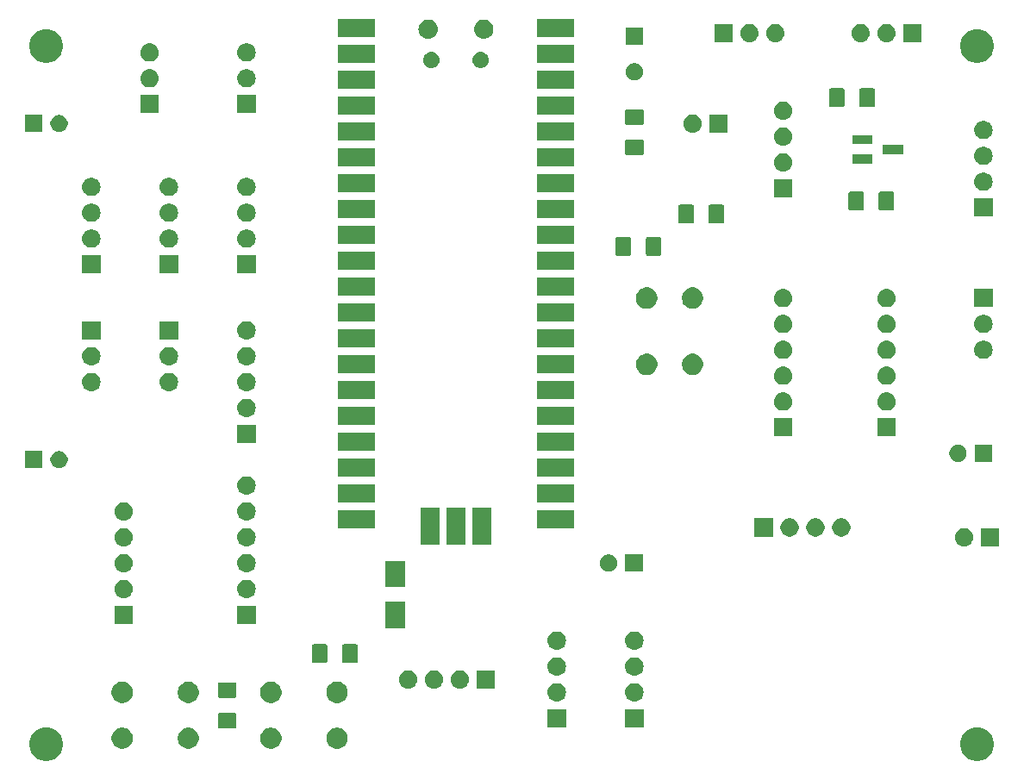
<source format=gbr>
G04 #@! TF.GenerationSoftware,KiCad,Pcbnew,5.0.2+dfsg1-1*
G04 #@! TF.CreationDate,2021-04-26T17:45:04+02:00*
G04 #@! TF.ProjectId,pico-dev,7069636f-2d64-4657-962e-6b696361645f,rev?*
G04 #@! TF.SameCoordinates,Original*
G04 #@! TF.FileFunction,Soldermask,Top*
G04 #@! TF.FilePolarity,Negative*
%FSLAX46Y46*%
G04 Gerber Fmt 4.6, Leading zero omitted, Abs format (unit mm)*
G04 Created by KiCad (PCBNEW 5.0.2+dfsg1-1) date lun. 26 avril 2021 17:45:04 CEST*
%MOMM*%
%LPD*%
G01*
G04 APERTURE LIST*
%ADD10C,0.100000*%
G04 APERTURE END LIST*
D10*
G36*
X169285256Y-96181298D02*
X169391579Y-96202447D01*
X169692042Y-96326903D01*
X169791913Y-96393635D01*
X169962454Y-96507587D01*
X170192413Y-96737546D01*
X170373098Y-97007960D01*
X170497553Y-97308422D01*
X170561000Y-97627389D01*
X170561000Y-97952611D01*
X170497553Y-98271578D01*
X170373098Y-98572040D01*
X170192413Y-98842454D01*
X169962454Y-99072413D01*
X169962451Y-99072415D01*
X169692042Y-99253097D01*
X169391579Y-99377553D01*
X169285256Y-99398702D01*
X169072611Y-99441000D01*
X168747389Y-99441000D01*
X168534744Y-99398702D01*
X168428421Y-99377553D01*
X168127958Y-99253097D01*
X167857549Y-99072415D01*
X167857546Y-99072413D01*
X167627587Y-98842454D01*
X167446902Y-98572040D01*
X167322447Y-98271578D01*
X167259000Y-97952611D01*
X167259000Y-97627389D01*
X167322447Y-97308422D01*
X167446902Y-97007960D01*
X167627587Y-96737546D01*
X167857546Y-96507587D01*
X168028087Y-96393635D01*
X168127958Y-96326903D01*
X168428421Y-96202447D01*
X168534744Y-96181298D01*
X168747389Y-96139000D01*
X169072611Y-96139000D01*
X169285256Y-96181298D01*
X169285256Y-96181298D01*
G37*
G36*
X77845256Y-96181298D02*
X77951579Y-96202447D01*
X78252042Y-96326903D01*
X78351913Y-96393635D01*
X78522454Y-96507587D01*
X78752413Y-96737546D01*
X78933098Y-97007960D01*
X79057553Y-97308422D01*
X79121000Y-97627389D01*
X79121000Y-97952611D01*
X79057553Y-98271578D01*
X78933098Y-98572040D01*
X78752413Y-98842454D01*
X78522454Y-99072413D01*
X78522451Y-99072415D01*
X78252042Y-99253097D01*
X77951579Y-99377553D01*
X77845256Y-99398702D01*
X77632611Y-99441000D01*
X77307389Y-99441000D01*
X77094744Y-99398702D01*
X76988421Y-99377553D01*
X76687958Y-99253097D01*
X76417549Y-99072415D01*
X76417546Y-99072413D01*
X76187587Y-98842454D01*
X76006902Y-98572040D01*
X75882447Y-98271578D01*
X75819000Y-97952611D01*
X75819000Y-97627389D01*
X75882447Y-97308422D01*
X76006902Y-97007960D01*
X76187587Y-96737546D01*
X76417546Y-96507587D01*
X76588087Y-96393635D01*
X76687958Y-96326903D01*
X76988421Y-96202447D01*
X77094744Y-96181298D01*
X77307389Y-96139000D01*
X77632611Y-96139000D01*
X77845256Y-96181298D01*
X77845256Y-96181298D01*
G37*
G36*
X91746565Y-96199389D02*
X91937834Y-96278615D01*
X92109976Y-96393637D01*
X92256363Y-96540024D01*
X92371385Y-96712166D01*
X92450611Y-96903435D01*
X92491000Y-97106484D01*
X92491000Y-97313516D01*
X92450611Y-97516565D01*
X92371385Y-97707834D01*
X92256363Y-97879976D01*
X92109976Y-98026363D01*
X91937834Y-98141385D01*
X91746565Y-98220611D01*
X91543516Y-98261000D01*
X91336484Y-98261000D01*
X91133435Y-98220611D01*
X90942166Y-98141385D01*
X90770024Y-98026363D01*
X90623637Y-97879976D01*
X90508615Y-97707834D01*
X90429389Y-97516565D01*
X90389000Y-97313516D01*
X90389000Y-97106484D01*
X90429389Y-96903435D01*
X90508615Y-96712166D01*
X90623637Y-96540024D01*
X90770024Y-96393637D01*
X90942166Y-96278615D01*
X91133435Y-96199389D01*
X91336484Y-96159000D01*
X91543516Y-96159000D01*
X91746565Y-96199389D01*
X91746565Y-96199389D01*
G37*
G36*
X85246565Y-96199389D02*
X85437834Y-96278615D01*
X85609976Y-96393637D01*
X85756363Y-96540024D01*
X85871385Y-96712166D01*
X85950611Y-96903435D01*
X85991000Y-97106484D01*
X85991000Y-97313516D01*
X85950611Y-97516565D01*
X85871385Y-97707834D01*
X85756363Y-97879976D01*
X85609976Y-98026363D01*
X85437834Y-98141385D01*
X85246565Y-98220611D01*
X85043516Y-98261000D01*
X84836484Y-98261000D01*
X84633435Y-98220611D01*
X84442166Y-98141385D01*
X84270024Y-98026363D01*
X84123637Y-97879976D01*
X84008615Y-97707834D01*
X83929389Y-97516565D01*
X83889000Y-97313516D01*
X83889000Y-97106484D01*
X83929389Y-96903435D01*
X84008615Y-96712166D01*
X84123637Y-96540024D01*
X84270024Y-96393637D01*
X84442166Y-96278615D01*
X84633435Y-96199389D01*
X84836484Y-96159000D01*
X85043516Y-96159000D01*
X85246565Y-96199389D01*
X85246565Y-96199389D01*
G37*
G36*
X99851565Y-96199389D02*
X100042834Y-96278615D01*
X100214976Y-96393637D01*
X100361363Y-96540024D01*
X100476385Y-96712166D01*
X100555611Y-96903435D01*
X100596000Y-97106484D01*
X100596000Y-97313516D01*
X100555611Y-97516565D01*
X100476385Y-97707834D01*
X100361363Y-97879976D01*
X100214976Y-98026363D01*
X100042834Y-98141385D01*
X99851565Y-98220611D01*
X99648516Y-98261000D01*
X99441484Y-98261000D01*
X99238435Y-98220611D01*
X99047166Y-98141385D01*
X98875024Y-98026363D01*
X98728637Y-97879976D01*
X98613615Y-97707834D01*
X98534389Y-97516565D01*
X98494000Y-97313516D01*
X98494000Y-97106484D01*
X98534389Y-96903435D01*
X98613615Y-96712166D01*
X98728637Y-96540024D01*
X98875024Y-96393637D01*
X99047166Y-96278615D01*
X99238435Y-96199389D01*
X99441484Y-96159000D01*
X99648516Y-96159000D01*
X99851565Y-96199389D01*
X99851565Y-96199389D01*
G37*
G36*
X106351565Y-96199389D02*
X106542834Y-96278615D01*
X106714976Y-96393637D01*
X106861363Y-96540024D01*
X106976385Y-96712166D01*
X107055611Y-96903435D01*
X107096000Y-97106484D01*
X107096000Y-97313516D01*
X107055611Y-97516565D01*
X106976385Y-97707834D01*
X106861363Y-97879976D01*
X106714976Y-98026363D01*
X106542834Y-98141385D01*
X106351565Y-98220611D01*
X106148516Y-98261000D01*
X105941484Y-98261000D01*
X105738435Y-98220611D01*
X105547166Y-98141385D01*
X105375024Y-98026363D01*
X105228637Y-97879976D01*
X105113615Y-97707834D01*
X105034389Y-97516565D01*
X104994000Y-97313516D01*
X104994000Y-97106484D01*
X105034389Y-96903435D01*
X105113615Y-96712166D01*
X105228637Y-96540024D01*
X105375024Y-96393637D01*
X105547166Y-96278615D01*
X105738435Y-96199389D01*
X105941484Y-96159000D01*
X106148516Y-96159000D01*
X106351565Y-96199389D01*
X106351565Y-96199389D01*
G37*
G36*
X96025562Y-94708181D02*
X96060477Y-94718773D01*
X96092665Y-94735978D01*
X96120873Y-94759127D01*
X96144022Y-94787335D01*
X96161227Y-94819523D01*
X96171819Y-94854438D01*
X96176000Y-94896895D01*
X96176000Y-96038105D01*
X96171819Y-96080562D01*
X96161227Y-96115477D01*
X96144022Y-96147665D01*
X96120873Y-96175873D01*
X96092665Y-96199022D01*
X96060477Y-96216227D01*
X96025562Y-96226819D01*
X95983105Y-96231000D01*
X94516895Y-96231000D01*
X94474438Y-96226819D01*
X94439523Y-96216227D01*
X94407335Y-96199022D01*
X94379127Y-96175873D01*
X94355978Y-96147665D01*
X94338773Y-96115477D01*
X94328181Y-96080562D01*
X94324000Y-96038105D01*
X94324000Y-94896895D01*
X94328181Y-94854438D01*
X94338773Y-94819523D01*
X94355978Y-94787335D01*
X94379127Y-94759127D01*
X94407335Y-94735978D01*
X94439523Y-94718773D01*
X94474438Y-94708181D01*
X94516895Y-94704000D01*
X95983105Y-94704000D01*
X96025562Y-94708181D01*
X96025562Y-94708181D01*
G37*
G36*
X128536000Y-96151000D02*
X126734000Y-96151000D01*
X126734000Y-94349000D01*
X128536000Y-94349000D01*
X128536000Y-96151000D01*
X128536000Y-96151000D01*
G37*
G36*
X136156000Y-96151000D02*
X134354000Y-96151000D01*
X134354000Y-94349000D01*
X136156000Y-94349000D01*
X136156000Y-96151000D01*
X136156000Y-96151000D01*
G37*
G36*
X91746565Y-91699389D02*
X91937834Y-91778615D01*
X92109976Y-91893637D01*
X92256363Y-92040024D01*
X92371385Y-92212166D01*
X92450611Y-92403435D01*
X92491000Y-92606484D01*
X92491000Y-92813516D01*
X92450611Y-93016565D01*
X92371385Y-93207834D01*
X92256363Y-93379976D01*
X92109976Y-93526363D01*
X91937834Y-93641385D01*
X91746565Y-93720611D01*
X91543516Y-93761000D01*
X91336484Y-93761000D01*
X91133435Y-93720611D01*
X90942166Y-93641385D01*
X90770024Y-93526363D01*
X90623637Y-93379976D01*
X90508615Y-93207834D01*
X90429389Y-93016565D01*
X90389000Y-92813516D01*
X90389000Y-92606484D01*
X90429389Y-92403435D01*
X90508615Y-92212166D01*
X90623637Y-92040024D01*
X90770024Y-91893637D01*
X90942166Y-91778615D01*
X91133435Y-91699389D01*
X91336484Y-91659000D01*
X91543516Y-91659000D01*
X91746565Y-91699389D01*
X91746565Y-91699389D01*
G37*
G36*
X85246565Y-91699389D02*
X85437834Y-91778615D01*
X85609976Y-91893637D01*
X85756363Y-92040024D01*
X85871385Y-92212166D01*
X85950611Y-92403435D01*
X85991000Y-92606484D01*
X85991000Y-92813516D01*
X85950611Y-93016565D01*
X85871385Y-93207834D01*
X85756363Y-93379976D01*
X85609976Y-93526363D01*
X85437834Y-93641385D01*
X85246565Y-93720611D01*
X85043516Y-93761000D01*
X84836484Y-93761000D01*
X84633435Y-93720611D01*
X84442166Y-93641385D01*
X84270024Y-93526363D01*
X84123637Y-93379976D01*
X84008615Y-93207834D01*
X83929389Y-93016565D01*
X83889000Y-92813516D01*
X83889000Y-92606484D01*
X83929389Y-92403435D01*
X84008615Y-92212166D01*
X84123637Y-92040024D01*
X84270024Y-91893637D01*
X84442166Y-91778615D01*
X84633435Y-91699389D01*
X84836484Y-91659000D01*
X85043516Y-91659000D01*
X85246565Y-91699389D01*
X85246565Y-91699389D01*
G37*
G36*
X99851565Y-91699389D02*
X100042834Y-91778615D01*
X100214976Y-91893637D01*
X100361363Y-92040024D01*
X100476385Y-92212166D01*
X100555611Y-92403435D01*
X100596000Y-92606484D01*
X100596000Y-92813516D01*
X100555611Y-93016565D01*
X100476385Y-93207834D01*
X100361363Y-93379976D01*
X100214976Y-93526363D01*
X100042834Y-93641385D01*
X99851565Y-93720611D01*
X99648516Y-93761000D01*
X99441484Y-93761000D01*
X99238435Y-93720611D01*
X99047166Y-93641385D01*
X98875024Y-93526363D01*
X98728637Y-93379976D01*
X98613615Y-93207834D01*
X98534389Y-93016565D01*
X98494000Y-92813516D01*
X98494000Y-92606484D01*
X98534389Y-92403435D01*
X98613615Y-92212166D01*
X98728637Y-92040024D01*
X98875024Y-91893637D01*
X99047166Y-91778615D01*
X99238435Y-91699389D01*
X99441484Y-91659000D01*
X99648516Y-91659000D01*
X99851565Y-91699389D01*
X99851565Y-91699389D01*
G37*
G36*
X106351565Y-91699389D02*
X106542834Y-91778615D01*
X106714976Y-91893637D01*
X106861363Y-92040024D01*
X106976385Y-92212166D01*
X107055611Y-92403435D01*
X107096000Y-92606484D01*
X107096000Y-92813516D01*
X107055611Y-93016565D01*
X106976385Y-93207834D01*
X106861363Y-93379976D01*
X106714976Y-93526363D01*
X106542834Y-93641385D01*
X106351565Y-93720611D01*
X106148516Y-93761000D01*
X105941484Y-93761000D01*
X105738435Y-93720611D01*
X105547166Y-93641385D01*
X105375024Y-93526363D01*
X105228637Y-93379976D01*
X105113615Y-93207834D01*
X105034389Y-93016565D01*
X104994000Y-92813516D01*
X104994000Y-92606484D01*
X105034389Y-92403435D01*
X105113615Y-92212166D01*
X105228637Y-92040024D01*
X105375024Y-91893637D01*
X105547166Y-91778615D01*
X105738435Y-91699389D01*
X105941484Y-91659000D01*
X106148516Y-91659000D01*
X106351565Y-91699389D01*
X106351565Y-91699389D01*
G37*
G36*
X135365442Y-91815518D02*
X135431627Y-91822037D01*
X135544853Y-91856384D01*
X135601467Y-91873557D01*
X135731363Y-91942989D01*
X135757991Y-91957222D01*
X135793729Y-91986552D01*
X135895186Y-92069814D01*
X135978448Y-92171271D01*
X136007778Y-92207009D01*
X136007779Y-92207011D01*
X136091443Y-92363533D01*
X136091443Y-92363534D01*
X136142963Y-92533373D01*
X136160359Y-92710000D01*
X136142963Y-92886627D01*
X136112180Y-92988105D01*
X136091443Y-93056467D01*
X136048429Y-93136939D01*
X136007778Y-93212991D01*
X135984605Y-93241227D01*
X135895186Y-93350186D01*
X135793729Y-93433448D01*
X135757991Y-93462778D01*
X135757989Y-93462779D01*
X135601467Y-93546443D01*
X135544853Y-93563616D01*
X135431627Y-93597963D01*
X135365442Y-93604482D01*
X135299260Y-93611000D01*
X135210740Y-93611000D01*
X135144557Y-93604481D01*
X135078373Y-93597963D01*
X134965147Y-93563616D01*
X134908533Y-93546443D01*
X134752011Y-93462779D01*
X134752009Y-93462778D01*
X134716271Y-93433448D01*
X134614814Y-93350186D01*
X134525395Y-93241227D01*
X134502222Y-93212991D01*
X134461571Y-93136939D01*
X134418557Y-93056467D01*
X134397820Y-92988105D01*
X134367037Y-92886627D01*
X134349641Y-92710000D01*
X134367037Y-92533373D01*
X134418557Y-92363534D01*
X134418557Y-92363533D01*
X134502221Y-92207011D01*
X134502222Y-92207009D01*
X134531552Y-92171271D01*
X134614814Y-92069814D01*
X134716271Y-91986552D01*
X134752009Y-91957222D01*
X134778637Y-91942989D01*
X134908533Y-91873557D01*
X134965147Y-91856384D01*
X135078373Y-91822037D01*
X135144558Y-91815518D01*
X135210740Y-91809000D01*
X135299260Y-91809000D01*
X135365442Y-91815518D01*
X135365442Y-91815518D01*
G37*
G36*
X127745442Y-91815518D02*
X127811627Y-91822037D01*
X127924853Y-91856384D01*
X127981467Y-91873557D01*
X128111363Y-91942989D01*
X128137991Y-91957222D01*
X128173729Y-91986552D01*
X128275186Y-92069814D01*
X128358448Y-92171271D01*
X128387778Y-92207009D01*
X128387779Y-92207011D01*
X128471443Y-92363533D01*
X128471443Y-92363534D01*
X128522963Y-92533373D01*
X128540359Y-92710000D01*
X128522963Y-92886627D01*
X128492180Y-92988105D01*
X128471443Y-93056467D01*
X128428429Y-93136939D01*
X128387778Y-93212991D01*
X128364605Y-93241227D01*
X128275186Y-93350186D01*
X128173729Y-93433448D01*
X128137991Y-93462778D01*
X128137989Y-93462779D01*
X127981467Y-93546443D01*
X127924853Y-93563616D01*
X127811627Y-93597963D01*
X127745442Y-93604482D01*
X127679260Y-93611000D01*
X127590740Y-93611000D01*
X127524557Y-93604481D01*
X127458373Y-93597963D01*
X127345147Y-93563616D01*
X127288533Y-93546443D01*
X127132011Y-93462779D01*
X127132009Y-93462778D01*
X127096271Y-93433448D01*
X126994814Y-93350186D01*
X126905395Y-93241227D01*
X126882222Y-93212991D01*
X126841571Y-93136939D01*
X126798557Y-93056467D01*
X126777820Y-92988105D01*
X126747037Y-92886627D01*
X126729641Y-92710000D01*
X126747037Y-92533373D01*
X126798557Y-92363534D01*
X126798557Y-92363533D01*
X126882221Y-92207011D01*
X126882222Y-92207009D01*
X126911552Y-92171271D01*
X126994814Y-92069814D01*
X127096271Y-91986552D01*
X127132009Y-91957222D01*
X127158637Y-91942989D01*
X127288533Y-91873557D01*
X127345147Y-91856384D01*
X127458373Y-91822037D01*
X127524558Y-91815518D01*
X127590740Y-91809000D01*
X127679260Y-91809000D01*
X127745442Y-91815518D01*
X127745442Y-91815518D01*
G37*
G36*
X96025562Y-91733181D02*
X96060477Y-91743773D01*
X96092665Y-91760978D01*
X96120873Y-91784127D01*
X96144022Y-91812335D01*
X96161227Y-91844523D01*
X96171819Y-91879438D01*
X96176000Y-91921895D01*
X96176000Y-93063105D01*
X96171819Y-93105562D01*
X96161227Y-93140477D01*
X96144022Y-93172665D01*
X96120873Y-93200873D01*
X96092665Y-93224022D01*
X96060477Y-93241227D01*
X96025562Y-93251819D01*
X95983105Y-93256000D01*
X94516895Y-93256000D01*
X94474438Y-93251819D01*
X94439523Y-93241227D01*
X94407335Y-93224022D01*
X94379127Y-93200873D01*
X94355978Y-93172665D01*
X94338773Y-93140477D01*
X94328181Y-93105562D01*
X94324000Y-93063105D01*
X94324000Y-91921895D01*
X94328181Y-91879438D01*
X94338773Y-91844523D01*
X94355978Y-91812335D01*
X94379127Y-91784127D01*
X94407335Y-91760978D01*
X94439523Y-91743773D01*
X94474438Y-91733181D01*
X94516895Y-91729000D01*
X95983105Y-91729000D01*
X96025562Y-91733181D01*
X96025562Y-91733181D01*
G37*
G36*
X121551000Y-92341000D02*
X119749000Y-92341000D01*
X119749000Y-90539000D01*
X121551000Y-90539000D01*
X121551000Y-92341000D01*
X121551000Y-92341000D01*
G37*
G36*
X118220443Y-90545519D02*
X118286627Y-90552037D01*
X118399853Y-90586384D01*
X118456467Y-90603557D01*
X118586363Y-90672989D01*
X118612991Y-90687222D01*
X118648729Y-90716552D01*
X118750186Y-90799814D01*
X118833448Y-90901271D01*
X118862778Y-90937009D01*
X118862779Y-90937011D01*
X118946443Y-91093533D01*
X118946443Y-91093534D01*
X118997963Y-91263373D01*
X119015359Y-91440000D01*
X118997963Y-91616627D01*
X118985109Y-91659000D01*
X118946443Y-91786467D01*
X118874054Y-91921895D01*
X118862778Y-91942991D01*
X118833448Y-91978729D01*
X118750186Y-92080186D01*
X118648729Y-92163448D01*
X118612991Y-92192778D01*
X118612989Y-92192779D01*
X118456467Y-92276443D01*
X118399853Y-92293616D01*
X118286627Y-92327963D01*
X118220443Y-92334481D01*
X118154260Y-92341000D01*
X118065740Y-92341000D01*
X117999557Y-92334481D01*
X117933373Y-92327963D01*
X117820147Y-92293616D01*
X117763533Y-92276443D01*
X117607011Y-92192779D01*
X117607009Y-92192778D01*
X117571271Y-92163448D01*
X117469814Y-92080186D01*
X117386552Y-91978729D01*
X117357222Y-91942991D01*
X117345946Y-91921895D01*
X117273557Y-91786467D01*
X117234891Y-91659000D01*
X117222037Y-91616627D01*
X117204641Y-91440000D01*
X117222037Y-91263373D01*
X117273557Y-91093534D01*
X117273557Y-91093533D01*
X117357221Y-90937011D01*
X117357222Y-90937009D01*
X117386552Y-90901271D01*
X117469814Y-90799814D01*
X117571271Y-90716552D01*
X117607009Y-90687222D01*
X117633637Y-90672989D01*
X117763533Y-90603557D01*
X117820147Y-90586384D01*
X117933373Y-90552037D01*
X117999557Y-90545519D01*
X118065740Y-90539000D01*
X118154260Y-90539000D01*
X118220443Y-90545519D01*
X118220443Y-90545519D01*
G37*
G36*
X115680443Y-90545519D02*
X115746627Y-90552037D01*
X115859853Y-90586384D01*
X115916467Y-90603557D01*
X116046363Y-90672989D01*
X116072991Y-90687222D01*
X116108729Y-90716552D01*
X116210186Y-90799814D01*
X116293448Y-90901271D01*
X116322778Y-90937009D01*
X116322779Y-90937011D01*
X116406443Y-91093533D01*
X116406443Y-91093534D01*
X116457963Y-91263373D01*
X116475359Y-91440000D01*
X116457963Y-91616627D01*
X116445109Y-91659000D01*
X116406443Y-91786467D01*
X116334054Y-91921895D01*
X116322778Y-91942991D01*
X116293448Y-91978729D01*
X116210186Y-92080186D01*
X116108729Y-92163448D01*
X116072991Y-92192778D01*
X116072989Y-92192779D01*
X115916467Y-92276443D01*
X115859853Y-92293616D01*
X115746627Y-92327963D01*
X115680443Y-92334481D01*
X115614260Y-92341000D01*
X115525740Y-92341000D01*
X115459557Y-92334481D01*
X115393373Y-92327963D01*
X115280147Y-92293616D01*
X115223533Y-92276443D01*
X115067011Y-92192779D01*
X115067009Y-92192778D01*
X115031271Y-92163448D01*
X114929814Y-92080186D01*
X114846552Y-91978729D01*
X114817222Y-91942991D01*
X114805946Y-91921895D01*
X114733557Y-91786467D01*
X114694891Y-91659000D01*
X114682037Y-91616627D01*
X114664641Y-91440000D01*
X114682037Y-91263373D01*
X114733557Y-91093534D01*
X114733557Y-91093533D01*
X114817221Y-90937011D01*
X114817222Y-90937009D01*
X114846552Y-90901271D01*
X114929814Y-90799814D01*
X115031271Y-90716552D01*
X115067009Y-90687222D01*
X115093637Y-90672989D01*
X115223533Y-90603557D01*
X115280147Y-90586384D01*
X115393373Y-90552037D01*
X115459557Y-90545519D01*
X115525740Y-90539000D01*
X115614260Y-90539000D01*
X115680443Y-90545519D01*
X115680443Y-90545519D01*
G37*
G36*
X113140443Y-90545519D02*
X113206627Y-90552037D01*
X113319853Y-90586384D01*
X113376467Y-90603557D01*
X113506363Y-90672989D01*
X113532991Y-90687222D01*
X113568729Y-90716552D01*
X113670186Y-90799814D01*
X113753448Y-90901271D01*
X113782778Y-90937009D01*
X113782779Y-90937011D01*
X113866443Y-91093533D01*
X113866443Y-91093534D01*
X113917963Y-91263373D01*
X113935359Y-91440000D01*
X113917963Y-91616627D01*
X113905109Y-91659000D01*
X113866443Y-91786467D01*
X113794054Y-91921895D01*
X113782778Y-91942991D01*
X113753448Y-91978729D01*
X113670186Y-92080186D01*
X113568729Y-92163448D01*
X113532991Y-92192778D01*
X113532989Y-92192779D01*
X113376467Y-92276443D01*
X113319853Y-92293616D01*
X113206627Y-92327963D01*
X113140443Y-92334481D01*
X113074260Y-92341000D01*
X112985740Y-92341000D01*
X112919557Y-92334481D01*
X112853373Y-92327963D01*
X112740147Y-92293616D01*
X112683533Y-92276443D01*
X112527011Y-92192779D01*
X112527009Y-92192778D01*
X112491271Y-92163448D01*
X112389814Y-92080186D01*
X112306552Y-91978729D01*
X112277222Y-91942991D01*
X112265946Y-91921895D01*
X112193557Y-91786467D01*
X112154891Y-91659000D01*
X112142037Y-91616627D01*
X112124641Y-91440000D01*
X112142037Y-91263373D01*
X112193557Y-91093534D01*
X112193557Y-91093533D01*
X112277221Y-90937011D01*
X112277222Y-90937009D01*
X112306552Y-90901271D01*
X112389814Y-90799814D01*
X112491271Y-90716552D01*
X112527009Y-90687222D01*
X112553637Y-90672989D01*
X112683533Y-90603557D01*
X112740147Y-90586384D01*
X112853373Y-90552037D01*
X112919557Y-90545519D01*
X112985740Y-90539000D01*
X113074260Y-90539000D01*
X113140443Y-90545519D01*
X113140443Y-90545519D01*
G37*
G36*
X127745443Y-89275519D02*
X127811627Y-89282037D01*
X127924853Y-89316384D01*
X127981467Y-89333557D01*
X128120087Y-89407652D01*
X128137991Y-89417222D01*
X128173729Y-89446552D01*
X128275186Y-89529814D01*
X128358448Y-89631271D01*
X128387778Y-89667009D01*
X128387779Y-89667011D01*
X128471443Y-89823533D01*
X128471443Y-89823534D01*
X128522963Y-89993373D01*
X128540359Y-90170000D01*
X128522963Y-90346627D01*
X128488616Y-90459853D01*
X128471443Y-90516467D01*
X128452430Y-90552037D01*
X128387778Y-90672991D01*
X128358448Y-90708729D01*
X128275186Y-90810186D01*
X128173729Y-90893448D01*
X128137991Y-90922778D01*
X128137989Y-90922779D01*
X127981467Y-91006443D01*
X127924853Y-91023616D01*
X127811627Y-91057963D01*
X127745442Y-91064482D01*
X127679260Y-91071000D01*
X127590740Y-91071000D01*
X127524558Y-91064482D01*
X127458373Y-91057963D01*
X127345147Y-91023616D01*
X127288533Y-91006443D01*
X127132011Y-90922779D01*
X127132009Y-90922778D01*
X127096271Y-90893448D01*
X126994814Y-90810186D01*
X126911552Y-90708729D01*
X126882222Y-90672991D01*
X126817570Y-90552037D01*
X126798557Y-90516467D01*
X126781384Y-90459853D01*
X126747037Y-90346627D01*
X126729641Y-90170000D01*
X126747037Y-89993373D01*
X126798557Y-89823534D01*
X126798557Y-89823533D01*
X126882221Y-89667011D01*
X126882222Y-89667009D01*
X126911552Y-89631271D01*
X126994814Y-89529814D01*
X127096271Y-89446552D01*
X127132009Y-89417222D01*
X127149913Y-89407652D01*
X127288533Y-89333557D01*
X127345147Y-89316384D01*
X127458373Y-89282037D01*
X127524557Y-89275519D01*
X127590740Y-89269000D01*
X127679260Y-89269000D01*
X127745443Y-89275519D01*
X127745443Y-89275519D01*
G37*
G36*
X135365443Y-89275519D02*
X135431627Y-89282037D01*
X135544853Y-89316384D01*
X135601467Y-89333557D01*
X135740087Y-89407652D01*
X135757991Y-89417222D01*
X135793729Y-89446552D01*
X135895186Y-89529814D01*
X135978448Y-89631271D01*
X136007778Y-89667009D01*
X136007779Y-89667011D01*
X136091443Y-89823533D01*
X136091443Y-89823534D01*
X136142963Y-89993373D01*
X136160359Y-90170000D01*
X136142963Y-90346627D01*
X136108616Y-90459853D01*
X136091443Y-90516467D01*
X136072430Y-90552037D01*
X136007778Y-90672991D01*
X135978448Y-90708729D01*
X135895186Y-90810186D01*
X135793729Y-90893448D01*
X135757991Y-90922778D01*
X135757989Y-90922779D01*
X135601467Y-91006443D01*
X135544853Y-91023616D01*
X135431627Y-91057963D01*
X135365442Y-91064482D01*
X135299260Y-91071000D01*
X135210740Y-91071000D01*
X135144558Y-91064482D01*
X135078373Y-91057963D01*
X134965147Y-91023616D01*
X134908533Y-91006443D01*
X134752011Y-90922779D01*
X134752009Y-90922778D01*
X134716271Y-90893448D01*
X134614814Y-90810186D01*
X134531552Y-90708729D01*
X134502222Y-90672991D01*
X134437570Y-90552037D01*
X134418557Y-90516467D01*
X134401384Y-90459853D01*
X134367037Y-90346627D01*
X134349641Y-90170000D01*
X134367037Y-89993373D01*
X134418557Y-89823534D01*
X134418557Y-89823533D01*
X134502221Y-89667011D01*
X134502222Y-89667009D01*
X134531552Y-89631271D01*
X134614814Y-89529814D01*
X134716271Y-89446552D01*
X134752009Y-89417222D01*
X134769913Y-89407652D01*
X134908533Y-89333557D01*
X134965147Y-89316384D01*
X135078373Y-89282037D01*
X135144557Y-89275519D01*
X135210740Y-89269000D01*
X135299260Y-89269000D01*
X135365443Y-89275519D01*
X135365443Y-89275519D01*
G37*
G36*
X107928062Y-87978181D02*
X107962977Y-87988773D01*
X107995165Y-88005978D01*
X108023373Y-88029127D01*
X108046522Y-88057335D01*
X108063727Y-88089523D01*
X108074319Y-88124438D01*
X108078500Y-88166895D01*
X108078500Y-89633105D01*
X108074319Y-89675562D01*
X108063727Y-89710477D01*
X108046522Y-89742665D01*
X108023373Y-89770873D01*
X107995165Y-89794022D01*
X107962977Y-89811227D01*
X107928062Y-89821819D01*
X107885605Y-89826000D01*
X106744395Y-89826000D01*
X106701938Y-89821819D01*
X106667023Y-89811227D01*
X106634835Y-89794022D01*
X106606627Y-89770873D01*
X106583478Y-89742665D01*
X106566273Y-89710477D01*
X106555681Y-89675562D01*
X106551500Y-89633105D01*
X106551500Y-88166895D01*
X106555681Y-88124438D01*
X106566273Y-88089523D01*
X106583478Y-88057335D01*
X106606627Y-88029127D01*
X106634835Y-88005978D01*
X106667023Y-87988773D01*
X106701938Y-87978181D01*
X106744395Y-87974000D01*
X107885605Y-87974000D01*
X107928062Y-87978181D01*
X107928062Y-87978181D01*
G37*
G36*
X104953062Y-87978181D02*
X104987977Y-87988773D01*
X105020165Y-88005978D01*
X105048373Y-88029127D01*
X105071522Y-88057335D01*
X105088727Y-88089523D01*
X105099319Y-88124438D01*
X105103500Y-88166895D01*
X105103500Y-89633105D01*
X105099319Y-89675562D01*
X105088727Y-89710477D01*
X105071522Y-89742665D01*
X105048373Y-89770873D01*
X105020165Y-89794022D01*
X104987977Y-89811227D01*
X104953062Y-89821819D01*
X104910605Y-89826000D01*
X103769395Y-89826000D01*
X103726938Y-89821819D01*
X103692023Y-89811227D01*
X103659835Y-89794022D01*
X103631627Y-89770873D01*
X103608478Y-89742665D01*
X103591273Y-89710477D01*
X103580681Y-89675562D01*
X103576500Y-89633105D01*
X103576500Y-88166895D01*
X103580681Y-88124438D01*
X103591273Y-88089523D01*
X103608478Y-88057335D01*
X103631627Y-88029127D01*
X103659835Y-88005978D01*
X103692023Y-87988773D01*
X103726938Y-87978181D01*
X103769395Y-87974000D01*
X104910605Y-87974000D01*
X104953062Y-87978181D01*
X104953062Y-87978181D01*
G37*
G36*
X135365442Y-86735518D02*
X135431627Y-86742037D01*
X135544853Y-86776384D01*
X135601467Y-86793557D01*
X135740087Y-86867652D01*
X135757991Y-86877222D01*
X135793729Y-86906552D01*
X135895186Y-86989814D01*
X135978448Y-87091271D01*
X136007778Y-87127009D01*
X136007779Y-87127011D01*
X136091443Y-87283533D01*
X136091443Y-87283534D01*
X136142963Y-87453373D01*
X136160359Y-87630000D01*
X136142963Y-87806627D01*
X136108616Y-87919853D01*
X136091443Y-87976467D01*
X136031012Y-88089523D01*
X136007778Y-88132991D01*
X135978448Y-88168729D01*
X135895186Y-88270186D01*
X135793729Y-88353448D01*
X135757991Y-88382778D01*
X135757989Y-88382779D01*
X135601467Y-88466443D01*
X135544853Y-88483616D01*
X135431627Y-88517963D01*
X135365442Y-88524482D01*
X135299260Y-88531000D01*
X135210740Y-88531000D01*
X135144558Y-88524482D01*
X135078373Y-88517963D01*
X134965147Y-88483616D01*
X134908533Y-88466443D01*
X134752011Y-88382779D01*
X134752009Y-88382778D01*
X134716271Y-88353448D01*
X134614814Y-88270186D01*
X134531552Y-88168729D01*
X134502222Y-88132991D01*
X134478988Y-88089523D01*
X134418557Y-87976467D01*
X134401384Y-87919853D01*
X134367037Y-87806627D01*
X134349641Y-87630000D01*
X134367037Y-87453373D01*
X134418557Y-87283534D01*
X134418557Y-87283533D01*
X134502221Y-87127011D01*
X134502222Y-87127009D01*
X134531552Y-87091271D01*
X134614814Y-86989814D01*
X134716271Y-86906552D01*
X134752009Y-86877222D01*
X134769913Y-86867652D01*
X134908533Y-86793557D01*
X134965147Y-86776384D01*
X135078373Y-86742037D01*
X135144558Y-86735518D01*
X135210740Y-86729000D01*
X135299260Y-86729000D01*
X135365442Y-86735518D01*
X135365442Y-86735518D01*
G37*
G36*
X127745442Y-86735518D02*
X127811627Y-86742037D01*
X127924853Y-86776384D01*
X127981467Y-86793557D01*
X128120087Y-86867652D01*
X128137991Y-86877222D01*
X128173729Y-86906552D01*
X128275186Y-86989814D01*
X128358448Y-87091271D01*
X128387778Y-87127009D01*
X128387779Y-87127011D01*
X128471443Y-87283533D01*
X128471443Y-87283534D01*
X128522963Y-87453373D01*
X128540359Y-87630000D01*
X128522963Y-87806627D01*
X128488616Y-87919853D01*
X128471443Y-87976467D01*
X128411012Y-88089523D01*
X128387778Y-88132991D01*
X128358448Y-88168729D01*
X128275186Y-88270186D01*
X128173729Y-88353448D01*
X128137991Y-88382778D01*
X128137989Y-88382779D01*
X127981467Y-88466443D01*
X127924853Y-88483616D01*
X127811627Y-88517963D01*
X127745442Y-88524482D01*
X127679260Y-88531000D01*
X127590740Y-88531000D01*
X127524558Y-88524482D01*
X127458373Y-88517963D01*
X127345147Y-88483616D01*
X127288533Y-88466443D01*
X127132011Y-88382779D01*
X127132009Y-88382778D01*
X127096271Y-88353448D01*
X126994814Y-88270186D01*
X126911552Y-88168729D01*
X126882222Y-88132991D01*
X126858988Y-88089523D01*
X126798557Y-87976467D01*
X126781384Y-87919853D01*
X126747037Y-87806627D01*
X126729641Y-87630000D01*
X126747037Y-87453373D01*
X126798557Y-87283534D01*
X126798557Y-87283533D01*
X126882221Y-87127011D01*
X126882222Y-87127009D01*
X126911552Y-87091271D01*
X126994814Y-86989814D01*
X127096271Y-86906552D01*
X127132009Y-86877222D01*
X127149913Y-86867652D01*
X127288533Y-86793557D01*
X127345147Y-86776384D01*
X127458373Y-86742037D01*
X127524558Y-86735518D01*
X127590740Y-86729000D01*
X127679260Y-86729000D01*
X127745442Y-86735518D01*
X127745442Y-86735518D01*
G37*
G36*
X112711000Y-86391000D02*
X110809000Y-86391000D01*
X110809000Y-83789000D01*
X112711000Y-83789000D01*
X112711000Y-86391000D01*
X112711000Y-86391000D01*
G37*
G36*
X98056000Y-85991000D02*
X96254000Y-85991000D01*
X96254000Y-84189000D01*
X98056000Y-84189000D01*
X98056000Y-85991000D01*
X98056000Y-85991000D01*
G37*
G36*
X85991000Y-85991000D02*
X84189000Y-85991000D01*
X84189000Y-84189000D01*
X85991000Y-84189000D01*
X85991000Y-85991000D01*
X85991000Y-85991000D01*
G37*
G36*
X85200443Y-81655519D02*
X85266627Y-81662037D01*
X85379853Y-81696384D01*
X85436467Y-81713557D01*
X85575087Y-81787652D01*
X85592991Y-81797222D01*
X85628729Y-81826552D01*
X85730186Y-81909814D01*
X85813448Y-82011271D01*
X85842778Y-82047009D01*
X85842779Y-82047011D01*
X85926443Y-82203533D01*
X85926443Y-82203534D01*
X85977963Y-82373373D01*
X85995359Y-82550000D01*
X85977963Y-82726627D01*
X85943616Y-82839853D01*
X85926443Y-82896467D01*
X85852348Y-83035087D01*
X85842778Y-83052991D01*
X85813448Y-83088729D01*
X85730186Y-83190186D01*
X85628729Y-83273448D01*
X85592991Y-83302778D01*
X85592989Y-83302779D01*
X85436467Y-83386443D01*
X85379853Y-83403616D01*
X85266627Y-83437963D01*
X85200443Y-83444481D01*
X85134260Y-83451000D01*
X85045740Y-83451000D01*
X84979557Y-83444481D01*
X84913373Y-83437963D01*
X84800147Y-83403616D01*
X84743533Y-83386443D01*
X84587011Y-83302779D01*
X84587009Y-83302778D01*
X84551271Y-83273448D01*
X84449814Y-83190186D01*
X84366552Y-83088729D01*
X84337222Y-83052991D01*
X84327652Y-83035087D01*
X84253557Y-82896467D01*
X84236384Y-82839853D01*
X84202037Y-82726627D01*
X84184641Y-82550000D01*
X84202037Y-82373373D01*
X84253557Y-82203534D01*
X84253557Y-82203533D01*
X84337221Y-82047011D01*
X84337222Y-82047009D01*
X84366552Y-82011271D01*
X84449814Y-81909814D01*
X84551271Y-81826552D01*
X84587009Y-81797222D01*
X84604913Y-81787652D01*
X84743533Y-81713557D01*
X84800147Y-81696384D01*
X84913373Y-81662037D01*
X84979557Y-81655519D01*
X85045740Y-81649000D01*
X85134260Y-81649000D01*
X85200443Y-81655519D01*
X85200443Y-81655519D01*
G37*
G36*
X97265443Y-81655519D02*
X97331627Y-81662037D01*
X97444853Y-81696384D01*
X97501467Y-81713557D01*
X97640087Y-81787652D01*
X97657991Y-81797222D01*
X97693729Y-81826552D01*
X97795186Y-81909814D01*
X97878448Y-82011271D01*
X97907778Y-82047009D01*
X97907779Y-82047011D01*
X97991443Y-82203533D01*
X97991443Y-82203534D01*
X98042963Y-82373373D01*
X98060359Y-82550000D01*
X98042963Y-82726627D01*
X98008616Y-82839853D01*
X97991443Y-82896467D01*
X97917348Y-83035087D01*
X97907778Y-83052991D01*
X97878448Y-83088729D01*
X97795186Y-83190186D01*
X97693729Y-83273448D01*
X97657991Y-83302778D01*
X97657989Y-83302779D01*
X97501467Y-83386443D01*
X97444853Y-83403616D01*
X97331627Y-83437963D01*
X97265443Y-83444481D01*
X97199260Y-83451000D01*
X97110740Y-83451000D01*
X97044557Y-83444481D01*
X96978373Y-83437963D01*
X96865147Y-83403616D01*
X96808533Y-83386443D01*
X96652011Y-83302779D01*
X96652009Y-83302778D01*
X96616271Y-83273448D01*
X96514814Y-83190186D01*
X96431552Y-83088729D01*
X96402222Y-83052991D01*
X96392652Y-83035087D01*
X96318557Y-82896467D01*
X96301384Y-82839853D01*
X96267037Y-82726627D01*
X96249641Y-82550000D01*
X96267037Y-82373373D01*
X96318557Y-82203534D01*
X96318557Y-82203533D01*
X96402221Y-82047011D01*
X96402222Y-82047009D01*
X96431552Y-82011271D01*
X96514814Y-81909814D01*
X96616271Y-81826552D01*
X96652009Y-81797222D01*
X96669913Y-81787652D01*
X96808533Y-81713557D01*
X96865147Y-81696384D01*
X96978373Y-81662037D01*
X97044557Y-81655519D01*
X97110740Y-81649000D01*
X97199260Y-81649000D01*
X97265443Y-81655519D01*
X97265443Y-81655519D01*
G37*
G36*
X112711000Y-82391000D02*
X110809000Y-82391000D01*
X110809000Y-79789000D01*
X112711000Y-79789000D01*
X112711000Y-82391000D01*
X112711000Y-82391000D01*
G37*
G36*
X85200443Y-79115519D02*
X85266627Y-79122037D01*
X85379853Y-79156384D01*
X85436467Y-79173557D01*
X85575087Y-79247652D01*
X85592991Y-79257222D01*
X85628729Y-79286552D01*
X85730186Y-79369814D01*
X85810369Y-79467519D01*
X85842778Y-79507009D01*
X85842779Y-79507011D01*
X85926443Y-79663533D01*
X85926443Y-79663534D01*
X85977963Y-79833373D01*
X85995359Y-80010000D01*
X85977963Y-80186627D01*
X85956243Y-80258228D01*
X85926443Y-80356467D01*
X85852348Y-80495087D01*
X85842778Y-80512991D01*
X85813448Y-80548729D01*
X85730186Y-80650186D01*
X85628729Y-80733448D01*
X85592991Y-80762778D01*
X85592989Y-80762779D01*
X85436467Y-80846443D01*
X85388478Y-80861000D01*
X85266627Y-80897963D01*
X85200442Y-80904482D01*
X85134260Y-80911000D01*
X85045740Y-80911000D01*
X84979558Y-80904482D01*
X84913373Y-80897963D01*
X84791522Y-80861000D01*
X84743533Y-80846443D01*
X84587011Y-80762779D01*
X84587009Y-80762778D01*
X84551271Y-80733448D01*
X84449814Y-80650186D01*
X84366552Y-80548729D01*
X84337222Y-80512991D01*
X84327652Y-80495087D01*
X84253557Y-80356467D01*
X84223757Y-80258228D01*
X84202037Y-80186627D01*
X84184641Y-80010000D01*
X84202037Y-79833373D01*
X84253557Y-79663534D01*
X84253557Y-79663533D01*
X84337221Y-79507011D01*
X84337222Y-79507009D01*
X84369631Y-79467519D01*
X84449814Y-79369814D01*
X84551271Y-79286552D01*
X84587009Y-79257222D01*
X84604913Y-79247652D01*
X84743533Y-79173557D01*
X84800147Y-79156384D01*
X84913373Y-79122037D01*
X84979557Y-79115519D01*
X85045740Y-79109000D01*
X85134260Y-79109000D01*
X85200443Y-79115519D01*
X85200443Y-79115519D01*
G37*
G36*
X97265443Y-79115519D02*
X97331627Y-79122037D01*
X97444853Y-79156384D01*
X97501467Y-79173557D01*
X97640087Y-79247652D01*
X97657991Y-79257222D01*
X97693729Y-79286552D01*
X97795186Y-79369814D01*
X97875369Y-79467519D01*
X97907778Y-79507009D01*
X97907779Y-79507011D01*
X97991443Y-79663533D01*
X97991443Y-79663534D01*
X98042963Y-79833373D01*
X98060359Y-80010000D01*
X98042963Y-80186627D01*
X98021243Y-80258228D01*
X97991443Y-80356467D01*
X97917348Y-80495087D01*
X97907778Y-80512991D01*
X97878448Y-80548729D01*
X97795186Y-80650186D01*
X97693729Y-80733448D01*
X97657991Y-80762778D01*
X97657989Y-80762779D01*
X97501467Y-80846443D01*
X97453478Y-80861000D01*
X97331627Y-80897963D01*
X97265442Y-80904482D01*
X97199260Y-80911000D01*
X97110740Y-80911000D01*
X97044558Y-80904482D01*
X96978373Y-80897963D01*
X96856522Y-80861000D01*
X96808533Y-80846443D01*
X96652011Y-80762779D01*
X96652009Y-80762778D01*
X96616271Y-80733448D01*
X96514814Y-80650186D01*
X96431552Y-80548729D01*
X96402222Y-80512991D01*
X96392652Y-80495087D01*
X96318557Y-80356467D01*
X96288757Y-80258228D01*
X96267037Y-80186627D01*
X96249641Y-80010000D01*
X96267037Y-79833373D01*
X96318557Y-79663534D01*
X96318557Y-79663533D01*
X96402221Y-79507011D01*
X96402222Y-79507009D01*
X96434631Y-79467519D01*
X96514814Y-79369814D01*
X96616271Y-79286552D01*
X96652009Y-79257222D01*
X96669913Y-79247652D01*
X96808533Y-79173557D01*
X96865147Y-79156384D01*
X96978373Y-79122037D01*
X97044557Y-79115519D01*
X97110740Y-79109000D01*
X97199260Y-79109000D01*
X97265443Y-79115519D01*
X97265443Y-79115519D01*
G37*
G36*
X136066000Y-80861000D02*
X134364000Y-80861000D01*
X134364000Y-79159000D01*
X136066000Y-79159000D01*
X136066000Y-80861000D01*
X136066000Y-80861000D01*
G37*
G36*
X132963228Y-79191703D02*
X133118100Y-79255853D01*
X133257481Y-79348985D01*
X133376015Y-79467519D01*
X133469147Y-79606900D01*
X133533297Y-79761772D01*
X133566000Y-79926184D01*
X133566000Y-80093816D01*
X133533297Y-80258228D01*
X133469147Y-80413100D01*
X133376015Y-80552481D01*
X133257481Y-80671015D01*
X133118100Y-80764147D01*
X132963228Y-80828297D01*
X132798816Y-80861000D01*
X132631184Y-80861000D01*
X132466772Y-80828297D01*
X132311900Y-80764147D01*
X132172519Y-80671015D01*
X132053985Y-80552481D01*
X131960853Y-80413100D01*
X131896703Y-80258228D01*
X131864000Y-80093816D01*
X131864000Y-79926184D01*
X131896703Y-79761772D01*
X131960853Y-79606900D01*
X132053985Y-79467519D01*
X132172519Y-79348985D01*
X132311900Y-79255853D01*
X132466772Y-79191703D01*
X132631184Y-79159000D01*
X132798816Y-79159000D01*
X132963228Y-79191703D01*
X132963228Y-79191703D01*
G37*
G36*
X167750443Y-76575519D02*
X167816627Y-76582037D01*
X167929853Y-76616384D01*
X167986467Y-76633557D01*
X168125087Y-76707652D01*
X168142991Y-76717222D01*
X168178729Y-76746552D01*
X168280186Y-76829814D01*
X168359764Y-76926782D01*
X168392778Y-76967009D01*
X168392779Y-76967011D01*
X168476443Y-77123533D01*
X168476443Y-77123534D01*
X168527963Y-77293373D01*
X168545359Y-77470000D01*
X168527963Y-77646627D01*
X168493616Y-77759853D01*
X168476443Y-77816467D01*
X168402348Y-77955087D01*
X168392778Y-77972991D01*
X168363448Y-78008729D01*
X168280186Y-78110186D01*
X168178729Y-78193448D01*
X168142991Y-78222778D01*
X168142989Y-78222779D01*
X167986467Y-78306443D01*
X167929853Y-78323616D01*
X167816627Y-78357963D01*
X167750443Y-78364481D01*
X167684260Y-78371000D01*
X167595740Y-78371000D01*
X167529557Y-78364481D01*
X167463373Y-78357963D01*
X167350147Y-78323616D01*
X167293533Y-78306443D01*
X167137011Y-78222779D01*
X167137009Y-78222778D01*
X167101271Y-78193448D01*
X166999814Y-78110186D01*
X166916552Y-78008729D01*
X166887222Y-77972991D01*
X166877652Y-77955087D01*
X166803557Y-77816467D01*
X166786384Y-77759853D01*
X166752037Y-77646627D01*
X166734641Y-77470000D01*
X166752037Y-77293373D01*
X166803557Y-77123534D01*
X166803557Y-77123533D01*
X166887221Y-76967011D01*
X166887222Y-76967009D01*
X166920236Y-76926782D01*
X166999814Y-76829814D01*
X167101271Y-76746552D01*
X167137009Y-76717222D01*
X167154913Y-76707652D01*
X167293533Y-76633557D01*
X167350147Y-76616384D01*
X167463373Y-76582037D01*
X167529557Y-76575519D01*
X167595740Y-76569000D01*
X167684260Y-76569000D01*
X167750443Y-76575519D01*
X167750443Y-76575519D01*
G37*
G36*
X171081000Y-78371000D02*
X169279000Y-78371000D01*
X169279000Y-76569000D01*
X171081000Y-76569000D01*
X171081000Y-78371000D01*
X171081000Y-78371000D01*
G37*
G36*
X97265443Y-76575519D02*
X97331627Y-76582037D01*
X97444853Y-76616384D01*
X97501467Y-76633557D01*
X97640087Y-76707652D01*
X97657991Y-76717222D01*
X97693729Y-76746552D01*
X97795186Y-76829814D01*
X97874764Y-76926782D01*
X97907778Y-76967009D01*
X97907779Y-76967011D01*
X97991443Y-77123533D01*
X97991443Y-77123534D01*
X98042963Y-77293373D01*
X98060359Y-77470000D01*
X98042963Y-77646627D01*
X98008616Y-77759853D01*
X97991443Y-77816467D01*
X97917348Y-77955087D01*
X97907778Y-77972991D01*
X97878448Y-78008729D01*
X97795186Y-78110186D01*
X97693729Y-78193448D01*
X97657991Y-78222778D01*
X97657989Y-78222779D01*
X97501467Y-78306443D01*
X97444853Y-78323616D01*
X97331627Y-78357963D01*
X97265443Y-78364481D01*
X97199260Y-78371000D01*
X97110740Y-78371000D01*
X97044557Y-78364481D01*
X96978373Y-78357963D01*
X96865147Y-78323616D01*
X96808533Y-78306443D01*
X96652011Y-78222779D01*
X96652009Y-78222778D01*
X96616271Y-78193448D01*
X96514814Y-78110186D01*
X96431552Y-78008729D01*
X96402222Y-77972991D01*
X96392652Y-77955087D01*
X96318557Y-77816467D01*
X96301384Y-77759853D01*
X96267037Y-77646627D01*
X96249641Y-77470000D01*
X96267037Y-77293373D01*
X96318557Y-77123534D01*
X96318557Y-77123533D01*
X96402221Y-76967011D01*
X96402222Y-76967009D01*
X96435236Y-76926782D01*
X96514814Y-76829814D01*
X96616271Y-76746552D01*
X96652009Y-76717222D01*
X96669913Y-76707652D01*
X96808533Y-76633557D01*
X96865147Y-76616384D01*
X96978373Y-76582037D01*
X97044557Y-76575519D01*
X97110740Y-76569000D01*
X97199260Y-76569000D01*
X97265443Y-76575519D01*
X97265443Y-76575519D01*
G37*
G36*
X85200443Y-76575519D02*
X85266627Y-76582037D01*
X85379853Y-76616384D01*
X85436467Y-76633557D01*
X85575087Y-76707652D01*
X85592991Y-76717222D01*
X85628729Y-76746552D01*
X85730186Y-76829814D01*
X85809764Y-76926782D01*
X85842778Y-76967009D01*
X85842779Y-76967011D01*
X85926443Y-77123533D01*
X85926443Y-77123534D01*
X85977963Y-77293373D01*
X85995359Y-77470000D01*
X85977963Y-77646627D01*
X85943616Y-77759853D01*
X85926443Y-77816467D01*
X85852348Y-77955087D01*
X85842778Y-77972991D01*
X85813448Y-78008729D01*
X85730186Y-78110186D01*
X85628729Y-78193448D01*
X85592991Y-78222778D01*
X85592989Y-78222779D01*
X85436467Y-78306443D01*
X85379853Y-78323616D01*
X85266627Y-78357963D01*
X85200443Y-78364481D01*
X85134260Y-78371000D01*
X85045740Y-78371000D01*
X84979557Y-78364481D01*
X84913373Y-78357963D01*
X84800147Y-78323616D01*
X84743533Y-78306443D01*
X84587011Y-78222779D01*
X84587009Y-78222778D01*
X84551271Y-78193448D01*
X84449814Y-78110186D01*
X84366552Y-78008729D01*
X84337222Y-77972991D01*
X84327652Y-77955087D01*
X84253557Y-77816467D01*
X84236384Y-77759853D01*
X84202037Y-77646627D01*
X84184641Y-77470000D01*
X84202037Y-77293373D01*
X84253557Y-77123534D01*
X84253557Y-77123533D01*
X84337221Y-76967011D01*
X84337222Y-76967009D01*
X84370236Y-76926782D01*
X84449814Y-76829814D01*
X84551271Y-76746552D01*
X84587009Y-76717222D01*
X84604913Y-76707652D01*
X84743533Y-76633557D01*
X84800147Y-76616384D01*
X84913373Y-76582037D01*
X84979557Y-76575519D01*
X85045740Y-76569000D01*
X85134260Y-76569000D01*
X85200443Y-76575519D01*
X85200443Y-76575519D01*
G37*
G36*
X116090000Y-75411600D02*
X116090602Y-75423852D01*
X116094359Y-75462000D01*
X116090602Y-75500148D01*
X116090000Y-75512400D01*
X116090000Y-78163000D01*
X114288000Y-78163000D01*
X114288000Y-75512400D01*
X114287398Y-75500148D01*
X114283641Y-75462000D01*
X114287398Y-75423852D01*
X114288000Y-75411600D01*
X114288000Y-74561000D01*
X116090000Y-74561000D01*
X116090000Y-75411600D01*
X116090000Y-75411600D01*
G37*
G36*
X121170000Y-75411600D02*
X121170602Y-75423852D01*
X121174359Y-75462000D01*
X121170602Y-75500148D01*
X121170000Y-75512400D01*
X121170000Y-78163000D01*
X119368000Y-78163000D01*
X119368000Y-75512400D01*
X119367398Y-75500148D01*
X119363641Y-75462000D01*
X119367398Y-75423852D01*
X119368000Y-75411600D01*
X119368000Y-74561000D01*
X121170000Y-74561000D01*
X121170000Y-75411600D01*
X121170000Y-75411600D01*
G37*
G36*
X118630000Y-78163000D02*
X116828000Y-78163000D01*
X116828000Y-74561000D01*
X118630000Y-74561000D01*
X118630000Y-78163000D01*
X118630000Y-78163000D01*
G37*
G36*
X153297812Y-75633624D02*
X153461784Y-75701544D01*
X153609354Y-75800147D01*
X153734853Y-75925646D01*
X153833456Y-76073216D01*
X153901376Y-76237188D01*
X153936000Y-76411259D01*
X153936000Y-76588741D01*
X153901376Y-76762812D01*
X153833456Y-76926784D01*
X153734853Y-77074354D01*
X153609354Y-77199853D01*
X153461784Y-77298456D01*
X153297812Y-77366376D01*
X153123741Y-77401000D01*
X152946259Y-77401000D01*
X152772188Y-77366376D01*
X152608216Y-77298456D01*
X152460646Y-77199853D01*
X152335147Y-77074354D01*
X152236544Y-76926784D01*
X152168624Y-76762812D01*
X152134000Y-76588741D01*
X152134000Y-76411259D01*
X152168624Y-76237188D01*
X152236544Y-76073216D01*
X152335147Y-75925646D01*
X152460646Y-75800147D01*
X152608216Y-75701544D01*
X152772188Y-75633624D01*
X152946259Y-75599000D01*
X153123741Y-75599000D01*
X153297812Y-75633624D01*
X153297812Y-75633624D01*
G37*
G36*
X150757812Y-75633624D02*
X150921784Y-75701544D01*
X151069354Y-75800147D01*
X151194853Y-75925646D01*
X151293456Y-76073216D01*
X151361376Y-76237188D01*
X151396000Y-76411259D01*
X151396000Y-76588741D01*
X151361376Y-76762812D01*
X151293456Y-76926784D01*
X151194853Y-77074354D01*
X151069354Y-77199853D01*
X150921784Y-77298456D01*
X150757812Y-77366376D01*
X150583741Y-77401000D01*
X150406259Y-77401000D01*
X150232188Y-77366376D01*
X150068216Y-77298456D01*
X149920646Y-77199853D01*
X149795147Y-77074354D01*
X149696544Y-76926784D01*
X149628624Y-76762812D01*
X149594000Y-76588741D01*
X149594000Y-76411259D01*
X149628624Y-76237188D01*
X149696544Y-76073216D01*
X149795147Y-75925646D01*
X149920646Y-75800147D01*
X150068216Y-75701544D01*
X150232188Y-75633624D01*
X150406259Y-75599000D01*
X150583741Y-75599000D01*
X150757812Y-75633624D01*
X150757812Y-75633624D01*
G37*
G36*
X155837812Y-75633624D02*
X156001784Y-75701544D01*
X156149354Y-75800147D01*
X156274853Y-75925646D01*
X156373456Y-76073216D01*
X156441376Y-76237188D01*
X156476000Y-76411259D01*
X156476000Y-76588741D01*
X156441376Y-76762812D01*
X156373456Y-76926784D01*
X156274853Y-77074354D01*
X156149354Y-77199853D01*
X156001784Y-77298456D01*
X155837812Y-77366376D01*
X155663741Y-77401000D01*
X155486259Y-77401000D01*
X155312188Y-77366376D01*
X155148216Y-77298456D01*
X155000646Y-77199853D01*
X154875147Y-77074354D01*
X154776544Y-76926784D01*
X154708624Y-76762812D01*
X154674000Y-76588741D01*
X154674000Y-76411259D01*
X154708624Y-76237188D01*
X154776544Y-76073216D01*
X154875147Y-75925646D01*
X155000646Y-75800147D01*
X155148216Y-75701544D01*
X155312188Y-75633624D01*
X155486259Y-75599000D01*
X155663741Y-75599000D01*
X155837812Y-75633624D01*
X155837812Y-75633624D01*
G37*
G36*
X148856000Y-77401000D02*
X147054000Y-77401000D01*
X147054000Y-75599000D01*
X148856000Y-75599000D01*
X148856000Y-77401000D01*
X148856000Y-77401000D01*
G37*
G36*
X109740000Y-75641600D02*
X109740602Y-75653852D01*
X109744359Y-75692000D01*
X109740602Y-75730148D01*
X109740000Y-75742400D01*
X109740000Y-76593000D01*
X106138000Y-76593000D01*
X106138000Y-74791000D01*
X109740000Y-74791000D01*
X109740000Y-75641600D01*
X109740000Y-75641600D01*
G37*
G36*
X129320000Y-76593000D02*
X125718000Y-76593000D01*
X125718000Y-75742400D01*
X125717398Y-75730148D01*
X125713641Y-75692000D01*
X125717398Y-75653852D01*
X125718000Y-75641600D01*
X125718000Y-74791000D01*
X129320000Y-74791000D01*
X129320000Y-76593000D01*
X129320000Y-76593000D01*
G37*
G36*
X97265442Y-74035518D02*
X97331627Y-74042037D01*
X97444853Y-74076384D01*
X97501467Y-74093557D01*
X97640087Y-74167652D01*
X97657991Y-74177222D01*
X97693729Y-74206552D01*
X97795186Y-74289814D01*
X97878448Y-74391271D01*
X97907778Y-74427009D01*
X97907779Y-74427011D01*
X97991443Y-74583533D01*
X97991443Y-74583534D01*
X98042963Y-74753373D01*
X98060359Y-74930000D01*
X98042963Y-75106627D01*
X98040261Y-75115534D01*
X97991443Y-75276467D01*
X97954525Y-75345534D01*
X97907778Y-75432991D01*
X97883971Y-75462000D01*
X97795186Y-75570186D01*
X97693729Y-75653448D01*
X97657991Y-75682778D01*
X97657989Y-75682779D01*
X97501467Y-75766443D01*
X97444853Y-75783616D01*
X97331627Y-75817963D01*
X97265442Y-75824482D01*
X97199260Y-75831000D01*
X97110740Y-75831000D01*
X97044558Y-75824482D01*
X96978373Y-75817963D01*
X96865147Y-75783616D01*
X96808533Y-75766443D01*
X96652011Y-75682779D01*
X96652009Y-75682778D01*
X96616271Y-75653448D01*
X96514814Y-75570186D01*
X96426029Y-75462000D01*
X96402222Y-75432991D01*
X96355475Y-75345534D01*
X96318557Y-75276467D01*
X96269739Y-75115534D01*
X96267037Y-75106627D01*
X96249641Y-74930000D01*
X96267037Y-74753373D01*
X96318557Y-74583534D01*
X96318557Y-74583533D01*
X96402221Y-74427011D01*
X96402222Y-74427009D01*
X96431552Y-74391271D01*
X96514814Y-74289814D01*
X96616271Y-74206552D01*
X96652009Y-74177222D01*
X96669913Y-74167652D01*
X96808533Y-74093557D01*
X96865147Y-74076384D01*
X96978373Y-74042037D01*
X97044558Y-74035518D01*
X97110740Y-74029000D01*
X97199260Y-74029000D01*
X97265442Y-74035518D01*
X97265442Y-74035518D01*
G37*
G36*
X85200442Y-74035518D02*
X85266627Y-74042037D01*
X85379853Y-74076384D01*
X85436467Y-74093557D01*
X85575087Y-74167652D01*
X85592991Y-74177222D01*
X85628729Y-74206552D01*
X85730186Y-74289814D01*
X85813448Y-74391271D01*
X85842778Y-74427009D01*
X85842779Y-74427011D01*
X85926443Y-74583533D01*
X85926443Y-74583534D01*
X85977963Y-74753373D01*
X85995359Y-74930000D01*
X85977963Y-75106627D01*
X85975261Y-75115534D01*
X85926443Y-75276467D01*
X85889525Y-75345534D01*
X85842778Y-75432991D01*
X85818971Y-75462000D01*
X85730186Y-75570186D01*
X85628729Y-75653448D01*
X85592991Y-75682778D01*
X85592989Y-75682779D01*
X85436467Y-75766443D01*
X85379853Y-75783616D01*
X85266627Y-75817963D01*
X85200442Y-75824482D01*
X85134260Y-75831000D01*
X85045740Y-75831000D01*
X84979558Y-75824482D01*
X84913373Y-75817963D01*
X84800147Y-75783616D01*
X84743533Y-75766443D01*
X84587011Y-75682779D01*
X84587009Y-75682778D01*
X84551271Y-75653448D01*
X84449814Y-75570186D01*
X84361029Y-75462000D01*
X84337222Y-75432991D01*
X84290475Y-75345534D01*
X84253557Y-75276467D01*
X84204739Y-75115534D01*
X84202037Y-75106627D01*
X84184641Y-74930000D01*
X84202037Y-74753373D01*
X84253557Y-74583534D01*
X84253557Y-74583533D01*
X84337221Y-74427011D01*
X84337222Y-74427009D01*
X84366552Y-74391271D01*
X84449814Y-74289814D01*
X84551271Y-74206552D01*
X84587009Y-74177222D01*
X84604913Y-74167652D01*
X84743533Y-74093557D01*
X84800147Y-74076384D01*
X84913373Y-74042037D01*
X84979558Y-74035518D01*
X85045740Y-74029000D01*
X85134260Y-74029000D01*
X85200442Y-74035518D01*
X85200442Y-74035518D01*
G37*
G36*
X129320000Y-74053000D02*
X125718000Y-74053000D01*
X125718000Y-73202400D01*
X125717398Y-73190148D01*
X125713641Y-73152000D01*
X125717398Y-73113852D01*
X125718000Y-73101600D01*
X125718000Y-72251000D01*
X129320000Y-72251000D01*
X129320000Y-74053000D01*
X129320000Y-74053000D01*
G37*
G36*
X109740000Y-73101600D02*
X109740602Y-73113852D01*
X109744359Y-73152000D01*
X109740602Y-73190148D01*
X109740000Y-73202400D01*
X109740000Y-74053000D01*
X106138000Y-74053000D01*
X106138000Y-72251000D01*
X109740000Y-72251000D01*
X109740000Y-73101600D01*
X109740000Y-73101600D01*
G37*
G36*
X97265443Y-71495519D02*
X97331627Y-71502037D01*
X97444853Y-71536384D01*
X97501467Y-71553557D01*
X97640087Y-71627652D01*
X97657991Y-71637222D01*
X97693729Y-71666552D01*
X97795186Y-71749814D01*
X97878448Y-71851271D01*
X97907778Y-71887009D01*
X97907779Y-71887011D01*
X97991443Y-72043533D01*
X97991443Y-72043534D01*
X98042963Y-72213373D01*
X98060359Y-72390000D01*
X98042963Y-72566627D01*
X98017973Y-72649009D01*
X97991443Y-72736467D01*
X97954525Y-72805534D01*
X97907778Y-72892991D01*
X97878448Y-72928729D01*
X97795186Y-73030186D01*
X97693729Y-73113448D01*
X97657991Y-73142778D01*
X97657989Y-73142779D01*
X97501467Y-73226443D01*
X97444853Y-73243616D01*
X97331627Y-73277963D01*
X97265443Y-73284481D01*
X97199260Y-73291000D01*
X97110740Y-73291000D01*
X97044557Y-73284481D01*
X96978373Y-73277963D01*
X96865147Y-73243616D01*
X96808533Y-73226443D01*
X96652011Y-73142779D01*
X96652009Y-73142778D01*
X96616271Y-73113448D01*
X96514814Y-73030186D01*
X96431552Y-72928729D01*
X96402222Y-72892991D01*
X96355475Y-72805534D01*
X96318557Y-72736467D01*
X96292027Y-72649009D01*
X96267037Y-72566627D01*
X96249641Y-72390000D01*
X96267037Y-72213373D01*
X96318557Y-72043534D01*
X96318557Y-72043533D01*
X96402221Y-71887011D01*
X96402222Y-71887009D01*
X96431552Y-71851271D01*
X96514814Y-71749814D01*
X96616271Y-71666552D01*
X96652009Y-71637222D01*
X96669913Y-71627652D01*
X96808533Y-71553557D01*
X96865147Y-71536384D01*
X96978373Y-71502037D01*
X97044557Y-71495519D01*
X97110740Y-71489000D01*
X97199260Y-71489000D01*
X97265443Y-71495519D01*
X97265443Y-71495519D01*
G37*
G36*
X109740000Y-71513000D02*
X106138000Y-71513000D01*
X106138000Y-69711000D01*
X109740000Y-69711000D01*
X109740000Y-71513000D01*
X109740000Y-71513000D01*
G37*
G36*
X129320000Y-71513000D02*
X125718000Y-71513000D01*
X125718000Y-69711000D01*
X129320000Y-69711000D01*
X129320000Y-71513000D01*
X129320000Y-71513000D01*
G37*
G36*
X78988228Y-69031703D02*
X79143100Y-69095853D01*
X79282481Y-69188985D01*
X79401015Y-69307519D01*
X79494147Y-69446900D01*
X79558297Y-69601772D01*
X79591000Y-69766184D01*
X79591000Y-69933816D01*
X79558297Y-70098228D01*
X79494147Y-70253100D01*
X79401015Y-70392481D01*
X79282481Y-70511015D01*
X79143100Y-70604147D01*
X78988228Y-70668297D01*
X78823816Y-70701000D01*
X78656184Y-70701000D01*
X78491772Y-70668297D01*
X78336900Y-70604147D01*
X78197519Y-70511015D01*
X78078985Y-70392481D01*
X77985853Y-70253100D01*
X77921703Y-70098228D01*
X77889000Y-69933816D01*
X77889000Y-69766184D01*
X77921703Y-69601772D01*
X77985853Y-69446900D01*
X78078985Y-69307519D01*
X78197519Y-69188985D01*
X78336900Y-69095853D01*
X78491772Y-69031703D01*
X78656184Y-68999000D01*
X78823816Y-68999000D01*
X78988228Y-69031703D01*
X78988228Y-69031703D01*
G37*
G36*
X77091000Y-70701000D02*
X75389000Y-70701000D01*
X75389000Y-68999000D01*
X77091000Y-68999000D01*
X77091000Y-70701000D01*
X77091000Y-70701000D01*
G37*
G36*
X167293228Y-68396703D02*
X167448100Y-68460853D01*
X167587481Y-68553985D01*
X167706015Y-68672519D01*
X167799147Y-68811900D01*
X167863297Y-68966772D01*
X167896000Y-69131184D01*
X167896000Y-69298816D01*
X167863297Y-69463228D01*
X167799147Y-69618100D01*
X167706015Y-69757481D01*
X167587481Y-69876015D01*
X167448100Y-69969147D01*
X167293228Y-70033297D01*
X167128816Y-70066000D01*
X166961184Y-70066000D01*
X166796772Y-70033297D01*
X166641900Y-69969147D01*
X166502519Y-69876015D01*
X166383985Y-69757481D01*
X166290853Y-69618100D01*
X166226703Y-69463228D01*
X166194000Y-69298816D01*
X166194000Y-69131184D01*
X166226703Y-68966772D01*
X166290853Y-68811900D01*
X166383985Y-68672519D01*
X166502519Y-68553985D01*
X166641900Y-68460853D01*
X166796772Y-68396703D01*
X166961184Y-68364000D01*
X167128816Y-68364000D01*
X167293228Y-68396703D01*
X167293228Y-68396703D01*
G37*
G36*
X170396000Y-70066000D02*
X168694000Y-70066000D01*
X168694000Y-68364000D01*
X170396000Y-68364000D01*
X170396000Y-70066000D01*
X170396000Y-70066000D01*
G37*
G36*
X109740000Y-68021600D02*
X109740602Y-68033852D01*
X109744359Y-68072000D01*
X109740602Y-68110148D01*
X109740000Y-68122400D01*
X109740000Y-68973000D01*
X106138000Y-68973000D01*
X106138000Y-67171000D01*
X109740000Y-67171000D01*
X109740000Y-68021600D01*
X109740000Y-68021600D01*
G37*
G36*
X129320000Y-68973000D02*
X125718000Y-68973000D01*
X125718000Y-68122400D01*
X125717398Y-68110148D01*
X125713641Y-68072000D01*
X125717398Y-68033852D01*
X125718000Y-68021600D01*
X125718000Y-67171000D01*
X129320000Y-67171000D01*
X129320000Y-68973000D01*
X129320000Y-68973000D01*
G37*
G36*
X98056000Y-68211000D02*
X96254000Y-68211000D01*
X96254000Y-66409000D01*
X98056000Y-66409000D01*
X98056000Y-68211000D01*
X98056000Y-68211000D01*
G37*
G36*
X150761000Y-67576000D02*
X148959000Y-67576000D01*
X148959000Y-65774000D01*
X150761000Y-65774000D01*
X150761000Y-67576000D01*
X150761000Y-67576000D01*
G37*
G36*
X160921000Y-67576000D02*
X159119000Y-67576000D01*
X159119000Y-65774000D01*
X160921000Y-65774000D01*
X160921000Y-67576000D01*
X160921000Y-67576000D01*
G37*
G36*
X129320000Y-66433000D02*
X125718000Y-66433000D01*
X125718000Y-65582400D01*
X125717398Y-65570148D01*
X125713641Y-65532000D01*
X125717398Y-65493852D01*
X125718000Y-65481600D01*
X125718000Y-64631000D01*
X129320000Y-64631000D01*
X129320000Y-66433000D01*
X129320000Y-66433000D01*
G37*
G36*
X109740000Y-65481600D02*
X109740602Y-65493852D01*
X109744359Y-65532000D01*
X109740602Y-65570148D01*
X109740000Y-65582400D01*
X109740000Y-66433000D01*
X106138000Y-66433000D01*
X106138000Y-64631000D01*
X109740000Y-64631000D01*
X109740000Y-65481600D01*
X109740000Y-65481600D01*
G37*
G36*
X97265442Y-63875518D02*
X97331627Y-63882037D01*
X97444853Y-63916384D01*
X97501467Y-63933557D01*
X97640087Y-64007652D01*
X97657991Y-64017222D01*
X97693729Y-64046552D01*
X97795186Y-64129814D01*
X97878448Y-64231271D01*
X97907778Y-64267009D01*
X97907779Y-64267011D01*
X97991443Y-64423533D01*
X97991443Y-64423534D01*
X98042963Y-64593373D01*
X98060359Y-64770000D01*
X98042963Y-64946627D01*
X98035435Y-64971443D01*
X97991443Y-65116467D01*
X97954525Y-65185534D01*
X97907778Y-65272991D01*
X97878448Y-65308729D01*
X97795186Y-65410186D01*
X97693729Y-65493448D01*
X97657991Y-65522778D01*
X97657989Y-65522779D01*
X97501467Y-65606443D01*
X97444853Y-65623616D01*
X97331627Y-65657963D01*
X97265442Y-65664482D01*
X97199260Y-65671000D01*
X97110740Y-65671000D01*
X97044558Y-65664482D01*
X96978373Y-65657963D01*
X96865147Y-65623616D01*
X96808533Y-65606443D01*
X96652011Y-65522779D01*
X96652009Y-65522778D01*
X96616271Y-65493448D01*
X96514814Y-65410186D01*
X96431552Y-65308729D01*
X96402222Y-65272991D01*
X96355475Y-65185534D01*
X96318557Y-65116467D01*
X96274565Y-64971443D01*
X96267037Y-64946627D01*
X96249641Y-64770000D01*
X96267037Y-64593373D01*
X96318557Y-64423534D01*
X96318557Y-64423533D01*
X96402221Y-64267011D01*
X96402222Y-64267009D01*
X96431552Y-64231271D01*
X96514814Y-64129814D01*
X96616271Y-64046552D01*
X96652009Y-64017222D01*
X96669913Y-64007652D01*
X96808533Y-63933557D01*
X96865147Y-63916384D01*
X96978373Y-63882037D01*
X97044558Y-63875518D01*
X97110740Y-63869000D01*
X97199260Y-63869000D01*
X97265442Y-63875518D01*
X97265442Y-63875518D01*
G37*
G36*
X149970443Y-63240519D02*
X150036627Y-63247037D01*
X150149853Y-63281384D01*
X150206467Y-63298557D01*
X150281130Y-63338466D01*
X150362991Y-63382222D01*
X150398729Y-63411552D01*
X150500186Y-63494814D01*
X150583448Y-63596271D01*
X150612778Y-63632009D01*
X150612779Y-63632011D01*
X150696443Y-63788533D01*
X150696443Y-63788534D01*
X150747963Y-63958373D01*
X150765359Y-64135000D01*
X150747963Y-64311627D01*
X150714017Y-64423533D01*
X150696443Y-64481467D01*
X150636627Y-64593373D01*
X150612778Y-64637991D01*
X150607816Y-64644037D01*
X150500186Y-64775186D01*
X150398729Y-64858448D01*
X150362991Y-64887778D01*
X150362989Y-64887779D01*
X150206467Y-64971443D01*
X150149853Y-64988616D01*
X150036627Y-65022963D01*
X149975240Y-65029009D01*
X149904260Y-65036000D01*
X149815740Y-65036000D01*
X149744760Y-65029009D01*
X149683373Y-65022963D01*
X149570147Y-64988616D01*
X149513533Y-64971443D01*
X149357011Y-64887779D01*
X149357009Y-64887778D01*
X149321271Y-64858448D01*
X149219814Y-64775186D01*
X149112184Y-64644037D01*
X149107222Y-64637991D01*
X149083373Y-64593373D01*
X149023557Y-64481467D01*
X149005983Y-64423533D01*
X148972037Y-64311627D01*
X148954641Y-64135000D01*
X148972037Y-63958373D01*
X149023557Y-63788534D01*
X149023557Y-63788533D01*
X149107221Y-63632011D01*
X149107222Y-63632009D01*
X149136552Y-63596271D01*
X149219814Y-63494814D01*
X149321271Y-63411552D01*
X149357009Y-63382222D01*
X149438870Y-63338466D01*
X149513533Y-63298557D01*
X149570147Y-63281384D01*
X149683373Y-63247037D01*
X149749557Y-63240519D01*
X149815740Y-63234000D01*
X149904260Y-63234000D01*
X149970443Y-63240519D01*
X149970443Y-63240519D01*
G37*
G36*
X160130443Y-63240519D02*
X160196627Y-63247037D01*
X160309853Y-63281384D01*
X160366467Y-63298557D01*
X160441130Y-63338466D01*
X160522991Y-63382222D01*
X160558729Y-63411552D01*
X160660186Y-63494814D01*
X160743448Y-63596271D01*
X160772778Y-63632009D01*
X160772779Y-63632011D01*
X160856443Y-63788533D01*
X160856443Y-63788534D01*
X160907963Y-63958373D01*
X160925359Y-64135000D01*
X160907963Y-64311627D01*
X160874017Y-64423533D01*
X160856443Y-64481467D01*
X160796627Y-64593373D01*
X160772778Y-64637991D01*
X160767816Y-64644037D01*
X160660186Y-64775186D01*
X160558729Y-64858448D01*
X160522991Y-64887778D01*
X160522989Y-64887779D01*
X160366467Y-64971443D01*
X160309853Y-64988616D01*
X160196627Y-65022963D01*
X160135240Y-65029009D01*
X160064260Y-65036000D01*
X159975740Y-65036000D01*
X159904760Y-65029009D01*
X159843373Y-65022963D01*
X159730147Y-64988616D01*
X159673533Y-64971443D01*
X159517011Y-64887779D01*
X159517009Y-64887778D01*
X159481271Y-64858448D01*
X159379814Y-64775186D01*
X159272184Y-64644037D01*
X159267222Y-64637991D01*
X159243373Y-64593373D01*
X159183557Y-64481467D01*
X159165983Y-64423533D01*
X159132037Y-64311627D01*
X159114641Y-64135000D01*
X159132037Y-63958373D01*
X159183557Y-63788534D01*
X159183557Y-63788533D01*
X159267221Y-63632011D01*
X159267222Y-63632009D01*
X159296552Y-63596271D01*
X159379814Y-63494814D01*
X159481271Y-63411552D01*
X159517009Y-63382222D01*
X159598870Y-63338466D01*
X159673533Y-63298557D01*
X159730147Y-63281384D01*
X159843373Y-63247037D01*
X159909557Y-63240519D01*
X159975740Y-63234000D01*
X160064260Y-63234000D01*
X160130443Y-63240519D01*
X160130443Y-63240519D01*
G37*
G36*
X129320000Y-63893000D02*
X125718000Y-63893000D01*
X125718000Y-63042400D01*
X125717398Y-63030148D01*
X125713641Y-62992000D01*
X125717398Y-62953852D01*
X125718000Y-62941600D01*
X125718000Y-62091000D01*
X129320000Y-62091000D01*
X129320000Y-63893000D01*
X129320000Y-63893000D01*
G37*
G36*
X109740000Y-62941600D02*
X109740602Y-62953852D01*
X109744359Y-62992000D01*
X109740602Y-63030148D01*
X109740000Y-63042400D01*
X109740000Y-63893000D01*
X106138000Y-63893000D01*
X106138000Y-62091000D01*
X109740000Y-62091000D01*
X109740000Y-62941600D01*
X109740000Y-62941600D01*
G37*
G36*
X89645443Y-61335519D02*
X89711627Y-61342037D01*
X89824853Y-61376384D01*
X89881467Y-61393557D01*
X90020087Y-61467652D01*
X90037991Y-61477222D01*
X90073729Y-61506552D01*
X90175186Y-61589814D01*
X90258448Y-61691271D01*
X90287778Y-61727009D01*
X90287779Y-61727011D01*
X90371443Y-61883533D01*
X90371443Y-61883534D01*
X90422963Y-62053373D01*
X90440359Y-62230000D01*
X90422963Y-62406627D01*
X90415435Y-62431443D01*
X90371443Y-62576467D01*
X90334525Y-62645534D01*
X90287778Y-62732991D01*
X90258448Y-62768729D01*
X90175186Y-62870186D01*
X90073729Y-62953448D01*
X90037991Y-62982778D01*
X90037989Y-62982779D01*
X89881467Y-63066443D01*
X89824853Y-63083616D01*
X89711627Y-63117963D01*
X89645443Y-63124481D01*
X89579260Y-63131000D01*
X89490740Y-63131000D01*
X89424557Y-63124481D01*
X89358373Y-63117963D01*
X89245147Y-63083616D01*
X89188533Y-63066443D01*
X89032011Y-62982779D01*
X89032009Y-62982778D01*
X88996271Y-62953448D01*
X88894814Y-62870186D01*
X88811552Y-62768729D01*
X88782222Y-62732991D01*
X88735475Y-62645534D01*
X88698557Y-62576467D01*
X88654565Y-62431443D01*
X88647037Y-62406627D01*
X88629641Y-62230000D01*
X88647037Y-62053373D01*
X88698557Y-61883534D01*
X88698557Y-61883533D01*
X88782221Y-61727011D01*
X88782222Y-61727009D01*
X88811552Y-61691271D01*
X88894814Y-61589814D01*
X88996271Y-61506552D01*
X89032009Y-61477222D01*
X89049913Y-61467652D01*
X89188533Y-61393557D01*
X89245147Y-61376384D01*
X89358373Y-61342037D01*
X89424557Y-61335519D01*
X89490740Y-61329000D01*
X89579260Y-61329000D01*
X89645443Y-61335519D01*
X89645443Y-61335519D01*
G37*
G36*
X82025443Y-61335519D02*
X82091627Y-61342037D01*
X82204853Y-61376384D01*
X82261467Y-61393557D01*
X82400087Y-61467652D01*
X82417991Y-61477222D01*
X82453729Y-61506552D01*
X82555186Y-61589814D01*
X82638448Y-61691271D01*
X82667778Y-61727009D01*
X82667779Y-61727011D01*
X82751443Y-61883533D01*
X82751443Y-61883534D01*
X82802963Y-62053373D01*
X82820359Y-62230000D01*
X82802963Y-62406627D01*
X82795435Y-62431443D01*
X82751443Y-62576467D01*
X82714525Y-62645534D01*
X82667778Y-62732991D01*
X82638448Y-62768729D01*
X82555186Y-62870186D01*
X82453729Y-62953448D01*
X82417991Y-62982778D01*
X82417989Y-62982779D01*
X82261467Y-63066443D01*
X82204853Y-63083616D01*
X82091627Y-63117963D01*
X82025443Y-63124481D01*
X81959260Y-63131000D01*
X81870740Y-63131000D01*
X81804557Y-63124481D01*
X81738373Y-63117963D01*
X81625147Y-63083616D01*
X81568533Y-63066443D01*
X81412011Y-62982779D01*
X81412009Y-62982778D01*
X81376271Y-62953448D01*
X81274814Y-62870186D01*
X81191552Y-62768729D01*
X81162222Y-62732991D01*
X81115475Y-62645534D01*
X81078557Y-62576467D01*
X81034565Y-62431443D01*
X81027037Y-62406627D01*
X81009641Y-62230000D01*
X81027037Y-62053373D01*
X81078557Y-61883534D01*
X81078557Y-61883533D01*
X81162221Y-61727011D01*
X81162222Y-61727009D01*
X81191552Y-61691271D01*
X81274814Y-61589814D01*
X81376271Y-61506552D01*
X81412009Y-61477222D01*
X81429913Y-61467652D01*
X81568533Y-61393557D01*
X81625147Y-61376384D01*
X81738373Y-61342037D01*
X81804557Y-61335519D01*
X81870740Y-61329000D01*
X81959260Y-61329000D01*
X82025443Y-61335519D01*
X82025443Y-61335519D01*
G37*
G36*
X97265443Y-61335519D02*
X97331627Y-61342037D01*
X97444853Y-61376384D01*
X97501467Y-61393557D01*
X97640087Y-61467652D01*
X97657991Y-61477222D01*
X97693729Y-61506552D01*
X97795186Y-61589814D01*
X97878448Y-61691271D01*
X97907778Y-61727009D01*
X97907779Y-61727011D01*
X97991443Y-61883533D01*
X97991443Y-61883534D01*
X98042963Y-62053373D01*
X98060359Y-62230000D01*
X98042963Y-62406627D01*
X98035435Y-62431443D01*
X97991443Y-62576467D01*
X97954525Y-62645534D01*
X97907778Y-62732991D01*
X97878448Y-62768729D01*
X97795186Y-62870186D01*
X97693729Y-62953448D01*
X97657991Y-62982778D01*
X97657989Y-62982779D01*
X97501467Y-63066443D01*
X97444853Y-63083616D01*
X97331627Y-63117963D01*
X97265443Y-63124481D01*
X97199260Y-63131000D01*
X97110740Y-63131000D01*
X97044557Y-63124481D01*
X96978373Y-63117963D01*
X96865147Y-63083616D01*
X96808533Y-63066443D01*
X96652011Y-62982779D01*
X96652009Y-62982778D01*
X96616271Y-62953448D01*
X96514814Y-62870186D01*
X96431552Y-62768729D01*
X96402222Y-62732991D01*
X96355475Y-62645534D01*
X96318557Y-62576467D01*
X96274565Y-62431443D01*
X96267037Y-62406627D01*
X96249641Y-62230000D01*
X96267037Y-62053373D01*
X96318557Y-61883534D01*
X96318557Y-61883533D01*
X96402221Y-61727011D01*
X96402222Y-61727009D01*
X96431552Y-61691271D01*
X96514814Y-61589814D01*
X96616271Y-61506552D01*
X96652009Y-61477222D01*
X96669913Y-61467652D01*
X96808533Y-61393557D01*
X96865147Y-61376384D01*
X96978373Y-61342037D01*
X97044557Y-61335519D01*
X97110740Y-61329000D01*
X97199260Y-61329000D01*
X97265443Y-61335519D01*
X97265443Y-61335519D01*
G37*
G36*
X160130443Y-60700519D02*
X160196627Y-60707037D01*
X160309853Y-60741384D01*
X160366467Y-60758557D01*
X160409511Y-60781565D01*
X160522991Y-60842222D01*
X160558729Y-60871552D01*
X160660186Y-60954814D01*
X160743448Y-61056271D01*
X160772778Y-61092009D01*
X160772779Y-61092011D01*
X160856443Y-61248533D01*
X160856443Y-61248534D01*
X160907963Y-61418373D01*
X160925359Y-61595000D01*
X160907963Y-61771627D01*
X160874017Y-61883533D01*
X160856443Y-61941467D01*
X160796627Y-62053373D01*
X160772778Y-62097991D01*
X160767816Y-62104037D01*
X160660186Y-62235186D01*
X160558729Y-62318448D01*
X160522991Y-62347778D01*
X160522989Y-62347779D01*
X160366467Y-62431443D01*
X160309853Y-62448616D01*
X160196627Y-62482963D01*
X160135240Y-62489009D01*
X160064260Y-62496000D01*
X159975740Y-62496000D01*
X159904760Y-62489009D01*
X159843373Y-62482963D01*
X159730147Y-62448616D01*
X159673533Y-62431443D01*
X159517011Y-62347779D01*
X159517009Y-62347778D01*
X159481271Y-62318448D01*
X159379814Y-62235186D01*
X159272184Y-62104037D01*
X159267222Y-62097991D01*
X159243373Y-62053373D01*
X159183557Y-61941467D01*
X159165983Y-61883533D01*
X159132037Y-61771627D01*
X159114641Y-61595000D01*
X159132037Y-61418373D01*
X159183557Y-61248534D01*
X159183557Y-61248533D01*
X159267221Y-61092011D01*
X159267222Y-61092009D01*
X159296552Y-61056271D01*
X159379814Y-60954814D01*
X159481271Y-60871552D01*
X159517009Y-60842222D01*
X159630489Y-60781565D01*
X159673533Y-60758557D01*
X159730147Y-60741384D01*
X159843373Y-60707037D01*
X159909557Y-60700519D01*
X159975740Y-60694000D01*
X160064260Y-60694000D01*
X160130443Y-60700519D01*
X160130443Y-60700519D01*
G37*
G36*
X149970443Y-60700519D02*
X150036627Y-60707037D01*
X150149853Y-60741384D01*
X150206467Y-60758557D01*
X150249511Y-60781565D01*
X150362991Y-60842222D01*
X150398729Y-60871552D01*
X150500186Y-60954814D01*
X150583448Y-61056271D01*
X150612778Y-61092009D01*
X150612779Y-61092011D01*
X150696443Y-61248533D01*
X150696443Y-61248534D01*
X150747963Y-61418373D01*
X150765359Y-61595000D01*
X150747963Y-61771627D01*
X150714017Y-61883533D01*
X150696443Y-61941467D01*
X150636627Y-62053373D01*
X150612778Y-62097991D01*
X150607816Y-62104037D01*
X150500186Y-62235186D01*
X150398729Y-62318448D01*
X150362991Y-62347778D01*
X150362989Y-62347779D01*
X150206467Y-62431443D01*
X150149853Y-62448616D01*
X150036627Y-62482963D01*
X149975240Y-62489009D01*
X149904260Y-62496000D01*
X149815740Y-62496000D01*
X149744760Y-62489009D01*
X149683373Y-62482963D01*
X149570147Y-62448616D01*
X149513533Y-62431443D01*
X149357011Y-62347779D01*
X149357009Y-62347778D01*
X149321271Y-62318448D01*
X149219814Y-62235186D01*
X149112184Y-62104037D01*
X149107222Y-62097991D01*
X149083373Y-62053373D01*
X149023557Y-61941467D01*
X149005983Y-61883533D01*
X148972037Y-61771627D01*
X148954641Y-61595000D01*
X148972037Y-61418373D01*
X149023557Y-61248534D01*
X149023557Y-61248533D01*
X149107221Y-61092011D01*
X149107222Y-61092009D01*
X149136552Y-61056271D01*
X149219814Y-60954814D01*
X149321271Y-60871552D01*
X149357009Y-60842222D01*
X149470489Y-60781565D01*
X149513533Y-60758557D01*
X149570147Y-60741384D01*
X149683373Y-60707037D01*
X149749557Y-60700519D01*
X149815740Y-60694000D01*
X149904260Y-60694000D01*
X149970443Y-60700519D01*
X149970443Y-60700519D01*
G37*
G36*
X136776565Y-59464389D02*
X136967834Y-59543615D01*
X137139976Y-59658637D01*
X137286363Y-59805024D01*
X137401385Y-59977166D01*
X137480611Y-60168435D01*
X137521000Y-60371484D01*
X137521000Y-60578516D01*
X137480611Y-60781565D01*
X137401385Y-60972834D01*
X137286363Y-61144976D01*
X137139976Y-61291363D01*
X136967834Y-61406385D01*
X136776565Y-61485611D01*
X136573516Y-61526000D01*
X136366484Y-61526000D01*
X136163435Y-61485611D01*
X135972166Y-61406385D01*
X135800024Y-61291363D01*
X135653637Y-61144976D01*
X135538615Y-60972834D01*
X135459389Y-60781565D01*
X135419000Y-60578516D01*
X135419000Y-60371484D01*
X135459389Y-60168435D01*
X135538615Y-59977166D01*
X135653637Y-59805024D01*
X135800024Y-59658637D01*
X135972166Y-59543615D01*
X136163435Y-59464389D01*
X136366484Y-59424000D01*
X136573516Y-59424000D01*
X136776565Y-59464389D01*
X136776565Y-59464389D01*
G37*
G36*
X141276565Y-59464389D02*
X141467834Y-59543615D01*
X141639976Y-59658637D01*
X141786363Y-59805024D01*
X141901385Y-59977166D01*
X141980611Y-60168435D01*
X142021000Y-60371484D01*
X142021000Y-60578516D01*
X141980611Y-60781565D01*
X141901385Y-60972834D01*
X141786363Y-61144976D01*
X141639976Y-61291363D01*
X141467834Y-61406385D01*
X141276565Y-61485611D01*
X141073516Y-61526000D01*
X140866484Y-61526000D01*
X140663435Y-61485611D01*
X140472166Y-61406385D01*
X140300024Y-61291363D01*
X140153637Y-61144976D01*
X140038615Y-60972834D01*
X139959389Y-60781565D01*
X139919000Y-60578516D01*
X139919000Y-60371484D01*
X139959389Y-60168435D01*
X140038615Y-59977166D01*
X140153637Y-59805024D01*
X140300024Y-59658637D01*
X140472166Y-59543615D01*
X140663435Y-59464389D01*
X140866484Y-59424000D01*
X141073516Y-59424000D01*
X141276565Y-59464389D01*
X141276565Y-59464389D01*
G37*
G36*
X109740000Y-60401600D02*
X109740602Y-60413852D01*
X109744359Y-60452000D01*
X109740602Y-60490148D01*
X109740000Y-60502400D01*
X109740000Y-61353000D01*
X106138000Y-61353000D01*
X106138000Y-59551000D01*
X109740000Y-59551000D01*
X109740000Y-60401600D01*
X109740000Y-60401600D01*
G37*
G36*
X129320000Y-61353000D02*
X125718000Y-61353000D01*
X125718000Y-60502400D01*
X125717398Y-60490148D01*
X125713641Y-60452000D01*
X125717398Y-60413852D01*
X125718000Y-60401600D01*
X125718000Y-59551000D01*
X129320000Y-59551000D01*
X129320000Y-61353000D01*
X129320000Y-61353000D01*
G37*
G36*
X89645442Y-58795518D02*
X89711627Y-58802037D01*
X89824853Y-58836384D01*
X89881467Y-58853557D01*
X90020087Y-58927652D01*
X90037991Y-58937222D01*
X90073729Y-58966552D01*
X90175186Y-59049814D01*
X90258448Y-59151271D01*
X90287778Y-59187009D01*
X90287779Y-59187011D01*
X90371443Y-59343533D01*
X90371443Y-59343534D01*
X90422963Y-59513373D01*
X90440359Y-59690000D01*
X90422963Y-59866627D01*
X90415435Y-59891443D01*
X90371443Y-60036467D01*
X90334525Y-60105534D01*
X90287778Y-60192991D01*
X90258448Y-60228729D01*
X90175186Y-60330186D01*
X90073729Y-60413448D01*
X90037991Y-60442778D01*
X90037989Y-60442779D01*
X89881467Y-60526443D01*
X89824853Y-60543616D01*
X89711627Y-60577963D01*
X89645443Y-60584481D01*
X89579260Y-60591000D01*
X89490740Y-60591000D01*
X89424557Y-60584481D01*
X89358373Y-60577963D01*
X89245147Y-60543616D01*
X89188533Y-60526443D01*
X89032011Y-60442779D01*
X89032009Y-60442778D01*
X88996271Y-60413448D01*
X88894814Y-60330186D01*
X88811552Y-60228729D01*
X88782222Y-60192991D01*
X88735475Y-60105534D01*
X88698557Y-60036467D01*
X88654565Y-59891443D01*
X88647037Y-59866627D01*
X88629641Y-59690000D01*
X88647037Y-59513373D01*
X88698557Y-59343534D01*
X88698557Y-59343533D01*
X88782221Y-59187011D01*
X88782222Y-59187009D01*
X88811552Y-59151271D01*
X88894814Y-59049814D01*
X88996271Y-58966552D01*
X89032009Y-58937222D01*
X89049913Y-58927652D01*
X89188533Y-58853557D01*
X89245147Y-58836384D01*
X89358373Y-58802037D01*
X89424558Y-58795518D01*
X89490740Y-58789000D01*
X89579260Y-58789000D01*
X89645442Y-58795518D01*
X89645442Y-58795518D01*
G37*
G36*
X82025442Y-58795518D02*
X82091627Y-58802037D01*
X82204853Y-58836384D01*
X82261467Y-58853557D01*
X82400087Y-58927652D01*
X82417991Y-58937222D01*
X82453729Y-58966552D01*
X82555186Y-59049814D01*
X82638448Y-59151271D01*
X82667778Y-59187009D01*
X82667779Y-59187011D01*
X82751443Y-59343533D01*
X82751443Y-59343534D01*
X82802963Y-59513373D01*
X82820359Y-59690000D01*
X82802963Y-59866627D01*
X82795435Y-59891443D01*
X82751443Y-60036467D01*
X82714525Y-60105534D01*
X82667778Y-60192991D01*
X82638448Y-60228729D01*
X82555186Y-60330186D01*
X82453729Y-60413448D01*
X82417991Y-60442778D01*
X82417989Y-60442779D01*
X82261467Y-60526443D01*
X82204853Y-60543616D01*
X82091627Y-60577963D01*
X82025443Y-60584481D01*
X81959260Y-60591000D01*
X81870740Y-60591000D01*
X81804557Y-60584481D01*
X81738373Y-60577963D01*
X81625147Y-60543616D01*
X81568533Y-60526443D01*
X81412011Y-60442779D01*
X81412009Y-60442778D01*
X81376271Y-60413448D01*
X81274814Y-60330186D01*
X81191552Y-60228729D01*
X81162222Y-60192991D01*
X81115475Y-60105534D01*
X81078557Y-60036467D01*
X81034565Y-59891443D01*
X81027037Y-59866627D01*
X81009641Y-59690000D01*
X81027037Y-59513373D01*
X81078557Y-59343534D01*
X81078557Y-59343533D01*
X81162221Y-59187011D01*
X81162222Y-59187009D01*
X81191552Y-59151271D01*
X81274814Y-59049814D01*
X81376271Y-58966552D01*
X81412009Y-58937222D01*
X81429913Y-58927652D01*
X81568533Y-58853557D01*
X81625147Y-58836384D01*
X81738373Y-58802037D01*
X81804558Y-58795518D01*
X81870740Y-58789000D01*
X81959260Y-58789000D01*
X82025442Y-58795518D01*
X82025442Y-58795518D01*
G37*
G36*
X97265442Y-58795518D02*
X97331627Y-58802037D01*
X97444853Y-58836384D01*
X97501467Y-58853557D01*
X97640087Y-58927652D01*
X97657991Y-58937222D01*
X97693729Y-58966552D01*
X97795186Y-59049814D01*
X97878448Y-59151271D01*
X97907778Y-59187009D01*
X97907779Y-59187011D01*
X97991443Y-59343533D01*
X97991443Y-59343534D01*
X98042963Y-59513373D01*
X98060359Y-59690000D01*
X98042963Y-59866627D01*
X98035435Y-59891443D01*
X97991443Y-60036467D01*
X97954525Y-60105534D01*
X97907778Y-60192991D01*
X97878448Y-60228729D01*
X97795186Y-60330186D01*
X97693729Y-60413448D01*
X97657991Y-60442778D01*
X97657989Y-60442779D01*
X97501467Y-60526443D01*
X97444853Y-60543616D01*
X97331627Y-60577963D01*
X97265443Y-60584481D01*
X97199260Y-60591000D01*
X97110740Y-60591000D01*
X97044557Y-60584481D01*
X96978373Y-60577963D01*
X96865147Y-60543616D01*
X96808533Y-60526443D01*
X96652011Y-60442779D01*
X96652009Y-60442778D01*
X96616271Y-60413448D01*
X96514814Y-60330186D01*
X96431552Y-60228729D01*
X96402222Y-60192991D01*
X96355475Y-60105534D01*
X96318557Y-60036467D01*
X96274565Y-59891443D01*
X96267037Y-59866627D01*
X96249641Y-59690000D01*
X96267037Y-59513373D01*
X96318557Y-59343534D01*
X96318557Y-59343533D01*
X96402221Y-59187011D01*
X96402222Y-59187009D01*
X96431552Y-59151271D01*
X96514814Y-59049814D01*
X96616271Y-58966552D01*
X96652009Y-58937222D01*
X96669913Y-58927652D01*
X96808533Y-58853557D01*
X96865147Y-58836384D01*
X96978373Y-58802037D01*
X97044558Y-58795518D01*
X97110740Y-58789000D01*
X97199260Y-58789000D01*
X97265442Y-58795518D01*
X97265442Y-58795518D01*
G37*
G36*
X149970442Y-58160518D02*
X150036627Y-58167037D01*
X150149853Y-58201384D01*
X150206467Y-58218557D01*
X150345087Y-58292652D01*
X150362991Y-58302222D01*
X150398729Y-58331552D01*
X150500186Y-58414814D01*
X150583448Y-58516271D01*
X150612778Y-58552009D01*
X150612779Y-58552011D01*
X150696443Y-58708533D01*
X150696443Y-58708534D01*
X150747963Y-58878373D01*
X150765359Y-59055000D01*
X150747963Y-59231627D01*
X150714017Y-59343533D01*
X150696443Y-59401467D01*
X150662810Y-59464389D01*
X150612778Y-59557991D01*
X150607816Y-59564037D01*
X150500186Y-59695186D01*
X150398729Y-59778448D01*
X150362991Y-59807778D01*
X150362989Y-59807779D01*
X150206467Y-59891443D01*
X150149853Y-59908616D01*
X150036627Y-59942963D01*
X149975240Y-59949009D01*
X149904260Y-59956000D01*
X149815740Y-59956000D01*
X149744760Y-59949009D01*
X149683373Y-59942963D01*
X149570147Y-59908616D01*
X149513533Y-59891443D01*
X149357011Y-59807779D01*
X149357009Y-59807778D01*
X149321271Y-59778448D01*
X149219814Y-59695186D01*
X149112184Y-59564037D01*
X149107222Y-59557991D01*
X149057190Y-59464389D01*
X149023557Y-59401467D01*
X149005983Y-59343533D01*
X148972037Y-59231627D01*
X148954641Y-59055000D01*
X148972037Y-58878373D01*
X149023557Y-58708534D01*
X149023557Y-58708533D01*
X149107221Y-58552011D01*
X149107222Y-58552009D01*
X149136552Y-58516271D01*
X149219814Y-58414814D01*
X149321271Y-58331552D01*
X149357009Y-58302222D01*
X149374913Y-58292652D01*
X149513533Y-58218557D01*
X149570147Y-58201384D01*
X149683373Y-58167037D01*
X149749558Y-58160518D01*
X149815740Y-58154000D01*
X149904260Y-58154000D01*
X149970442Y-58160518D01*
X149970442Y-58160518D01*
G37*
G36*
X169655442Y-58160518D02*
X169721627Y-58167037D01*
X169834853Y-58201384D01*
X169891467Y-58218557D01*
X170030087Y-58292652D01*
X170047991Y-58302222D01*
X170083729Y-58331552D01*
X170185186Y-58414814D01*
X170268448Y-58516271D01*
X170297778Y-58552009D01*
X170297779Y-58552011D01*
X170381443Y-58708533D01*
X170381443Y-58708534D01*
X170432963Y-58878373D01*
X170450359Y-59055000D01*
X170432963Y-59231627D01*
X170399017Y-59343533D01*
X170381443Y-59401467D01*
X170347810Y-59464389D01*
X170297778Y-59557991D01*
X170292816Y-59564037D01*
X170185186Y-59695186D01*
X170083729Y-59778448D01*
X170047991Y-59807778D01*
X170047989Y-59807779D01*
X169891467Y-59891443D01*
X169834853Y-59908616D01*
X169721627Y-59942963D01*
X169660240Y-59949009D01*
X169589260Y-59956000D01*
X169500740Y-59956000D01*
X169429760Y-59949009D01*
X169368373Y-59942963D01*
X169255147Y-59908616D01*
X169198533Y-59891443D01*
X169042011Y-59807779D01*
X169042009Y-59807778D01*
X169006271Y-59778448D01*
X168904814Y-59695186D01*
X168797184Y-59564037D01*
X168792222Y-59557991D01*
X168742190Y-59464389D01*
X168708557Y-59401467D01*
X168690983Y-59343533D01*
X168657037Y-59231627D01*
X168639641Y-59055000D01*
X168657037Y-58878373D01*
X168708557Y-58708534D01*
X168708557Y-58708533D01*
X168792221Y-58552011D01*
X168792222Y-58552009D01*
X168821552Y-58516271D01*
X168904814Y-58414814D01*
X169006271Y-58331552D01*
X169042009Y-58302222D01*
X169059913Y-58292652D01*
X169198533Y-58218557D01*
X169255147Y-58201384D01*
X169368373Y-58167037D01*
X169434558Y-58160518D01*
X169500740Y-58154000D01*
X169589260Y-58154000D01*
X169655442Y-58160518D01*
X169655442Y-58160518D01*
G37*
G36*
X160130442Y-58160518D02*
X160196627Y-58167037D01*
X160309853Y-58201384D01*
X160366467Y-58218557D01*
X160505087Y-58292652D01*
X160522991Y-58302222D01*
X160558729Y-58331552D01*
X160660186Y-58414814D01*
X160743448Y-58516271D01*
X160772778Y-58552009D01*
X160772779Y-58552011D01*
X160856443Y-58708533D01*
X160856443Y-58708534D01*
X160907963Y-58878373D01*
X160925359Y-59055000D01*
X160907963Y-59231627D01*
X160874017Y-59343533D01*
X160856443Y-59401467D01*
X160822810Y-59464389D01*
X160772778Y-59557991D01*
X160767816Y-59564037D01*
X160660186Y-59695186D01*
X160558729Y-59778448D01*
X160522991Y-59807778D01*
X160522989Y-59807779D01*
X160366467Y-59891443D01*
X160309853Y-59908616D01*
X160196627Y-59942963D01*
X160135240Y-59949009D01*
X160064260Y-59956000D01*
X159975740Y-59956000D01*
X159904760Y-59949009D01*
X159843373Y-59942963D01*
X159730147Y-59908616D01*
X159673533Y-59891443D01*
X159517011Y-59807779D01*
X159517009Y-59807778D01*
X159481271Y-59778448D01*
X159379814Y-59695186D01*
X159272184Y-59564037D01*
X159267222Y-59557991D01*
X159217190Y-59464389D01*
X159183557Y-59401467D01*
X159165983Y-59343533D01*
X159132037Y-59231627D01*
X159114641Y-59055000D01*
X159132037Y-58878373D01*
X159183557Y-58708534D01*
X159183557Y-58708533D01*
X159267221Y-58552011D01*
X159267222Y-58552009D01*
X159296552Y-58516271D01*
X159379814Y-58414814D01*
X159481271Y-58331552D01*
X159517009Y-58302222D01*
X159534913Y-58292652D01*
X159673533Y-58218557D01*
X159730147Y-58201384D01*
X159843373Y-58167037D01*
X159909558Y-58160518D01*
X159975740Y-58154000D01*
X160064260Y-58154000D01*
X160130442Y-58160518D01*
X160130442Y-58160518D01*
G37*
G36*
X109740000Y-58813000D02*
X106138000Y-58813000D01*
X106138000Y-57011000D01*
X109740000Y-57011000D01*
X109740000Y-58813000D01*
X109740000Y-58813000D01*
G37*
G36*
X129320000Y-58813000D02*
X125718000Y-58813000D01*
X125718000Y-57011000D01*
X129320000Y-57011000D01*
X129320000Y-58813000D01*
X129320000Y-58813000D01*
G37*
G36*
X97265443Y-56255519D02*
X97331627Y-56262037D01*
X97444853Y-56296384D01*
X97501467Y-56313557D01*
X97640087Y-56387652D01*
X97657991Y-56397222D01*
X97693729Y-56426552D01*
X97795186Y-56509814D01*
X97878448Y-56611271D01*
X97907778Y-56647009D01*
X97907779Y-56647011D01*
X97991443Y-56803533D01*
X97991443Y-56803534D01*
X98042963Y-56973373D01*
X98060359Y-57150000D01*
X98042963Y-57326627D01*
X98035435Y-57351443D01*
X97991443Y-57496467D01*
X97917348Y-57635087D01*
X97907778Y-57652991D01*
X97878448Y-57688729D01*
X97795186Y-57790186D01*
X97693729Y-57873448D01*
X97657991Y-57902778D01*
X97657989Y-57902779D01*
X97501467Y-57986443D01*
X97444853Y-58003616D01*
X97331627Y-58037963D01*
X97265442Y-58044482D01*
X97199260Y-58051000D01*
X97110740Y-58051000D01*
X97044558Y-58044482D01*
X96978373Y-58037963D01*
X96865147Y-58003616D01*
X96808533Y-57986443D01*
X96652011Y-57902779D01*
X96652009Y-57902778D01*
X96616271Y-57873448D01*
X96514814Y-57790186D01*
X96431552Y-57688729D01*
X96402222Y-57652991D01*
X96392652Y-57635087D01*
X96318557Y-57496467D01*
X96274565Y-57351443D01*
X96267037Y-57326627D01*
X96249641Y-57150000D01*
X96267037Y-56973373D01*
X96318557Y-56803534D01*
X96318557Y-56803533D01*
X96402221Y-56647011D01*
X96402222Y-56647009D01*
X96431552Y-56611271D01*
X96514814Y-56509814D01*
X96616271Y-56426552D01*
X96652009Y-56397222D01*
X96669913Y-56387652D01*
X96808533Y-56313557D01*
X96865147Y-56296384D01*
X96978373Y-56262037D01*
X97044557Y-56255519D01*
X97110740Y-56249000D01*
X97199260Y-56249000D01*
X97265443Y-56255519D01*
X97265443Y-56255519D01*
G37*
G36*
X90436000Y-58051000D02*
X88634000Y-58051000D01*
X88634000Y-56249000D01*
X90436000Y-56249000D01*
X90436000Y-58051000D01*
X90436000Y-58051000D01*
G37*
G36*
X82816000Y-58051000D02*
X81014000Y-58051000D01*
X81014000Y-56249000D01*
X82816000Y-56249000D01*
X82816000Y-58051000D01*
X82816000Y-58051000D01*
G37*
G36*
X160130443Y-55620519D02*
X160196627Y-55627037D01*
X160309853Y-55661384D01*
X160366467Y-55678557D01*
X160441130Y-55718466D01*
X160522991Y-55762222D01*
X160558729Y-55791552D01*
X160660186Y-55874814D01*
X160743448Y-55976271D01*
X160772778Y-56012009D01*
X160772779Y-56012011D01*
X160856443Y-56168533D01*
X160856443Y-56168534D01*
X160907963Y-56338373D01*
X160925359Y-56515000D01*
X160907963Y-56691627D01*
X160874017Y-56803533D01*
X160856443Y-56861467D01*
X160796627Y-56973373D01*
X160772778Y-57017991D01*
X160743448Y-57053729D01*
X160660186Y-57155186D01*
X160558729Y-57238448D01*
X160522991Y-57267778D01*
X160522989Y-57267779D01*
X160366467Y-57351443D01*
X160309853Y-57368616D01*
X160196627Y-57402963D01*
X160130443Y-57409481D01*
X160064260Y-57416000D01*
X159975740Y-57416000D01*
X159909557Y-57409481D01*
X159843373Y-57402963D01*
X159730147Y-57368616D01*
X159673533Y-57351443D01*
X159517011Y-57267779D01*
X159517009Y-57267778D01*
X159481271Y-57238448D01*
X159379814Y-57155186D01*
X159296552Y-57053729D01*
X159267222Y-57017991D01*
X159243373Y-56973373D01*
X159183557Y-56861467D01*
X159165983Y-56803533D01*
X159132037Y-56691627D01*
X159114641Y-56515000D01*
X159132037Y-56338373D01*
X159183557Y-56168534D01*
X159183557Y-56168533D01*
X159267221Y-56012011D01*
X159267222Y-56012009D01*
X159296552Y-55976271D01*
X159379814Y-55874814D01*
X159481271Y-55791552D01*
X159517009Y-55762222D01*
X159598870Y-55718466D01*
X159673533Y-55678557D01*
X159730147Y-55661384D01*
X159843373Y-55627037D01*
X159909557Y-55620519D01*
X159975740Y-55614000D01*
X160064260Y-55614000D01*
X160130443Y-55620519D01*
X160130443Y-55620519D01*
G37*
G36*
X169655443Y-55620519D02*
X169721627Y-55627037D01*
X169834853Y-55661384D01*
X169891467Y-55678557D01*
X169966130Y-55718466D01*
X170047991Y-55762222D01*
X170083729Y-55791552D01*
X170185186Y-55874814D01*
X170268448Y-55976271D01*
X170297778Y-56012009D01*
X170297779Y-56012011D01*
X170381443Y-56168533D01*
X170381443Y-56168534D01*
X170432963Y-56338373D01*
X170450359Y-56515000D01*
X170432963Y-56691627D01*
X170399017Y-56803533D01*
X170381443Y-56861467D01*
X170321627Y-56973373D01*
X170297778Y-57017991D01*
X170268448Y-57053729D01*
X170185186Y-57155186D01*
X170083729Y-57238448D01*
X170047991Y-57267778D01*
X170047989Y-57267779D01*
X169891467Y-57351443D01*
X169834853Y-57368616D01*
X169721627Y-57402963D01*
X169655443Y-57409481D01*
X169589260Y-57416000D01*
X169500740Y-57416000D01*
X169434557Y-57409481D01*
X169368373Y-57402963D01*
X169255147Y-57368616D01*
X169198533Y-57351443D01*
X169042011Y-57267779D01*
X169042009Y-57267778D01*
X169006271Y-57238448D01*
X168904814Y-57155186D01*
X168821552Y-57053729D01*
X168792222Y-57017991D01*
X168768373Y-56973373D01*
X168708557Y-56861467D01*
X168690983Y-56803533D01*
X168657037Y-56691627D01*
X168639641Y-56515000D01*
X168657037Y-56338373D01*
X168708557Y-56168534D01*
X168708557Y-56168533D01*
X168792221Y-56012011D01*
X168792222Y-56012009D01*
X168821552Y-55976271D01*
X168904814Y-55874814D01*
X169006271Y-55791552D01*
X169042009Y-55762222D01*
X169123870Y-55718466D01*
X169198533Y-55678557D01*
X169255147Y-55661384D01*
X169368373Y-55627037D01*
X169434557Y-55620519D01*
X169500740Y-55614000D01*
X169589260Y-55614000D01*
X169655443Y-55620519D01*
X169655443Y-55620519D01*
G37*
G36*
X149970443Y-55620519D02*
X150036627Y-55627037D01*
X150149853Y-55661384D01*
X150206467Y-55678557D01*
X150281130Y-55718466D01*
X150362991Y-55762222D01*
X150398729Y-55791552D01*
X150500186Y-55874814D01*
X150583448Y-55976271D01*
X150612778Y-56012009D01*
X150612779Y-56012011D01*
X150696443Y-56168533D01*
X150696443Y-56168534D01*
X150747963Y-56338373D01*
X150765359Y-56515000D01*
X150747963Y-56691627D01*
X150714017Y-56803533D01*
X150696443Y-56861467D01*
X150636627Y-56973373D01*
X150612778Y-57017991D01*
X150583448Y-57053729D01*
X150500186Y-57155186D01*
X150398729Y-57238448D01*
X150362991Y-57267778D01*
X150362989Y-57267779D01*
X150206467Y-57351443D01*
X150149853Y-57368616D01*
X150036627Y-57402963D01*
X149970443Y-57409481D01*
X149904260Y-57416000D01*
X149815740Y-57416000D01*
X149749557Y-57409481D01*
X149683373Y-57402963D01*
X149570147Y-57368616D01*
X149513533Y-57351443D01*
X149357011Y-57267779D01*
X149357009Y-57267778D01*
X149321271Y-57238448D01*
X149219814Y-57155186D01*
X149136552Y-57053729D01*
X149107222Y-57017991D01*
X149083373Y-56973373D01*
X149023557Y-56861467D01*
X149005983Y-56803533D01*
X148972037Y-56691627D01*
X148954641Y-56515000D01*
X148972037Y-56338373D01*
X149023557Y-56168534D01*
X149023557Y-56168533D01*
X149107221Y-56012011D01*
X149107222Y-56012009D01*
X149136552Y-55976271D01*
X149219814Y-55874814D01*
X149321271Y-55791552D01*
X149357009Y-55762222D01*
X149438870Y-55718466D01*
X149513533Y-55678557D01*
X149570147Y-55661384D01*
X149683373Y-55627037D01*
X149749557Y-55620519D01*
X149815740Y-55614000D01*
X149904260Y-55614000D01*
X149970443Y-55620519D01*
X149970443Y-55620519D01*
G37*
G36*
X109740000Y-55321600D02*
X109740602Y-55333852D01*
X109744359Y-55372000D01*
X109740602Y-55410148D01*
X109740000Y-55422400D01*
X109740000Y-56273000D01*
X106138000Y-56273000D01*
X106138000Y-54471000D01*
X109740000Y-54471000D01*
X109740000Y-55321600D01*
X109740000Y-55321600D01*
G37*
G36*
X129320000Y-56273000D02*
X125718000Y-56273000D01*
X125718000Y-55422400D01*
X125717398Y-55410148D01*
X125713641Y-55372000D01*
X125717398Y-55333852D01*
X125718000Y-55321600D01*
X125718000Y-54471000D01*
X129320000Y-54471000D01*
X129320000Y-56273000D01*
X129320000Y-56273000D01*
G37*
G36*
X136776565Y-52964389D02*
X136967834Y-53043615D01*
X137139976Y-53158637D01*
X137286363Y-53305024D01*
X137401385Y-53477166D01*
X137480611Y-53668435D01*
X137521000Y-53871484D01*
X137521000Y-54078516D01*
X137480611Y-54281565D01*
X137401385Y-54472834D01*
X137286363Y-54644976D01*
X137139976Y-54791363D01*
X136967834Y-54906385D01*
X136776565Y-54985611D01*
X136573516Y-55026000D01*
X136366484Y-55026000D01*
X136163435Y-54985611D01*
X135972166Y-54906385D01*
X135800024Y-54791363D01*
X135653637Y-54644976D01*
X135538615Y-54472834D01*
X135459389Y-54281565D01*
X135419000Y-54078516D01*
X135419000Y-53871484D01*
X135459389Y-53668435D01*
X135538615Y-53477166D01*
X135653637Y-53305024D01*
X135800024Y-53158637D01*
X135972166Y-53043615D01*
X136163435Y-52964389D01*
X136366484Y-52924000D01*
X136573516Y-52924000D01*
X136776565Y-52964389D01*
X136776565Y-52964389D01*
G37*
G36*
X141276565Y-52964389D02*
X141467834Y-53043615D01*
X141639976Y-53158637D01*
X141786363Y-53305024D01*
X141901385Y-53477166D01*
X141980611Y-53668435D01*
X142021000Y-53871484D01*
X142021000Y-54078516D01*
X141980611Y-54281565D01*
X141901385Y-54472834D01*
X141786363Y-54644976D01*
X141639976Y-54791363D01*
X141467834Y-54906385D01*
X141276565Y-54985611D01*
X141073516Y-55026000D01*
X140866484Y-55026000D01*
X140663435Y-54985611D01*
X140472166Y-54906385D01*
X140300024Y-54791363D01*
X140153637Y-54644976D01*
X140038615Y-54472834D01*
X139959389Y-54281565D01*
X139919000Y-54078516D01*
X139919000Y-53871484D01*
X139959389Y-53668435D01*
X140038615Y-53477166D01*
X140153637Y-53305024D01*
X140300024Y-53158637D01*
X140472166Y-53043615D01*
X140663435Y-52964389D01*
X140866484Y-52924000D01*
X141073516Y-52924000D01*
X141276565Y-52964389D01*
X141276565Y-52964389D01*
G37*
G36*
X170446000Y-54876000D02*
X168644000Y-54876000D01*
X168644000Y-53074000D01*
X170446000Y-53074000D01*
X170446000Y-54876000D01*
X170446000Y-54876000D01*
G37*
G36*
X160130442Y-53080518D02*
X160196627Y-53087037D01*
X160309853Y-53121384D01*
X160366467Y-53138557D01*
X160404033Y-53158637D01*
X160522991Y-53222222D01*
X160558729Y-53251552D01*
X160660186Y-53334814D01*
X160743448Y-53436271D01*
X160772778Y-53472009D01*
X160772779Y-53472011D01*
X160856443Y-53628533D01*
X160856443Y-53628534D01*
X160907963Y-53798373D01*
X160925359Y-53975000D01*
X160907963Y-54151627D01*
X160873616Y-54264853D01*
X160856443Y-54321467D01*
X160782348Y-54460087D01*
X160772778Y-54477991D01*
X160767816Y-54484037D01*
X160660186Y-54615186D01*
X160558729Y-54698448D01*
X160522991Y-54727778D01*
X160522989Y-54727779D01*
X160366467Y-54811443D01*
X160309853Y-54828616D01*
X160196627Y-54862963D01*
X160135240Y-54869009D01*
X160064260Y-54876000D01*
X159975740Y-54876000D01*
X159904760Y-54869009D01*
X159843373Y-54862963D01*
X159730147Y-54828616D01*
X159673533Y-54811443D01*
X159517011Y-54727779D01*
X159517009Y-54727778D01*
X159481271Y-54698448D01*
X159379814Y-54615186D01*
X159272184Y-54484037D01*
X159267222Y-54477991D01*
X159257652Y-54460087D01*
X159183557Y-54321467D01*
X159166384Y-54264853D01*
X159132037Y-54151627D01*
X159114641Y-53975000D01*
X159132037Y-53798373D01*
X159183557Y-53628534D01*
X159183557Y-53628533D01*
X159267221Y-53472011D01*
X159267222Y-53472009D01*
X159296552Y-53436271D01*
X159379814Y-53334814D01*
X159481271Y-53251552D01*
X159517009Y-53222222D01*
X159635967Y-53158637D01*
X159673533Y-53138557D01*
X159730147Y-53121384D01*
X159843373Y-53087037D01*
X159909558Y-53080518D01*
X159975740Y-53074000D01*
X160064260Y-53074000D01*
X160130442Y-53080518D01*
X160130442Y-53080518D01*
G37*
G36*
X149970442Y-53080518D02*
X150036627Y-53087037D01*
X150149853Y-53121384D01*
X150206467Y-53138557D01*
X150244033Y-53158637D01*
X150362991Y-53222222D01*
X150398729Y-53251552D01*
X150500186Y-53334814D01*
X150583448Y-53436271D01*
X150612778Y-53472009D01*
X150612779Y-53472011D01*
X150696443Y-53628533D01*
X150696443Y-53628534D01*
X150747963Y-53798373D01*
X150765359Y-53975000D01*
X150747963Y-54151627D01*
X150713616Y-54264853D01*
X150696443Y-54321467D01*
X150622348Y-54460087D01*
X150612778Y-54477991D01*
X150607816Y-54484037D01*
X150500186Y-54615186D01*
X150398729Y-54698448D01*
X150362991Y-54727778D01*
X150362989Y-54727779D01*
X150206467Y-54811443D01*
X150149853Y-54828616D01*
X150036627Y-54862963D01*
X149975240Y-54869009D01*
X149904260Y-54876000D01*
X149815740Y-54876000D01*
X149744760Y-54869009D01*
X149683373Y-54862963D01*
X149570147Y-54828616D01*
X149513533Y-54811443D01*
X149357011Y-54727779D01*
X149357009Y-54727778D01*
X149321271Y-54698448D01*
X149219814Y-54615186D01*
X149112184Y-54484037D01*
X149107222Y-54477991D01*
X149097652Y-54460087D01*
X149023557Y-54321467D01*
X149006384Y-54264853D01*
X148972037Y-54151627D01*
X148954641Y-53975000D01*
X148972037Y-53798373D01*
X149023557Y-53628534D01*
X149023557Y-53628533D01*
X149107221Y-53472011D01*
X149107222Y-53472009D01*
X149136552Y-53436271D01*
X149219814Y-53334814D01*
X149321271Y-53251552D01*
X149357009Y-53222222D01*
X149475967Y-53158637D01*
X149513533Y-53138557D01*
X149570147Y-53121384D01*
X149683373Y-53087037D01*
X149749558Y-53080518D01*
X149815740Y-53074000D01*
X149904260Y-53074000D01*
X149970442Y-53080518D01*
X149970442Y-53080518D01*
G37*
G36*
X109740000Y-52781600D02*
X109740602Y-52793852D01*
X109744359Y-52832000D01*
X109740602Y-52870148D01*
X109740000Y-52882400D01*
X109740000Y-53733000D01*
X106138000Y-53733000D01*
X106138000Y-51931000D01*
X109740000Y-51931000D01*
X109740000Y-52781600D01*
X109740000Y-52781600D01*
G37*
G36*
X129320000Y-53733000D02*
X125718000Y-53733000D01*
X125718000Y-52882400D01*
X125717398Y-52870148D01*
X125713641Y-52832000D01*
X125717398Y-52793852D01*
X125718000Y-52781600D01*
X125718000Y-51931000D01*
X129320000Y-51931000D01*
X129320000Y-53733000D01*
X129320000Y-53733000D01*
G37*
G36*
X98056000Y-51574000D02*
X96254000Y-51574000D01*
X96254000Y-49772000D01*
X98056000Y-49772000D01*
X98056000Y-51574000D01*
X98056000Y-51574000D01*
G37*
G36*
X90436000Y-51574000D02*
X88634000Y-51574000D01*
X88634000Y-49772000D01*
X90436000Y-49772000D01*
X90436000Y-51574000D01*
X90436000Y-51574000D01*
G37*
G36*
X82816000Y-51574000D02*
X81014000Y-51574000D01*
X81014000Y-49772000D01*
X82816000Y-49772000D01*
X82816000Y-51574000D01*
X82816000Y-51574000D01*
G37*
G36*
X129320000Y-51193000D02*
X125718000Y-51193000D01*
X125718000Y-50342400D01*
X125717398Y-50330148D01*
X125713641Y-50292000D01*
X125717398Y-50253852D01*
X125718000Y-50241600D01*
X125718000Y-49391000D01*
X129320000Y-49391000D01*
X129320000Y-51193000D01*
X129320000Y-51193000D01*
G37*
G36*
X109740000Y-50241600D02*
X109740602Y-50253852D01*
X109744359Y-50292000D01*
X109740602Y-50330148D01*
X109740000Y-50342400D01*
X109740000Y-51193000D01*
X106138000Y-51193000D01*
X106138000Y-49391000D01*
X109740000Y-49391000D01*
X109740000Y-50241600D01*
X109740000Y-50241600D01*
G37*
G36*
X134798062Y-47973181D02*
X134832977Y-47983773D01*
X134865165Y-48000978D01*
X134893373Y-48024127D01*
X134916522Y-48052335D01*
X134933727Y-48084523D01*
X134944319Y-48119438D01*
X134948500Y-48161895D01*
X134948500Y-49628105D01*
X134944319Y-49670562D01*
X134933727Y-49705477D01*
X134916522Y-49737665D01*
X134893373Y-49765873D01*
X134865165Y-49789022D01*
X134832977Y-49806227D01*
X134798062Y-49816819D01*
X134755605Y-49821000D01*
X133614395Y-49821000D01*
X133571938Y-49816819D01*
X133537023Y-49806227D01*
X133504835Y-49789022D01*
X133476627Y-49765873D01*
X133453478Y-49737665D01*
X133436273Y-49705477D01*
X133425681Y-49670562D01*
X133421500Y-49628105D01*
X133421500Y-48161895D01*
X133425681Y-48119438D01*
X133436273Y-48084523D01*
X133453478Y-48052335D01*
X133476627Y-48024127D01*
X133504835Y-48000978D01*
X133537023Y-47983773D01*
X133571938Y-47973181D01*
X133614395Y-47969000D01*
X134755605Y-47969000D01*
X134798062Y-47973181D01*
X134798062Y-47973181D01*
G37*
G36*
X137773062Y-47973181D02*
X137807977Y-47983773D01*
X137840165Y-48000978D01*
X137868373Y-48024127D01*
X137891522Y-48052335D01*
X137908727Y-48084523D01*
X137919319Y-48119438D01*
X137923500Y-48161895D01*
X137923500Y-49628105D01*
X137919319Y-49670562D01*
X137908727Y-49705477D01*
X137891522Y-49737665D01*
X137868373Y-49765873D01*
X137840165Y-49789022D01*
X137807977Y-49806227D01*
X137773062Y-49816819D01*
X137730605Y-49821000D01*
X136589395Y-49821000D01*
X136546938Y-49816819D01*
X136512023Y-49806227D01*
X136479835Y-49789022D01*
X136451627Y-49765873D01*
X136428478Y-49737665D01*
X136411273Y-49705477D01*
X136400681Y-49670562D01*
X136396500Y-49628105D01*
X136396500Y-48161895D01*
X136400681Y-48119438D01*
X136411273Y-48084523D01*
X136428478Y-48052335D01*
X136451627Y-48024127D01*
X136479835Y-48000978D01*
X136512023Y-47983773D01*
X136546938Y-47973181D01*
X136589395Y-47969000D01*
X137730605Y-47969000D01*
X137773062Y-47973181D01*
X137773062Y-47973181D01*
G37*
G36*
X89645442Y-47238518D02*
X89711627Y-47245037D01*
X89824853Y-47279384D01*
X89881467Y-47296557D01*
X90020087Y-47370652D01*
X90037991Y-47380222D01*
X90073729Y-47409552D01*
X90175186Y-47492814D01*
X90242939Y-47575373D01*
X90287778Y-47630009D01*
X90287779Y-47630011D01*
X90371443Y-47786533D01*
X90376256Y-47802400D01*
X90422963Y-47956373D01*
X90440359Y-48133000D01*
X90422963Y-48309627D01*
X90397919Y-48392185D01*
X90371443Y-48479467D01*
X90313193Y-48588443D01*
X90287778Y-48635991D01*
X90284518Y-48639963D01*
X90175186Y-48773186D01*
X90073729Y-48856448D01*
X90037991Y-48885778D01*
X90037989Y-48885779D01*
X89881467Y-48969443D01*
X89824853Y-48986616D01*
X89711627Y-49020963D01*
X89645443Y-49027481D01*
X89579260Y-49034000D01*
X89490740Y-49034000D01*
X89424557Y-49027481D01*
X89358373Y-49020963D01*
X89245147Y-48986616D01*
X89188533Y-48969443D01*
X89032011Y-48885779D01*
X89032009Y-48885778D01*
X88996271Y-48856448D01*
X88894814Y-48773186D01*
X88785482Y-48639963D01*
X88782222Y-48635991D01*
X88756807Y-48588443D01*
X88698557Y-48479467D01*
X88672081Y-48392185D01*
X88647037Y-48309627D01*
X88629641Y-48133000D01*
X88647037Y-47956373D01*
X88693744Y-47802400D01*
X88698557Y-47786533D01*
X88782221Y-47630011D01*
X88782222Y-47630009D01*
X88827061Y-47575373D01*
X88894814Y-47492814D01*
X88996271Y-47409552D01*
X89032009Y-47380222D01*
X89049913Y-47370652D01*
X89188533Y-47296557D01*
X89245147Y-47279384D01*
X89358373Y-47245037D01*
X89424558Y-47238518D01*
X89490740Y-47232000D01*
X89579260Y-47232000D01*
X89645442Y-47238518D01*
X89645442Y-47238518D01*
G37*
G36*
X97265442Y-47238518D02*
X97331627Y-47245037D01*
X97444853Y-47279384D01*
X97501467Y-47296557D01*
X97640087Y-47370652D01*
X97657991Y-47380222D01*
X97693729Y-47409552D01*
X97795186Y-47492814D01*
X97862939Y-47575373D01*
X97907778Y-47630009D01*
X97907779Y-47630011D01*
X97991443Y-47786533D01*
X97996256Y-47802400D01*
X98042963Y-47956373D01*
X98060359Y-48133000D01*
X98042963Y-48309627D01*
X98017919Y-48392185D01*
X97991443Y-48479467D01*
X97933193Y-48588443D01*
X97907778Y-48635991D01*
X97904518Y-48639963D01*
X97795186Y-48773186D01*
X97693729Y-48856448D01*
X97657991Y-48885778D01*
X97657989Y-48885779D01*
X97501467Y-48969443D01*
X97444853Y-48986616D01*
X97331627Y-49020963D01*
X97265443Y-49027481D01*
X97199260Y-49034000D01*
X97110740Y-49034000D01*
X97044557Y-49027481D01*
X96978373Y-49020963D01*
X96865147Y-48986616D01*
X96808533Y-48969443D01*
X96652011Y-48885779D01*
X96652009Y-48885778D01*
X96616271Y-48856448D01*
X96514814Y-48773186D01*
X96405482Y-48639963D01*
X96402222Y-48635991D01*
X96376807Y-48588443D01*
X96318557Y-48479467D01*
X96292081Y-48392185D01*
X96267037Y-48309627D01*
X96249641Y-48133000D01*
X96267037Y-47956373D01*
X96313744Y-47802400D01*
X96318557Y-47786533D01*
X96402221Y-47630011D01*
X96402222Y-47630009D01*
X96447061Y-47575373D01*
X96514814Y-47492814D01*
X96616271Y-47409552D01*
X96652009Y-47380222D01*
X96669913Y-47370652D01*
X96808533Y-47296557D01*
X96865147Y-47279384D01*
X96978373Y-47245037D01*
X97044558Y-47238518D01*
X97110740Y-47232000D01*
X97199260Y-47232000D01*
X97265442Y-47238518D01*
X97265442Y-47238518D01*
G37*
G36*
X82025442Y-47238518D02*
X82091627Y-47245037D01*
X82204853Y-47279384D01*
X82261467Y-47296557D01*
X82400087Y-47370652D01*
X82417991Y-47380222D01*
X82453729Y-47409552D01*
X82555186Y-47492814D01*
X82622939Y-47575373D01*
X82667778Y-47630009D01*
X82667779Y-47630011D01*
X82751443Y-47786533D01*
X82756256Y-47802400D01*
X82802963Y-47956373D01*
X82820359Y-48133000D01*
X82802963Y-48309627D01*
X82777919Y-48392185D01*
X82751443Y-48479467D01*
X82693193Y-48588443D01*
X82667778Y-48635991D01*
X82664518Y-48639963D01*
X82555186Y-48773186D01*
X82453729Y-48856448D01*
X82417991Y-48885778D01*
X82417989Y-48885779D01*
X82261467Y-48969443D01*
X82204853Y-48986616D01*
X82091627Y-49020963D01*
X82025443Y-49027481D01*
X81959260Y-49034000D01*
X81870740Y-49034000D01*
X81804557Y-49027481D01*
X81738373Y-49020963D01*
X81625147Y-48986616D01*
X81568533Y-48969443D01*
X81412011Y-48885779D01*
X81412009Y-48885778D01*
X81376271Y-48856448D01*
X81274814Y-48773186D01*
X81165482Y-48639963D01*
X81162222Y-48635991D01*
X81136807Y-48588443D01*
X81078557Y-48479467D01*
X81052081Y-48392185D01*
X81027037Y-48309627D01*
X81009641Y-48133000D01*
X81027037Y-47956373D01*
X81073744Y-47802400D01*
X81078557Y-47786533D01*
X81162221Y-47630011D01*
X81162222Y-47630009D01*
X81207061Y-47575373D01*
X81274814Y-47492814D01*
X81376271Y-47409552D01*
X81412009Y-47380222D01*
X81429913Y-47370652D01*
X81568533Y-47296557D01*
X81625147Y-47279384D01*
X81738373Y-47245037D01*
X81804558Y-47238518D01*
X81870740Y-47232000D01*
X81959260Y-47232000D01*
X82025442Y-47238518D01*
X82025442Y-47238518D01*
G37*
G36*
X109740000Y-47701600D02*
X109740602Y-47713852D01*
X109744359Y-47752000D01*
X109740602Y-47790148D01*
X109740000Y-47802400D01*
X109740000Y-48653000D01*
X106138000Y-48653000D01*
X106138000Y-46851000D01*
X109740000Y-46851000D01*
X109740000Y-47701600D01*
X109740000Y-47701600D01*
G37*
G36*
X129320000Y-48653000D02*
X125718000Y-48653000D01*
X125718000Y-47802400D01*
X125717398Y-47790148D01*
X125713641Y-47752000D01*
X125717398Y-47713852D01*
X125718000Y-47701600D01*
X125718000Y-46851000D01*
X129320000Y-46851000D01*
X129320000Y-48653000D01*
X129320000Y-48653000D01*
G37*
G36*
X143923062Y-44798181D02*
X143957977Y-44808773D01*
X143990165Y-44825978D01*
X144018373Y-44849127D01*
X144041522Y-44877335D01*
X144058727Y-44909523D01*
X144069319Y-44944438D01*
X144073500Y-44986895D01*
X144073500Y-46453105D01*
X144069319Y-46495562D01*
X144058727Y-46530477D01*
X144041522Y-46562665D01*
X144018373Y-46590873D01*
X143990165Y-46614022D01*
X143957977Y-46631227D01*
X143923062Y-46641819D01*
X143880605Y-46646000D01*
X142739395Y-46646000D01*
X142696938Y-46641819D01*
X142662023Y-46631227D01*
X142629835Y-46614022D01*
X142601627Y-46590873D01*
X142578478Y-46562665D01*
X142561273Y-46530477D01*
X142550681Y-46495562D01*
X142546500Y-46453105D01*
X142546500Y-44986895D01*
X142550681Y-44944438D01*
X142561273Y-44909523D01*
X142578478Y-44877335D01*
X142601627Y-44849127D01*
X142629835Y-44825978D01*
X142662023Y-44808773D01*
X142696938Y-44798181D01*
X142739395Y-44794000D01*
X143880605Y-44794000D01*
X143923062Y-44798181D01*
X143923062Y-44798181D01*
G37*
G36*
X140948062Y-44798181D02*
X140982977Y-44808773D01*
X141015165Y-44825978D01*
X141043373Y-44849127D01*
X141066522Y-44877335D01*
X141083727Y-44909523D01*
X141094319Y-44944438D01*
X141098500Y-44986895D01*
X141098500Y-46453105D01*
X141094319Y-46495562D01*
X141083727Y-46530477D01*
X141066522Y-46562665D01*
X141043373Y-46590873D01*
X141015165Y-46614022D01*
X140982977Y-46631227D01*
X140948062Y-46641819D01*
X140905605Y-46646000D01*
X139764395Y-46646000D01*
X139721938Y-46641819D01*
X139687023Y-46631227D01*
X139654835Y-46614022D01*
X139626627Y-46590873D01*
X139603478Y-46562665D01*
X139586273Y-46530477D01*
X139575681Y-46495562D01*
X139571500Y-46453105D01*
X139571500Y-44986895D01*
X139575681Y-44944438D01*
X139586273Y-44909523D01*
X139603478Y-44877335D01*
X139626627Y-44849127D01*
X139654835Y-44825978D01*
X139687023Y-44808773D01*
X139721938Y-44798181D01*
X139764395Y-44794000D01*
X140905605Y-44794000D01*
X140948062Y-44798181D01*
X140948062Y-44798181D01*
G37*
G36*
X89645443Y-44698519D02*
X89711627Y-44705037D01*
X89824853Y-44739384D01*
X89881467Y-44756557D01*
X89961148Y-44799148D01*
X90037991Y-44840222D01*
X90073729Y-44869552D01*
X90175186Y-44952814D01*
X90258448Y-45054271D01*
X90287778Y-45090009D01*
X90287779Y-45090011D01*
X90371443Y-45246533D01*
X90375673Y-45260477D01*
X90422963Y-45416373D01*
X90440359Y-45593000D01*
X90422963Y-45769627D01*
X90388616Y-45882853D01*
X90371443Y-45939467D01*
X90346570Y-45986000D01*
X90287778Y-46095991D01*
X90273819Y-46113000D01*
X90175186Y-46233186D01*
X90073729Y-46316448D01*
X90037991Y-46345778D01*
X90037989Y-46345779D01*
X89881467Y-46429443D01*
X89824853Y-46446616D01*
X89711627Y-46480963D01*
X89645442Y-46487482D01*
X89579260Y-46494000D01*
X89490740Y-46494000D01*
X89424558Y-46487482D01*
X89358373Y-46480963D01*
X89245147Y-46446616D01*
X89188533Y-46429443D01*
X89032011Y-46345779D01*
X89032009Y-46345778D01*
X88996271Y-46316448D01*
X88894814Y-46233186D01*
X88796181Y-46113000D01*
X88782222Y-46095991D01*
X88723430Y-45986000D01*
X88698557Y-45939467D01*
X88681384Y-45882853D01*
X88647037Y-45769627D01*
X88629641Y-45593000D01*
X88647037Y-45416373D01*
X88694327Y-45260477D01*
X88698557Y-45246533D01*
X88782221Y-45090011D01*
X88782222Y-45090009D01*
X88811552Y-45054271D01*
X88894814Y-44952814D01*
X88996271Y-44869552D01*
X89032009Y-44840222D01*
X89108852Y-44799148D01*
X89188533Y-44756557D01*
X89245147Y-44739384D01*
X89358373Y-44705037D01*
X89424558Y-44698518D01*
X89490740Y-44692000D01*
X89579260Y-44692000D01*
X89645443Y-44698519D01*
X89645443Y-44698519D01*
G37*
G36*
X82025443Y-44698519D02*
X82091627Y-44705037D01*
X82204853Y-44739384D01*
X82261467Y-44756557D01*
X82341148Y-44799148D01*
X82417991Y-44840222D01*
X82453729Y-44869552D01*
X82555186Y-44952814D01*
X82638448Y-45054271D01*
X82667778Y-45090009D01*
X82667779Y-45090011D01*
X82751443Y-45246533D01*
X82755673Y-45260477D01*
X82802963Y-45416373D01*
X82820359Y-45593000D01*
X82802963Y-45769627D01*
X82768616Y-45882853D01*
X82751443Y-45939467D01*
X82726570Y-45986000D01*
X82667778Y-46095991D01*
X82653819Y-46113000D01*
X82555186Y-46233186D01*
X82453729Y-46316448D01*
X82417991Y-46345778D01*
X82417989Y-46345779D01*
X82261467Y-46429443D01*
X82204853Y-46446616D01*
X82091627Y-46480963D01*
X82025442Y-46487482D01*
X81959260Y-46494000D01*
X81870740Y-46494000D01*
X81804558Y-46487482D01*
X81738373Y-46480963D01*
X81625147Y-46446616D01*
X81568533Y-46429443D01*
X81412011Y-46345779D01*
X81412009Y-46345778D01*
X81376271Y-46316448D01*
X81274814Y-46233186D01*
X81176181Y-46113000D01*
X81162222Y-46095991D01*
X81103430Y-45986000D01*
X81078557Y-45939467D01*
X81061384Y-45882853D01*
X81027037Y-45769627D01*
X81009641Y-45593000D01*
X81027037Y-45416373D01*
X81074327Y-45260477D01*
X81078557Y-45246533D01*
X81162221Y-45090011D01*
X81162222Y-45090009D01*
X81191552Y-45054271D01*
X81274814Y-44952814D01*
X81376271Y-44869552D01*
X81412009Y-44840222D01*
X81488852Y-44799148D01*
X81568533Y-44756557D01*
X81625147Y-44739384D01*
X81738373Y-44705037D01*
X81804557Y-44698519D01*
X81870740Y-44692000D01*
X81959260Y-44692000D01*
X82025443Y-44698519D01*
X82025443Y-44698519D01*
G37*
G36*
X97265443Y-44698519D02*
X97331627Y-44705037D01*
X97444853Y-44739384D01*
X97501467Y-44756557D01*
X97581148Y-44799148D01*
X97657991Y-44840222D01*
X97693729Y-44869552D01*
X97795186Y-44952814D01*
X97878448Y-45054271D01*
X97907778Y-45090009D01*
X97907779Y-45090011D01*
X97991443Y-45246533D01*
X97995673Y-45260477D01*
X98042963Y-45416373D01*
X98060359Y-45593000D01*
X98042963Y-45769627D01*
X98008616Y-45882853D01*
X97991443Y-45939467D01*
X97966570Y-45986000D01*
X97907778Y-46095991D01*
X97893819Y-46113000D01*
X97795186Y-46233186D01*
X97693729Y-46316448D01*
X97657991Y-46345778D01*
X97657989Y-46345779D01*
X97501467Y-46429443D01*
X97444853Y-46446616D01*
X97331627Y-46480963D01*
X97265442Y-46487482D01*
X97199260Y-46494000D01*
X97110740Y-46494000D01*
X97044558Y-46487482D01*
X96978373Y-46480963D01*
X96865147Y-46446616D01*
X96808533Y-46429443D01*
X96652011Y-46345779D01*
X96652009Y-46345778D01*
X96616271Y-46316448D01*
X96514814Y-46233186D01*
X96416181Y-46113000D01*
X96402222Y-46095991D01*
X96343430Y-45986000D01*
X96318557Y-45939467D01*
X96301384Y-45882853D01*
X96267037Y-45769627D01*
X96249641Y-45593000D01*
X96267037Y-45416373D01*
X96314327Y-45260477D01*
X96318557Y-45246533D01*
X96402221Y-45090011D01*
X96402222Y-45090009D01*
X96431552Y-45054271D01*
X96514814Y-44952814D01*
X96616271Y-44869552D01*
X96652009Y-44840222D01*
X96728852Y-44799148D01*
X96808533Y-44756557D01*
X96865147Y-44739384D01*
X96978373Y-44705037D01*
X97044558Y-44698518D01*
X97110740Y-44692000D01*
X97199260Y-44692000D01*
X97265443Y-44698519D01*
X97265443Y-44698519D01*
G37*
G36*
X109740000Y-46113000D02*
X106138000Y-46113000D01*
X106138000Y-44311000D01*
X109740000Y-44311000D01*
X109740000Y-46113000D01*
X109740000Y-46113000D01*
G37*
G36*
X129320000Y-46113000D02*
X125718000Y-46113000D01*
X125718000Y-44311000D01*
X129320000Y-44311000D01*
X129320000Y-46113000D01*
X129320000Y-46113000D01*
G37*
G36*
X170446000Y-45986000D02*
X168644000Y-45986000D01*
X168644000Y-44184000D01*
X170446000Y-44184000D01*
X170446000Y-45986000D01*
X170446000Y-45986000D01*
G37*
G36*
X160633062Y-43528181D02*
X160667977Y-43538773D01*
X160700165Y-43555978D01*
X160728373Y-43579127D01*
X160751522Y-43607335D01*
X160768727Y-43639523D01*
X160779319Y-43674438D01*
X160783500Y-43716895D01*
X160783500Y-45183105D01*
X160779319Y-45225562D01*
X160768727Y-45260477D01*
X160751522Y-45292665D01*
X160728373Y-45320873D01*
X160700165Y-45344022D01*
X160667977Y-45361227D01*
X160633062Y-45371819D01*
X160590605Y-45376000D01*
X159449395Y-45376000D01*
X159406938Y-45371819D01*
X159372023Y-45361227D01*
X159339835Y-45344022D01*
X159311627Y-45320873D01*
X159288478Y-45292665D01*
X159271273Y-45260477D01*
X159260681Y-45225562D01*
X159256500Y-45183105D01*
X159256500Y-43716895D01*
X159260681Y-43674438D01*
X159271273Y-43639523D01*
X159288478Y-43607335D01*
X159311627Y-43579127D01*
X159339835Y-43555978D01*
X159372023Y-43538773D01*
X159406938Y-43528181D01*
X159449395Y-43524000D01*
X160590605Y-43524000D01*
X160633062Y-43528181D01*
X160633062Y-43528181D01*
G37*
G36*
X157658062Y-43528181D02*
X157692977Y-43538773D01*
X157725165Y-43555978D01*
X157753373Y-43579127D01*
X157776522Y-43607335D01*
X157793727Y-43639523D01*
X157804319Y-43674438D01*
X157808500Y-43716895D01*
X157808500Y-45183105D01*
X157804319Y-45225562D01*
X157793727Y-45260477D01*
X157776522Y-45292665D01*
X157753373Y-45320873D01*
X157725165Y-45344022D01*
X157692977Y-45361227D01*
X157658062Y-45371819D01*
X157615605Y-45376000D01*
X156474395Y-45376000D01*
X156431938Y-45371819D01*
X156397023Y-45361227D01*
X156364835Y-45344022D01*
X156336627Y-45320873D01*
X156313478Y-45292665D01*
X156296273Y-45260477D01*
X156285681Y-45225562D01*
X156281500Y-45183105D01*
X156281500Y-43716895D01*
X156285681Y-43674438D01*
X156296273Y-43639523D01*
X156313478Y-43607335D01*
X156336627Y-43579127D01*
X156364835Y-43555978D01*
X156397023Y-43538773D01*
X156431938Y-43528181D01*
X156474395Y-43524000D01*
X157615605Y-43524000D01*
X157658062Y-43528181D01*
X157658062Y-43528181D01*
G37*
G36*
X150761000Y-44081000D02*
X148959000Y-44081000D01*
X148959000Y-42279000D01*
X150761000Y-42279000D01*
X150761000Y-44081000D01*
X150761000Y-44081000D01*
G37*
G36*
X97265442Y-42158518D02*
X97331627Y-42165037D01*
X97442049Y-42198533D01*
X97501467Y-42216557D01*
X97618288Y-42279000D01*
X97657991Y-42300222D01*
X97693729Y-42329552D01*
X97795186Y-42412814D01*
X97862939Y-42495373D01*
X97907778Y-42550009D01*
X97907779Y-42550011D01*
X97991443Y-42706533D01*
X97996256Y-42722400D01*
X98042963Y-42876373D01*
X98060359Y-43053000D01*
X98042963Y-43229627D01*
X98022289Y-43297779D01*
X97991443Y-43399467D01*
X97966570Y-43446000D01*
X97907778Y-43555991D01*
X97878448Y-43591729D01*
X97795186Y-43693186D01*
X97693729Y-43776448D01*
X97657991Y-43805778D01*
X97657989Y-43805779D01*
X97501467Y-43889443D01*
X97444853Y-43906616D01*
X97331627Y-43940963D01*
X97265442Y-43947482D01*
X97199260Y-43954000D01*
X97110740Y-43954000D01*
X97044557Y-43947481D01*
X96978373Y-43940963D01*
X96865147Y-43906616D01*
X96808533Y-43889443D01*
X96652011Y-43805779D01*
X96652009Y-43805778D01*
X96616271Y-43776448D01*
X96514814Y-43693186D01*
X96431552Y-43591729D01*
X96402222Y-43555991D01*
X96343430Y-43446000D01*
X96318557Y-43399467D01*
X96287711Y-43297779D01*
X96267037Y-43229627D01*
X96249641Y-43053000D01*
X96267037Y-42876373D01*
X96313744Y-42722400D01*
X96318557Y-42706533D01*
X96402221Y-42550011D01*
X96402222Y-42550009D01*
X96447061Y-42495373D01*
X96514814Y-42412814D01*
X96616271Y-42329552D01*
X96652009Y-42300222D01*
X96691712Y-42279000D01*
X96808533Y-42216557D01*
X96867951Y-42198533D01*
X96978373Y-42165037D01*
X97044558Y-42158518D01*
X97110740Y-42152000D01*
X97199260Y-42152000D01*
X97265442Y-42158518D01*
X97265442Y-42158518D01*
G37*
G36*
X89645442Y-42158518D02*
X89711627Y-42165037D01*
X89822049Y-42198533D01*
X89881467Y-42216557D01*
X89998288Y-42279000D01*
X90037991Y-42300222D01*
X90073729Y-42329552D01*
X90175186Y-42412814D01*
X90242939Y-42495373D01*
X90287778Y-42550009D01*
X90287779Y-42550011D01*
X90371443Y-42706533D01*
X90376256Y-42722400D01*
X90422963Y-42876373D01*
X90440359Y-43053000D01*
X90422963Y-43229627D01*
X90402289Y-43297779D01*
X90371443Y-43399467D01*
X90346570Y-43446000D01*
X90287778Y-43555991D01*
X90258448Y-43591729D01*
X90175186Y-43693186D01*
X90073729Y-43776448D01*
X90037991Y-43805778D01*
X90037989Y-43805779D01*
X89881467Y-43889443D01*
X89824853Y-43906616D01*
X89711627Y-43940963D01*
X89645443Y-43947481D01*
X89579260Y-43954000D01*
X89490740Y-43954000D01*
X89424557Y-43947481D01*
X89358373Y-43940963D01*
X89245147Y-43906616D01*
X89188533Y-43889443D01*
X89032011Y-43805779D01*
X89032009Y-43805778D01*
X88996271Y-43776448D01*
X88894814Y-43693186D01*
X88811552Y-43591729D01*
X88782222Y-43555991D01*
X88723430Y-43446000D01*
X88698557Y-43399467D01*
X88667711Y-43297779D01*
X88647037Y-43229627D01*
X88629641Y-43053000D01*
X88647037Y-42876373D01*
X88693744Y-42722400D01*
X88698557Y-42706533D01*
X88782221Y-42550011D01*
X88782222Y-42550009D01*
X88827061Y-42495373D01*
X88894814Y-42412814D01*
X88996271Y-42329552D01*
X89032009Y-42300222D01*
X89071712Y-42279000D01*
X89188533Y-42216557D01*
X89247951Y-42198533D01*
X89358373Y-42165037D01*
X89424558Y-42158518D01*
X89490740Y-42152000D01*
X89579260Y-42152000D01*
X89645442Y-42158518D01*
X89645442Y-42158518D01*
G37*
G36*
X82025442Y-42158518D02*
X82091627Y-42165037D01*
X82202049Y-42198533D01*
X82261467Y-42216557D01*
X82378288Y-42279000D01*
X82417991Y-42300222D01*
X82453729Y-42329552D01*
X82555186Y-42412814D01*
X82622939Y-42495373D01*
X82667778Y-42550009D01*
X82667779Y-42550011D01*
X82751443Y-42706533D01*
X82756256Y-42722400D01*
X82802963Y-42876373D01*
X82820359Y-43053000D01*
X82802963Y-43229627D01*
X82782289Y-43297779D01*
X82751443Y-43399467D01*
X82726570Y-43446000D01*
X82667778Y-43555991D01*
X82638448Y-43591729D01*
X82555186Y-43693186D01*
X82453729Y-43776448D01*
X82417991Y-43805778D01*
X82417989Y-43805779D01*
X82261467Y-43889443D01*
X82204853Y-43906616D01*
X82091627Y-43940963D01*
X82025443Y-43947481D01*
X81959260Y-43954000D01*
X81870740Y-43954000D01*
X81804557Y-43947481D01*
X81738373Y-43940963D01*
X81625147Y-43906616D01*
X81568533Y-43889443D01*
X81412011Y-43805779D01*
X81412009Y-43805778D01*
X81376271Y-43776448D01*
X81274814Y-43693186D01*
X81191552Y-43591729D01*
X81162222Y-43555991D01*
X81103430Y-43446000D01*
X81078557Y-43399467D01*
X81047711Y-43297779D01*
X81027037Y-43229627D01*
X81009641Y-43053000D01*
X81027037Y-42876373D01*
X81073744Y-42722400D01*
X81078557Y-42706533D01*
X81162221Y-42550011D01*
X81162222Y-42550009D01*
X81207061Y-42495373D01*
X81274814Y-42412814D01*
X81376271Y-42329552D01*
X81412009Y-42300222D01*
X81451712Y-42279000D01*
X81568533Y-42216557D01*
X81627951Y-42198533D01*
X81738373Y-42165037D01*
X81804558Y-42158518D01*
X81870740Y-42152000D01*
X81959260Y-42152000D01*
X82025442Y-42158518D01*
X82025442Y-42158518D01*
G37*
G36*
X109740000Y-42621600D02*
X109740602Y-42633852D01*
X109744359Y-42672000D01*
X109740602Y-42710148D01*
X109740000Y-42722400D01*
X109740000Y-43573000D01*
X106138000Y-43573000D01*
X106138000Y-41771000D01*
X109740000Y-41771000D01*
X109740000Y-42621600D01*
X109740000Y-42621600D01*
G37*
G36*
X129320000Y-43573000D02*
X125718000Y-43573000D01*
X125718000Y-42722400D01*
X125717398Y-42710148D01*
X125713641Y-42672000D01*
X125717398Y-42633852D01*
X125718000Y-42621600D01*
X125718000Y-41771000D01*
X129320000Y-41771000D01*
X129320000Y-43573000D01*
X129320000Y-43573000D01*
G37*
G36*
X169655443Y-41650519D02*
X169721627Y-41657037D01*
X169834853Y-41691384D01*
X169891467Y-41708557D01*
X170008288Y-41771000D01*
X170047991Y-41792222D01*
X170083729Y-41821552D01*
X170185186Y-41904814D01*
X170268448Y-42006271D01*
X170297778Y-42042009D01*
X170297779Y-42042011D01*
X170381443Y-42198533D01*
X170381443Y-42198534D01*
X170432963Y-42368373D01*
X170450359Y-42545000D01*
X170432963Y-42721627D01*
X170398616Y-42834853D01*
X170381443Y-42891467D01*
X170313560Y-43018466D01*
X170297778Y-43047991D01*
X170293667Y-43053000D01*
X170185186Y-43185186D01*
X170083729Y-43268448D01*
X170047991Y-43297778D01*
X170047989Y-43297779D01*
X169891467Y-43381443D01*
X169834853Y-43398616D01*
X169721627Y-43432963D01*
X169655442Y-43439482D01*
X169589260Y-43446000D01*
X169500740Y-43446000D01*
X169434558Y-43439482D01*
X169368373Y-43432963D01*
X169255147Y-43398616D01*
X169198533Y-43381443D01*
X169042011Y-43297779D01*
X169042009Y-43297778D01*
X169006271Y-43268448D01*
X168904814Y-43185186D01*
X168796333Y-43053000D01*
X168792222Y-43047991D01*
X168776440Y-43018466D01*
X168708557Y-42891467D01*
X168691384Y-42834853D01*
X168657037Y-42721627D01*
X168639641Y-42545000D01*
X168657037Y-42368373D01*
X168708557Y-42198534D01*
X168708557Y-42198533D01*
X168792221Y-42042011D01*
X168792222Y-42042009D01*
X168821552Y-42006271D01*
X168904814Y-41904814D01*
X169006271Y-41821552D01*
X169042009Y-41792222D01*
X169081712Y-41771000D01*
X169198533Y-41708557D01*
X169255147Y-41691384D01*
X169368373Y-41657037D01*
X169434557Y-41650519D01*
X169500740Y-41644000D01*
X169589260Y-41644000D01*
X169655443Y-41650519D01*
X169655443Y-41650519D01*
G37*
G36*
X149970442Y-39745518D02*
X150036627Y-39752037D01*
X150138903Y-39783062D01*
X150206467Y-39803557D01*
X150293663Y-39850165D01*
X150362991Y-39887222D01*
X150380415Y-39901522D01*
X150500186Y-39999814D01*
X150567305Y-40081600D01*
X150612778Y-40137009D01*
X150612779Y-40137011D01*
X150696443Y-40293533D01*
X150713616Y-40350147D01*
X150747963Y-40463373D01*
X150765359Y-40640000D01*
X150747963Y-40816627D01*
X150724807Y-40892963D01*
X150696443Y-40986467D01*
X150671570Y-41033000D01*
X150612778Y-41142991D01*
X150583448Y-41178729D01*
X150500186Y-41280186D01*
X150398729Y-41363448D01*
X150362991Y-41392778D01*
X150362989Y-41392779D01*
X150206467Y-41476443D01*
X150149853Y-41493616D01*
X150036627Y-41527963D01*
X149970442Y-41534482D01*
X149904260Y-41541000D01*
X149815740Y-41541000D01*
X149749558Y-41534482D01*
X149683373Y-41527963D01*
X149570147Y-41493616D01*
X149513533Y-41476443D01*
X149357011Y-41392779D01*
X149357009Y-41392778D01*
X149321271Y-41363448D01*
X149219814Y-41280186D01*
X149136552Y-41178729D01*
X149107222Y-41142991D01*
X149048430Y-41033000D01*
X149023557Y-40986467D01*
X148995193Y-40892963D01*
X148972037Y-40816627D01*
X148954641Y-40640000D01*
X148972037Y-40463373D01*
X149006384Y-40350147D01*
X149023557Y-40293533D01*
X149107221Y-40137011D01*
X149107222Y-40137009D01*
X149152695Y-40081600D01*
X149219814Y-39999814D01*
X149339585Y-39901522D01*
X149357009Y-39887222D01*
X149426337Y-39850165D01*
X149513533Y-39803557D01*
X149581097Y-39783062D01*
X149683373Y-39752037D01*
X149749557Y-39745519D01*
X149815740Y-39739000D01*
X149904260Y-39739000D01*
X149970442Y-39745518D01*
X149970442Y-39745518D01*
G37*
G36*
X109740000Y-40081600D02*
X109740602Y-40093852D01*
X109744359Y-40132000D01*
X109740602Y-40170148D01*
X109740000Y-40182400D01*
X109740000Y-41033000D01*
X106138000Y-41033000D01*
X106138000Y-39231000D01*
X109740000Y-39231000D01*
X109740000Y-40081600D01*
X109740000Y-40081600D01*
G37*
G36*
X129320000Y-41033000D02*
X125718000Y-41033000D01*
X125718000Y-40182400D01*
X125717398Y-40170148D01*
X125713641Y-40132000D01*
X125717398Y-40093852D01*
X125718000Y-40081600D01*
X125718000Y-39231000D01*
X129320000Y-39231000D01*
X129320000Y-41033000D01*
X129320000Y-41033000D01*
G37*
G36*
X169655442Y-39110518D02*
X169721627Y-39117037D01*
X169834853Y-39151384D01*
X169891467Y-39168557D01*
X170008288Y-39231000D01*
X170047991Y-39252222D01*
X170083729Y-39281552D01*
X170185186Y-39364814D01*
X170268448Y-39466271D01*
X170297778Y-39502009D01*
X170297779Y-39502011D01*
X170381443Y-39658533D01*
X170381443Y-39658534D01*
X170432963Y-39828373D01*
X170450359Y-40005000D01*
X170432963Y-40181627D01*
X170399017Y-40293533D01*
X170381443Y-40351467D01*
X170321627Y-40463373D01*
X170297778Y-40507991D01*
X170268448Y-40543729D01*
X170185186Y-40645186D01*
X170083729Y-40728448D01*
X170047991Y-40757778D01*
X170047989Y-40757779D01*
X169891467Y-40841443D01*
X169834853Y-40858616D01*
X169721627Y-40892963D01*
X169655443Y-40899481D01*
X169589260Y-40906000D01*
X169500740Y-40906000D01*
X169434558Y-40899482D01*
X169368373Y-40892963D01*
X169255147Y-40858616D01*
X169198533Y-40841443D01*
X169042011Y-40757779D01*
X169042009Y-40757778D01*
X169006271Y-40728448D01*
X168904814Y-40645186D01*
X168821552Y-40543729D01*
X168792222Y-40507991D01*
X168768373Y-40463373D01*
X168708557Y-40351467D01*
X168690983Y-40293533D01*
X168657037Y-40181627D01*
X168639641Y-40005000D01*
X168657037Y-39828373D01*
X168708557Y-39658534D01*
X168708557Y-39658533D01*
X168792221Y-39502011D01*
X168792222Y-39502009D01*
X168821552Y-39466271D01*
X168904814Y-39364814D01*
X169006271Y-39281552D01*
X169042009Y-39252222D01*
X169081712Y-39231000D01*
X169198533Y-39168557D01*
X169255147Y-39151384D01*
X169368373Y-39117037D01*
X169434558Y-39110518D01*
X169500740Y-39104000D01*
X169589260Y-39104000D01*
X169655442Y-39110518D01*
X169655442Y-39110518D01*
G37*
G36*
X158656000Y-40771000D02*
X156654000Y-40771000D01*
X156654000Y-39869000D01*
X158656000Y-39869000D01*
X158656000Y-40771000D01*
X158656000Y-40771000D01*
G37*
G36*
X136030562Y-38410681D02*
X136065477Y-38421273D01*
X136097665Y-38438478D01*
X136125873Y-38461627D01*
X136149022Y-38489835D01*
X136166227Y-38522023D01*
X136176819Y-38556938D01*
X136181000Y-38599395D01*
X136181000Y-39740605D01*
X136176819Y-39783062D01*
X136166227Y-39817977D01*
X136149022Y-39850165D01*
X136125873Y-39878373D01*
X136097665Y-39901522D01*
X136065477Y-39918727D01*
X136030562Y-39929319D01*
X135988105Y-39933500D01*
X134521895Y-39933500D01*
X134479438Y-39929319D01*
X134444523Y-39918727D01*
X134412335Y-39901522D01*
X134384127Y-39878373D01*
X134360978Y-39850165D01*
X134343773Y-39817977D01*
X134333181Y-39783062D01*
X134329000Y-39740605D01*
X134329000Y-38599395D01*
X134333181Y-38556938D01*
X134343773Y-38522023D01*
X134360978Y-38489835D01*
X134384127Y-38461627D01*
X134412335Y-38438478D01*
X134444523Y-38421273D01*
X134479438Y-38410681D01*
X134521895Y-38406500D01*
X135988105Y-38406500D01*
X136030562Y-38410681D01*
X136030562Y-38410681D01*
G37*
G36*
X161656000Y-39821000D02*
X159654000Y-39821000D01*
X159654000Y-38919000D01*
X161656000Y-38919000D01*
X161656000Y-39821000D01*
X161656000Y-39821000D01*
G37*
G36*
X149970442Y-37205518D02*
X150036627Y-37212037D01*
X150147052Y-37245534D01*
X150206467Y-37263557D01*
X150336363Y-37332989D01*
X150362991Y-37347222D01*
X150393769Y-37372481D01*
X150500186Y-37459814D01*
X150567305Y-37541600D01*
X150612778Y-37597009D01*
X150612779Y-37597011D01*
X150696443Y-37753533D01*
X150713616Y-37810147D01*
X150747963Y-37923373D01*
X150765359Y-38100000D01*
X150747963Y-38276627D01*
X150724807Y-38352963D01*
X150696443Y-38446467D01*
X150675865Y-38484965D01*
X150612778Y-38602991D01*
X150597070Y-38622131D01*
X150500186Y-38740186D01*
X150398729Y-38823448D01*
X150362991Y-38852778D01*
X150362989Y-38852779D01*
X150206467Y-38936443D01*
X150149853Y-38953616D01*
X150036627Y-38987963D01*
X149970443Y-38994481D01*
X149904260Y-39001000D01*
X149815740Y-39001000D01*
X149749557Y-38994481D01*
X149683373Y-38987963D01*
X149570147Y-38953616D01*
X149513533Y-38936443D01*
X149357011Y-38852779D01*
X149357009Y-38852778D01*
X149321271Y-38823448D01*
X149219814Y-38740186D01*
X149122930Y-38622131D01*
X149107222Y-38602991D01*
X149044135Y-38484965D01*
X149023557Y-38446467D01*
X148995193Y-38352963D01*
X148972037Y-38276627D01*
X148954641Y-38100000D01*
X148972037Y-37923373D01*
X149006384Y-37810147D01*
X149023557Y-37753533D01*
X149107221Y-37597011D01*
X149107222Y-37597009D01*
X149152695Y-37541600D01*
X149219814Y-37459814D01*
X149326231Y-37372481D01*
X149357009Y-37347222D01*
X149383637Y-37332989D01*
X149513533Y-37263557D01*
X149572948Y-37245534D01*
X149683373Y-37212037D01*
X149749558Y-37205518D01*
X149815740Y-37199000D01*
X149904260Y-37199000D01*
X149970442Y-37205518D01*
X149970442Y-37205518D01*
G37*
G36*
X158656000Y-38871000D02*
X156654000Y-38871000D01*
X156654000Y-37969000D01*
X158656000Y-37969000D01*
X158656000Y-38871000D01*
X158656000Y-38871000D01*
G37*
G36*
X109740000Y-37541600D02*
X109740602Y-37553852D01*
X109744359Y-37592000D01*
X109740602Y-37630148D01*
X109740000Y-37642400D01*
X109740000Y-38493000D01*
X106138000Y-38493000D01*
X106138000Y-36691000D01*
X109740000Y-36691000D01*
X109740000Y-37541600D01*
X109740000Y-37541600D01*
G37*
G36*
X129320000Y-38493000D02*
X125718000Y-38493000D01*
X125718000Y-37642400D01*
X125717398Y-37630148D01*
X125713641Y-37592000D01*
X125717398Y-37553852D01*
X125718000Y-37541600D01*
X125718000Y-36691000D01*
X129320000Y-36691000D01*
X129320000Y-38493000D01*
X129320000Y-38493000D01*
G37*
G36*
X169655443Y-36570519D02*
X169721627Y-36577037D01*
X169834853Y-36611384D01*
X169891467Y-36628557D01*
X170007549Y-36690605D01*
X170047991Y-36712222D01*
X170083729Y-36741552D01*
X170185186Y-36824814D01*
X170257846Y-36913352D01*
X170297778Y-36962009D01*
X170297779Y-36962011D01*
X170381443Y-37118533D01*
X170381443Y-37118534D01*
X170432963Y-37288373D01*
X170450359Y-37465000D01*
X170432963Y-37641627D01*
X170425435Y-37666443D01*
X170381443Y-37811467D01*
X170321627Y-37923373D01*
X170297778Y-37967991D01*
X170268448Y-38003729D01*
X170185186Y-38105186D01*
X170083729Y-38188448D01*
X170047991Y-38217778D01*
X170047989Y-38217779D01*
X169891467Y-38301443D01*
X169834853Y-38318616D01*
X169721627Y-38352963D01*
X169655443Y-38359481D01*
X169589260Y-38366000D01*
X169500740Y-38366000D01*
X169434558Y-38359482D01*
X169368373Y-38352963D01*
X169255147Y-38318616D01*
X169198533Y-38301443D01*
X169042011Y-38217779D01*
X169042009Y-38217778D01*
X169006271Y-38188448D01*
X168904814Y-38105186D01*
X168821552Y-38003729D01*
X168792222Y-37967991D01*
X168768373Y-37923373D01*
X168708557Y-37811467D01*
X168664565Y-37666443D01*
X168657037Y-37641627D01*
X168639641Y-37465000D01*
X168657037Y-37288373D01*
X168708557Y-37118534D01*
X168708557Y-37118533D01*
X168792221Y-36962011D01*
X168792222Y-36962009D01*
X168832154Y-36913352D01*
X168904814Y-36824814D01*
X169006271Y-36741552D01*
X169042009Y-36712222D01*
X169082451Y-36690605D01*
X169198533Y-36628557D01*
X169255147Y-36611384D01*
X169368373Y-36577037D01*
X169434557Y-36570519D01*
X169500740Y-36564000D01*
X169589260Y-36564000D01*
X169655443Y-36570519D01*
X169655443Y-36570519D01*
G37*
G36*
X144411000Y-37731000D02*
X142609000Y-37731000D01*
X142609000Y-35929000D01*
X144411000Y-35929000D01*
X144411000Y-37731000D01*
X144411000Y-37731000D01*
G37*
G36*
X141080442Y-35935518D02*
X141146627Y-35942037D01*
X141259853Y-35976384D01*
X141316467Y-35993557D01*
X141446363Y-36062989D01*
X141472991Y-36077222D01*
X141508729Y-36106552D01*
X141610186Y-36189814D01*
X141690369Y-36287519D01*
X141722778Y-36327009D01*
X141722779Y-36327011D01*
X141806443Y-36483533D01*
X141806443Y-36483534D01*
X141857963Y-36653373D01*
X141875359Y-36830000D01*
X141857963Y-37006627D01*
X141836243Y-37078228D01*
X141806443Y-37176467D01*
X141769525Y-37245534D01*
X141722778Y-37332991D01*
X141693448Y-37368729D01*
X141610186Y-37470186D01*
X141508729Y-37553448D01*
X141472991Y-37582778D01*
X141472989Y-37582779D01*
X141316467Y-37666443D01*
X141268478Y-37681000D01*
X141146627Y-37717963D01*
X141080443Y-37724481D01*
X141014260Y-37731000D01*
X140925740Y-37731000D01*
X140859557Y-37724481D01*
X140793373Y-37717963D01*
X140671522Y-37681000D01*
X140623533Y-37666443D01*
X140467011Y-37582779D01*
X140467009Y-37582778D01*
X140431271Y-37553448D01*
X140329814Y-37470186D01*
X140246552Y-37368729D01*
X140217222Y-37332991D01*
X140170475Y-37245534D01*
X140133557Y-37176467D01*
X140103757Y-37078228D01*
X140082037Y-37006627D01*
X140064641Y-36830000D01*
X140082037Y-36653373D01*
X140133557Y-36483534D01*
X140133557Y-36483533D01*
X140217221Y-36327011D01*
X140217222Y-36327009D01*
X140249631Y-36287519D01*
X140329814Y-36189814D01*
X140431271Y-36106552D01*
X140467009Y-36077222D01*
X140493637Y-36062989D01*
X140623533Y-35993557D01*
X140680147Y-35976384D01*
X140793373Y-35942037D01*
X140859558Y-35935518D01*
X140925740Y-35929000D01*
X141014260Y-35929000D01*
X141080442Y-35935518D01*
X141080442Y-35935518D01*
G37*
G36*
X78988228Y-36011703D02*
X79143100Y-36075853D01*
X79282481Y-36168985D01*
X79401015Y-36287519D01*
X79494147Y-36426900D01*
X79558297Y-36581772D01*
X79591000Y-36746184D01*
X79591000Y-36913816D01*
X79558297Y-37078228D01*
X79494147Y-37233100D01*
X79401015Y-37372481D01*
X79282481Y-37491015D01*
X79143100Y-37584147D01*
X78988228Y-37648297D01*
X78823816Y-37681000D01*
X78656184Y-37681000D01*
X78491772Y-37648297D01*
X78336900Y-37584147D01*
X78197519Y-37491015D01*
X78078985Y-37372481D01*
X77985853Y-37233100D01*
X77921703Y-37078228D01*
X77889000Y-36913816D01*
X77889000Y-36746184D01*
X77921703Y-36581772D01*
X77985853Y-36426900D01*
X78078985Y-36287519D01*
X78197519Y-36168985D01*
X78336900Y-36075853D01*
X78491772Y-36011703D01*
X78656184Y-35979000D01*
X78823816Y-35979000D01*
X78988228Y-36011703D01*
X78988228Y-36011703D01*
G37*
G36*
X77091000Y-37681000D02*
X75389000Y-37681000D01*
X75389000Y-35979000D01*
X77091000Y-35979000D01*
X77091000Y-37681000D01*
X77091000Y-37681000D01*
G37*
G36*
X136030562Y-35435681D02*
X136065477Y-35446273D01*
X136097665Y-35463478D01*
X136125873Y-35486627D01*
X136149022Y-35514835D01*
X136166227Y-35547023D01*
X136176819Y-35581938D01*
X136181000Y-35624395D01*
X136181000Y-36765605D01*
X136176819Y-36808062D01*
X136166227Y-36842977D01*
X136149022Y-36875165D01*
X136125873Y-36903373D01*
X136097665Y-36926522D01*
X136065477Y-36943727D01*
X136030562Y-36954319D01*
X135988105Y-36958500D01*
X134521895Y-36958500D01*
X134479438Y-36954319D01*
X134444523Y-36943727D01*
X134412335Y-36926522D01*
X134384127Y-36903373D01*
X134360978Y-36875165D01*
X134343773Y-36842977D01*
X134333181Y-36808062D01*
X134329000Y-36765605D01*
X134329000Y-35624395D01*
X134333181Y-35581938D01*
X134343773Y-35547023D01*
X134360978Y-35514835D01*
X134384127Y-35486627D01*
X134412335Y-35463478D01*
X134444523Y-35446273D01*
X134479438Y-35435681D01*
X134521895Y-35431500D01*
X135988105Y-35431500D01*
X136030562Y-35435681D01*
X136030562Y-35435681D01*
G37*
G36*
X149970443Y-34665519D02*
X150036627Y-34672037D01*
X150147052Y-34705534D01*
X150206467Y-34723557D01*
X150345087Y-34797652D01*
X150362991Y-34807222D01*
X150398729Y-34836552D01*
X150500186Y-34919814D01*
X150567305Y-35001600D01*
X150612778Y-35057009D01*
X150612779Y-35057011D01*
X150696443Y-35213533D01*
X150713616Y-35270147D01*
X150747963Y-35383373D01*
X150765359Y-35560000D01*
X150747963Y-35736627D01*
X150720852Y-35826000D01*
X150696443Y-35906467D01*
X150649892Y-35993557D01*
X150612778Y-36062991D01*
X150583448Y-36098729D01*
X150500186Y-36200186D01*
X150398729Y-36283448D01*
X150362991Y-36312778D01*
X150362989Y-36312779D01*
X150206467Y-36396443D01*
X150149853Y-36413616D01*
X150036627Y-36447963D01*
X149970442Y-36454482D01*
X149904260Y-36461000D01*
X149815740Y-36461000D01*
X149749558Y-36454482D01*
X149683373Y-36447963D01*
X149570147Y-36413616D01*
X149513533Y-36396443D01*
X149357011Y-36312779D01*
X149357009Y-36312778D01*
X149321271Y-36283448D01*
X149219814Y-36200186D01*
X149136552Y-36098729D01*
X149107222Y-36062991D01*
X149070108Y-35993557D01*
X149023557Y-35906467D01*
X148999148Y-35826000D01*
X148972037Y-35736627D01*
X148954641Y-35560000D01*
X148972037Y-35383373D01*
X149006384Y-35270147D01*
X149023557Y-35213533D01*
X149107221Y-35057011D01*
X149107222Y-35057009D01*
X149152695Y-35001600D01*
X149219814Y-34919814D01*
X149321271Y-34836552D01*
X149357009Y-34807222D01*
X149374913Y-34797652D01*
X149513533Y-34723557D01*
X149572948Y-34705534D01*
X149683373Y-34672037D01*
X149749557Y-34665519D01*
X149815740Y-34659000D01*
X149904260Y-34659000D01*
X149970443Y-34665519D01*
X149970443Y-34665519D01*
G37*
G36*
X109740000Y-35001600D02*
X109740602Y-35013852D01*
X109744359Y-35052000D01*
X109740602Y-35090148D01*
X109740000Y-35102400D01*
X109740000Y-35953000D01*
X106138000Y-35953000D01*
X106138000Y-34151000D01*
X109740000Y-34151000D01*
X109740000Y-35001600D01*
X109740000Y-35001600D01*
G37*
G36*
X129320000Y-35953000D02*
X125718000Y-35953000D01*
X125718000Y-35102400D01*
X125717398Y-35090148D01*
X125713641Y-35052000D01*
X125717398Y-35013852D01*
X125718000Y-35001600D01*
X125718000Y-34151000D01*
X129320000Y-34151000D01*
X129320000Y-35953000D01*
X129320000Y-35953000D01*
G37*
G36*
X98056000Y-35826000D02*
X96254000Y-35826000D01*
X96254000Y-34024000D01*
X98056000Y-34024000D01*
X98056000Y-35826000D01*
X98056000Y-35826000D01*
G37*
G36*
X88531000Y-35826000D02*
X86729000Y-35826000D01*
X86729000Y-34024000D01*
X88531000Y-34024000D01*
X88531000Y-35826000D01*
X88531000Y-35826000D01*
G37*
G36*
X155753062Y-33368181D02*
X155787977Y-33378773D01*
X155820165Y-33395978D01*
X155848373Y-33419127D01*
X155871522Y-33447335D01*
X155888727Y-33479523D01*
X155899319Y-33514438D01*
X155903500Y-33556895D01*
X155903500Y-35023105D01*
X155899319Y-35065562D01*
X155888727Y-35100477D01*
X155871522Y-35132665D01*
X155848373Y-35160873D01*
X155820165Y-35184022D01*
X155787977Y-35201227D01*
X155753062Y-35211819D01*
X155710605Y-35216000D01*
X154569395Y-35216000D01*
X154526938Y-35211819D01*
X154492023Y-35201227D01*
X154459835Y-35184022D01*
X154431627Y-35160873D01*
X154408478Y-35132665D01*
X154391273Y-35100477D01*
X154380681Y-35065562D01*
X154376500Y-35023105D01*
X154376500Y-33556895D01*
X154380681Y-33514438D01*
X154391273Y-33479523D01*
X154408478Y-33447335D01*
X154431627Y-33419127D01*
X154459835Y-33395978D01*
X154492023Y-33378773D01*
X154526938Y-33368181D01*
X154569395Y-33364000D01*
X155710605Y-33364000D01*
X155753062Y-33368181D01*
X155753062Y-33368181D01*
G37*
G36*
X158728062Y-33368181D02*
X158762977Y-33378773D01*
X158795165Y-33395978D01*
X158823373Y-33419127D01*
X158846522Y-33447335D01*
X158863727Y-33479523D01*
X158874319Y-33514438D01*
X158878500Y-33556895D01*
X158878500Y-35023105D01*
X158874319Y-35065562D01*
X158863727Y-35100477D01*
X158846522Y-35132665D01*
X158823373Y-35160873D01*
X158795165Y-35184022D01*
X158762977Y-35201227D01*
X158728062Y-35211819D01*
X158685605Y-35216000D01*
X157544395Y-35216000D01*
X157501938Y-35211819D01*
X157467023Y-35201227D01*
X157434835Y-35184022D01*
X157406627Y-35160873D01*
X157383478Y-35132665D01*
X157366273Y-35100477D01*
X157355681Y-35065562D01*
X157351500Y-35023105D01*
X157351500Y-33556895D01*
X157355681Y-33514438D01*
X157366273Y-33479523D01*
X157383478Y-33447335D01*
X157406627Y-33419127D01*
X157434835Y-33395978D01*
X157467023Y-33378773D01*
X157501938Y-33368181D01*
X157544395Y-33364000D01*
X158685605Y-33364000D01*
X158728062Y-33368181D01*
X158728062Y-33368181D01*
G37*
G36*
X129320000Y-33413000D02*
X125718000Y-33413000D01*
X125718000Y-31611000D01*
X129320000Y-31611000D01*
X129320000Y-33413000D01*
X129320000Y-33413000D01*
G37*
G36*
X109740000Y-33413000D02*
X106138000Y-33413000D01*
X106138000Y-31611000D01*
X109740000Y-31611000D01*
X109740000Y-33413000D01*
X109740000Y-33413000D01*
G37*
G36*
X97265443Y-31490519D02*
X97331627Y-31497037D01*
X97444853Y-31531384D01*
X97501467Y-31548557D01*
X97618288Y-31611000D01*
X97657991Y-31632222D01*
X97693729Y-31661552D01*
X97795186Y-31744814D01*
X97868227Y-31833816D01*
X97907778Y-31882009D01*
X97907779Y-31882011D01*
X97991443Y-32038533D01*
X97991443Y-32038534D01*
X98042963Y-32208373D01*
X98060359Y-32385000D01*
X98042963Y-32561627D01*
X98031019Y-32601000D01*
X97991443Y-32731467D01*
X97917348Y-32870087D01*
X97907778Y-32887991D01*
X97878448Y-32923729D01*
X97795186Y-33025186D01*
X97693729Y-33108448D01*
X97657991Y-33137778D01*
X97657989Y-33137779D01*
X97501467Y-33221443D01*
X97444853Y-33238616D01*
X97331627Y-33272963D01*
X97265443Y-33279481D01*
X97199260Y-33286000D01*
X97110740Y-33286000D01*
X97044557Y-33279481D01*
X96978373Y-33272963D01*
X96865147Y-33238616D01*
X96808533Y-33221443D01*
X96652011Y-33137779D01*
X96652009Y-33137778D01*
X96616271Y-33108448D01*
X96514814Y-33025186D01*
X96431552Y-32923729D01*
X96402222Y-32887991D01*
X96392652Y-32870087D01*
X96318557Y-32731467D01*
X96278981Y-32601000D01*
X96267037Y-32561627D01*
X96249641Y-32385000D01*
X96267037Y-32208373D01*
X96318557Y-32038534D01*
X96318557Y-32038533D01*
X96402221Y-31882011D01*
X96402222Y-31882009D01*
X96441773Y-31833816D01*
X96514814Y-31744814D01*
X96616271Y-31661552D01*
X96652009Y-31632222D01*
X96691712Y-31611000D01*
X96808533Y-31548557D01*
X96865147Y-31531384D01*
X96978373Y-31497037D01*
X97044557Y-31490519D01*
X97110740Y-31484000D01*
X97199260Y-31484000D01*
X97265443Y-31490519D01*
X97265443Y-31490519D01*
G37*
G36*
X87740443Y-31490519D02*
X87806627Y-31497037D01*
X87919853Y-31531384D01*
X87976467Y-31548557D01*
X88093288Y-31611000D01*
X88132991Y-31632222D01*
X88168729Y-31661552D01*
X88270186Y-31744814D01*
X88343227Y-31833816D01*
X88382778Y-31882009D01*
X88382779Y-31882011D01*
X88466443Y-32038533D01*
X88466443Y-32038534D01*
X88517963Y-32208373D01*
X88535359Y-32385000D01*
X88517963Y-32561627D01*
X88506019Y-32601000D01*
X88466443Y-32731467D01*
X88392348Y-32870087D01*
X88382778Y-32887991D01*
X88353448Y-32923729D01*
X88270186Y-33025186D01*
X88168729Y-33108448D01*
X88132991Y-33137778D01*
X88132989Y-33137779D01*
X87976467Y-33221443D01*
X87919853Y-33238616D01*
X87806627Y-33272963D01*
X87740443Y-33279481D01*
X87674260Y-33286000D01*
X87585740Y-33286000D01*
X87519557Y-33279481D01*
X87453373Y-33272963D01*
X87340147Y-33238616D01*
X87283533Y-33221443D01*
X87127011Y-33137779D01*
X87127009Y-33137778D01*
X87091271Y-33108448D01*
X86989814Y-33025186D01*
X86906552Y-32923729D01*
X86877222Y-32887991D01*
X86867652Y-32870087D01*
X86793557Y-32731467D01*
X86753981Y-32601000D01*
X86742037Y-32561627D01*
X86724641Y-32385000D01*
X86742037Y-32208373D01*
X86793557Y-32038534D01*
X86793557Y-32038533D01*
X86877221Y-31882011D01*
X86877222Y-31882009D01*
X86916773Y-31833816D01*
X86989814Y-31744814D01*
X87091271Y-31661552D01*
X87127009Y-31632222D01*
X87166712Y-31611000D01*
X87283533Y-31548557D01*
X87340147Y-31531384D01*
X87453373Y-31497037D01*
X87519557Y-31490519D01*
X87585740Y-31484000D01*
X87674260Y-31484000D01*
X87740443Y-31490519D01*
X87740443Y-31490519D01*
G37*
G36*
X135503228Y-30931703D02*
X135658100Y-30995853D01*
X135797481Y-31088985D01*
X135916015Y-31207519D01*
X136009147Y-31346900D01*
X136073297Y-31501772D01*
X136106000Y-31666184D01*
X136106000Y-31833816D01*
X136073297Y-31998228D01*
X136009147Y-32153100D01*
X135916015Y-32292481D01*
X135797481Y-32411015D01*
X135658100Y-32504147D01*
X135503228Y-32568297D01*
X135338816Y-32601000D01*
X135171184Y-32601000D01*
X135006772Y-32568297D01*
X134851900Y-32504147D01*
X134712519Y-32411015D01*
X134593985Y-32292481D01*
X134500853Y-32153100D01*
X134436703Y-31998228D01*
X134404000Y-31833816D01*
X134404000Y-31666184D01*
X134436703Y-31501772D01*
X134500853Y-31346900D01*
X134593985Y-31207519D01*
X134712519Y-31088985D01*
X134851900Y-30995853D01*
X135006772Y-30931703D01*
X135171184Y-30899000D01*
X135338816Y-30899000D01*
X135503228Y-30931703D01*
X135503228Y-30931703D01*
G37*
G36*
X115461025Y-29802590D02*
X115612012Y-29848392D01*
X115751165Y-29922770D01*
X115873133Y-30022867D01*
X115973230Y-30144835D01*
X116047608Y-30283988D01*
X116093410Y-30434975D01*
X116108875Y-30592000D01*
X116093410Y-30749025D01*
X116047608Y-30900012D01*
X115973230Y-31039165D01*
X115873133Y-31161133D01*
X115751165Y-31261230D01*
X115612012Y-31335608D01*
X115461025Y-31381410D01*
X115343346Y-31393000D01*
X115264654Y-31393000D01*
X115146975Y-31381410D01*
X114995988Y-31335608D01*
X114856835Y-31261230D01*
X114734867Y-31161133D01*
X114634770Y-31039165D01*
X114560392Y-30900012D01*
X114514590Y-30749025D01*
X114499125Y-30592000D01*
X114514590Y-30434975D01*
X114560392Y-30283988D01*
X114634770Y-30144835D01*
X114734867Y-30022867D01*
X114856835Y-29922770D01*
X114995988Y-29848392D01*
X115146975Y-29802590D01*
X115264654Y-29791000D01*
X115343346Y-29791000D01*
X115461025Y-29802590D01*
X115461025Y-29802590D01*
G37*
G36*
X120311025Y-29802590D02*
X120462012Y-29848392D01*
X120601165Y-29922770D01*
X120723133Y-30022867D01*
X120823230Y-30144835D01*
X120897608Y-30283988D01*
X120943410Y-30434975D01*
X120958875Y-30592000D01*
X120943410Y-30749025D01*
X120897608Y-30900012D01*
X120823230Y-31039165D01*
X120723133Y-31161133D01*
X120601165Y-31261230D01*
X120462012Y-31335608D01*
X120311025Y-31381410D01*
X120193346Y-31393000D01*
X120114654Y-31393000D01*
X119996975Y-31381410D01*
X119845988Y-31335608D01*
X119706835Y-31261230D01*
X119584867Y-31161133D01*
X119484770Y-31039165D01*
X119410392Y-30900012D01*
X119364590Y-30749025D01*
X119349125Y-30592000D01*
X119364590Y-30434975D01*
X119410392Y-30283988D01*
X119484770Y-30144835D01*
X119584867Y-30022867D01*
X119706835Y-29922770D01*
X119845988Y-29848392D01*
X119996975Y-29802590D01*
X120114654Y-29791000D01*
X120193346Y-29791000D01*
X120311025Y-29802590D01*
X120311025Y-29802590D01*
G37*
G36*
X109740000Y-29921600D02*
X109740602Y-29933852D01*
X109744359Y-29972000D01*
X109740602Y-30010148D01*
X109740000Y-30022400D01*
X109740000Y-30873000D01*
X106138000Y-30873000D01*
X106138000Y-29071000D01*
X109740000Y-29071000D01*
X109740000Y-29921600D01*
X109740000Y-29921600D01*
G37*
G36*
X129320000Y-30873000D02*
X125718000Y-30873000D01*
X125718000Y-30022400D01*
X125717398Y-30010148D01*
X125713641Y-29972000D01*
X125717398Y-29933852D01*
X125718000Y-29921600D01*
X125718000Y-29071000D01*
X129320000Y-29071000D01*
X129320000Y-30873000D01*
X129320000Y-30873000D01*
G37*
G36*
X77845256Y-27601298D02*
X77951579Y-27622447D01*
X78252042Y-27746903D01*
X78276691Y-27763373D01*
X78522454Y-27927587D01*
X78752413Y-28157546D01*
X78752415Y-28157549D01*
X78933097Y-28427958D01*
X79042790Y-28692779D01*
X79057553Y-28728422D01*
X79113276Y-29008557D01*
X79121000Y-29047391D01*
X79121000Y-29372609D01*
X79057553Y-29691579D01*
X78994004Y-29845000D01*
X78933098Y-29992040D01*
X78752413Y-30262454D01*
X78522454Y-30492413D01*
X78522451Y-30492415D01*
X78252042Y-30673097D01*
X77951579Y-30797553D01*
X77896831Y-30808443D01*
X77632611Y-30861000D01*
X77307389Y-30861000D01*
X77043169Y-30808443D01*
X76988421Y-30797553D01*
X76687958Y-30673097D01*
X76417549Y-30492415D01*
X76417546Y-30492413D01*
X76187587Y-30262454D01*
X76006902Y-29992040D01*
X75945996Y-29845000D01*
X75882447Y-29691579D01*
X75819000Y-29372609D01*
X75819000Y-29047391D01*
X75826725Y-29008557D01*
X75882447Y-28728422D01*
X75897211Y-28692779D01*
X76006903Y-28427958D01*
X76187585Y-28157549D01*
X76187587Y-28157546D01*
X76417546Y-27927587D01*
X76663309Y-27763373D01*
X76687958Y-27746903D01*
X76988421Y-27622447D01*
X77094744Y-27601298D01*
X77307389Y-27559000D01*
X77632611Y-27559000D01*
X77845256Y-27601298D01*
X77845256Y-27601298D01*
G37*
G36*
X169285256Y-27601298D02*
X169391579Y-27622447D01*
X169692042Y-27746903D01*
X169716691Y-27763373D01*
X169962454Y-27927587D01*
X170192413Y-28157546D01*
X170192415Y-28157549D01*
X170373097Y-28427958D01*
X170482790Y-28692779D01*
X170497553Y-28728422D01*
X170553276Y-29008557D01*
X170561000Y-29047391D01*
X170561000Y-29372609D01*
X170497553Y-29691579D01*
X170434004Y-29845000D01*
X170373098Y-29992040D01*
X170192413Y-30262454D01*
X169962454Y-30492413D01*
X169962451Y-30492415D01*
X169692042Y-30673097D01*
X169391579Y-30797553D01*
X169336831Y-30808443D01*
X169072611Y-30861000D01*
X168747389Y-30861000D01*
X168483169Y-30808443D01*
X168428421Y-30797553D01*
X168127958Y-30673097D01*
X167857549Y-30492415D01*
X167857546Y-30492413D01*
X167627587Y-30262454D01*
X167446902Y-29992040D01*
X167385996Y-29845000D01*
X167322447Y-29691579D01*
X167259000Y-29372609D01*
X167259000Y-29047391D01*
X167266725Y-29008557D01*
X167322447Y-28728422D01*
X167337211Y-28692779D01*
X167446903Y-28427958D01*
X167627585Y-28157549D01*
X167627587Y-28157546D01*
X167857546Y-27927587D01*
X168103309Y-27763373D01*
X168127958Y-27746903D01*
X168428421Y-27622447D01*
X168534744Y-27601298D01*
X168747389Y-27559000D01*
X169072611Y-27559000D01*
X169285256Y-27601298D01*
X169285256Y-27601298D01*
G37*
G36*
X87740442Y-28950518D02*
X87806627Y-28957037D01*
X87919853Y-28991384D01*
X87976467Y-29008557D01*
X88049115Y-29047389D01*
X88132991Y-29092222D01*
X88168729Y-29121552D01*
X88270186Y-29204814D01*
X88353448Y-29306271D01*
X88382778Y-29342009D01*
X88382779Y-29342011D01*
X88466443Y-29498533D01*
X88466443Y-29498534D01*
X88517963Y-29668373D01*
X88535359Y-29845000D01*
X88517963Y-30021627D01*
X88483616Y-30134853D01*
X88466443Y-30191467D01*
X88428499Y-30262454D01*
X88382778Y-30347991D01*
X88353448Y-30383729D01*
X88270186Y-30485186D01*
X88168729Y-30568448D01*
X88132991Y-30597778D01*
X88132989Y-30597779D01*
X87976467Y-30681443D01*
X87919853Y-30698616D01*
X87806627Y-30732963D01*
X87740442Y-30739482D01*
X87674260Y-30746000D01*
X87585740Y-30746000D01*
X87519558Y-30739482D01*
X87453373Y-30732963D01*
X87340147Y-30698616D01*
X87283533Y-30681443D01*
X87127011Y-30597779D01*
X87127009Y-30597778D01*
X87091271Y-30568448D01*
X86989814Y-30485186D01*
X86906552Y-30383729D01*
X86877222Y-30347991D01*
X86831501Y-30262454D01*
X86793557Y-30191467D01*
X86776384Y-30134853D01*
X86742037Y-30021627D01*
X86724641Y-29845000D01*
X86742037Y-29668373D01*
X86793557Y-29498534D01*
X86793557Y-29498533D01*
X86877221Y-29342011D01*
X86877222Y-29342009D01*
X86906552Y-29306271D01*
X86989814Y-29204814D01*
X87091271Y-29121552D01*
X87127009Y-29092222D01*
X87210885Y-29047389D01*
X87283533Y-29008557D01*
X87340147Y-28991384D01*
X87453373Y-28957037D01*
X87519558Y-28950518D01*
X87585740Y-28944000D01*
X87674260Y-28944000D01*
X87740442Y-28950518D01*
X87740442Y-28950518D01*
G37*
G36*
X97265442Y-28950518D02*
X97331627Y-28957037D01*
X97444853Y-28991384D01*
X97501467Y-29008557D01*
X97574115Y-29047389D01*
X97657991Y-29092222D01*
X97693729Y-29121552D01*
X97795186Y-29204814D01*
X97878448Y-29306271D01*
X97907778Y-29342009D01*
X97907779Y-29342011D01*
X97991443Y-29498533D01*
X97991443Y-29498534D01*
X98042963Y-29668373D01*
X98060359Y-29845000D01*
X98042963Y-30021627D01*
X98008616Y-30134853D01*
X97991443Y-30191467D01*
X97953499Y-30262454D01*
X97907778Y-30347991D01*
X97878448Y-30383729D01*
X97795186Y-30485186D01*
X97693729Y-30568448D01*
X97657991Y-30597778D01*
X97657989Y-30597779D01*
X97501467Y-30681443D01*
X97444853Y-30698616D01*
X97331627Y-30732963D01*
X97265442Y-30739482D01*
X97199260Y-30746000D01*
X97110740Y-30746000D01*
X97044558Y-30739482D01*
X96978373Y-30732963D01*
X96865147Y-30698616D01*
X96808533Y-30681443D01*
X96652011Y-30597779D01*
X96652009Y-30597778D01*
X96616271Y-30568448D01*
X96514814Y-30485186D01*
X96431552Y-30383729D01*
X96402222Y-30347991D01*
X96356501Y-30262454D01*
X96318557Y-30191467D01*
X96301384Y-30134853D01*
X96267037Y-30021627D01*
X96249641Y-29845000D01*
X96267037Y-29668373D01*
X96318557Y-29498534D01*
X96318557Y-29498533D01*
X96402221Y-29342011D01*
X96402222Y-29342009D01*
X96431552Y-29306271D01*
X96514814Y-29204814D01*
X96616271Y-29121552D01*
X96652009Y-29092222D01*
X96735885Y-29047389D01*
X96808533Y-29008557D01*
X96865147Y-28991384D01*
X96978373Y-28957037D01*
X97044558Y-28950518D01*
X97110740Y-28944000D01*
X97199260Y-28944000D01*
X97265442Y-28950518D01*
X97265442Y-28950518D01*
G37*
G36*
X136106000Y-29101000D02*
X134404000Y-29101000D01*
X134404000Y-27399000D01*
X136106000Y-27399000D01*
X136106000Y-29101000D01*
X136106000Y-29101000D01*
G37*
G36*
X157590443Y-27045519D02*
X157656627Y-27052037D01*
X157767052Y-27085534D01*
X157826467Y-27103557D01*
X157965087Y-27177652D01*
X157982991Y-27187222D01*
X158018729Y-27216552D01*
X158120186Y-27299814D01*
X158187305Y-27381600D01*
X158232778Y-27437009D01*
X158232779Y-27437011D01*
X158316443Y-27593533D01*
X158325214Y-27622447D01*
X158367963Y-27763373D01*
X158385359Y-27940000D01*
X158367963Y-28116627D01*
X158333616Y-28229853D01*
X158316443Y-28286467D01*
X158242348Y-28425087D01*
X158232778Y-28442991D01*
X158231244Y-28444860D01*
X158120186Y-28580186D01*
X158018729Y-28663448D01*
X157982991Y-28692778D01*
X157982989Y-28692779D01*
X157826467Y-28776443D01*
X157769853Y-28793616D01*
X157656627Y-28827963D01*
X157590442Y-28834482D01*
X157524260Y-28841000D01*
X157435740Y-28841000D01*
X157369558Y-28834482D01*
X157303373Y-28827963D01*
X157190147Y-28793616D01*
X157133533Y-28776443D01*
X156977011Y-28692779D01*
X156977009Y-28692778D01*
X156941271Y-28663448D01*
X156839814Y-28580186D01*
X156728756Y-28444860D01*
X156727222Y-28442991D01*
X156717652Y-28425087D01*
X156643557Y-28286467D01*
X156626384Y-28229853D01*
X156592037Y-28116627D01*
X156574641Y-27940000D01*
X156592037Y-27763373D01*
X156634786Y-27622447D01*
X156643557Y-27593533D01*
X156727221Y-27437011D01*
X156727222Y-27437009D01*
X156772695Y-27381600D01*
X156839814Y-27299814D01*
X156941271Y-27216552D01*
X156977009Y-27187222D01*
X156994913Y-27177652D01*
X157133533Y-27103557D01*
X157192948Y-27085534D01*
X157303373Y-27052037D01*
X157369557Y-27045519D01*
X157435740Y-27039000D01*
X157524260Y-27039000D01*
X157590443Y-27045519D01*
X157590443Y-27045519D01*
G37*
G36*
X149208443Y-27045519D02*
X149274627Y-27052037D01*
X149385052Y-27085534D01*
X149444467Y-27103557D01*
X149583087Y-27177652D01*
X149600991Y-27187222D01*
X149636729Y-27216552D01*
X149738186Y-27299814D01*
X149805305Y-27381600D01*
X149850778Y-27437009D01*
X149850779Y-27437011D01*
X149934443Y-27593533D01*
X149943214Y-27622447D01*
X149985963Y-27763373D01*
X150003359Y-27940000D01*
X149985963Y-28116627D01*
X149951616Y-28229853D01*
X149934443Y-28286467D01*
X149860348Y-28425087D01*
X149850778Y-28442991D01*
X149849244Y-28444860D01*
X149738186Y-28580186D01*
X149636729Y-28663448D01*
X149600991Y-28692778D01*
X149600989Y-28692779D01*
X149444467Y-28776443D01*
X149387853Y-28793616D01*
X149274627Y-28827963D01*
X149208442Y-28834482D01*
X149142260Y-28841000D01*
X149053740Y-28841000D01*
X148987558Y-28834482D01*
X148921373Y-28827963D01*
X148808147Y-28793616D01*
X148751533Y-28776443D01*
X148595011Y-28692779D01*
X148595009Y-28692778D01*
X148559271Y-28663448D01*
X148457814Y-28580186D01*
X148346756Y-28444860D01*
X148345222Y-28442991D01*
X148335652Y-28425087D01*
X148261557Y-28286467D01*
X148244384Y-28229853D01*
X148210037Y-28116627D01*
X148192641Y-27940000D01*
X148210037Y-27763373D01*
X148252786Y-27622447D01*
X148261557Y-27593533D01*
X148345221Y-27437011D01*
X148345222Y-27437009D01*
X148390695Y-27381600D01*
X148457814Y-27299814D01*
X148559271Y-27216552D01*
X148595009Y-27187222D01*
X148612913Y-27177652D01*
X148751533Y-27103557D01*
X148810948Y-27085534D01*
X148921373Y-27052037D01*
X148987557Y-27045519D01*
X149053740Y-27039000D01*
X149142260Y-27039000D01*
X149208443Y-27045519D01*
X149208443Y-27045519D01*
G37*
G36*
X146668443Y-27045519D02*
X146734627Y-27052037D01*
X146845052Y-27085534D01*
X146904467Y-27103557D01*
X147043087Y-27177652D01*
X147060991Y-27187222D01*
X147096729Y-27216552D01*
X147198186Y-27299814D01*
X147265305Y-27381600D01*
X147310778Y-27437009D01*
X147310779Y-27437011D01*
X147394443Y-27593533D01*
X147403214Y-27622447D01*
X147445963Y-27763373D01*
X147463359Y-27940000D01*
X147445963Y-28116627D01*
X147411616Y-28229853D01*
X147394443Y-28286467D01*
X147320348Y-28425087D01*
X147310778Y-28442991D01*
X147309244Y-28444860D01*
X147198186Y-28580186D01*
X147096729Y-28663448D01*
X147060991Y-28692778D01*
X147060989Y-28692779D01*
X146904467Y-28776443D01*
X146847853Y-28793616D01*
X146734627Y-28827963D01*
X146668442Y-28834482D01*
X146602260Y-28841000D01*
X146513740Y-28841000D01*
X146447558Y-28834482D01*
X146381373Y-28827963D01*
X146268147Y-28793616D01*
X146211533Y-28776443D01*
X146055011Y-28692779D01*
X146055009Y-28692778D01*
X146019271Y-28663448D01*
X145917814Y-28580186D01*
X145806756Y-28444860D01*
X145805222Y-28442991D01*
X145795652Y-28425087D01*
X145721557Y-28286467D01*
X145704384Y-28229853D01*
X145670037Y-28116627D01*
X145652641Y-27940000D01*
X145670037Y-27763373D01*
X145712786Y-27622447D01*
X145721557Y-27593533D01*
X145805221Y-27437011D01*
X145805222Y-27437009D01*
X145850695Y-27381600D01*
X145917814Y-27299814D01*
X146019271Y-27216552D01*
X146055009Y-27187222D01*
X146072913Y-27177652D01*
X146211533Y-27103557D01*
X146270948Y-27085534D01*
X146381373Y-27052037D01*
X146447557Y-27045519D01*
X146513740Y-27039000D01*
X146602260Y-27039000D01*
X146668443Y-27045519D01*
X146668443Y-27045519D01*
G37*
G36*
X144919000Y-28841000D02*
X143117000Y-28841000D01*
X143117000Y-27039000D01*
X144919000Y-27039000D01*
X144919000Y-28841000D01*
X144919000Y-28841000D01*
G37*
G36*
X163461000Y-28841000D02*
X161659000Y-28841000D01*
X161659000Y-27039000D01*
X163461000Y-27039000D01*
X163461000Y-28841000D01*
X163461000Y-28841000D01*
G37*
G36*
X160130443Y-27045519D02*
X160196627Y-27052037D01*
X160307052Y-27085534D01*
X160366467Y-27103557D01*
X160505087Y-27177652D01*
X160522991Y-27187222D01*
X160558729Y-27216552D01*
X160660186Y-27299814D01*
X160727305Y-27381600D01*
X160772778Y-27437009D01*
X160772779Y-27437011D01*
X160856443Y-27593533D01*
X160865214Y-27622447D01*
X160907963Y-27763373D01*
X160925359Y-27940000D01*
X160907963Y-28116627D01*
X160873616Y-28229853D01*
X160856443Y-28286467D01*
X160782348Y-28425087D01*
X160772778Y-28442991D01*
X160771244Y-28444860D01*
X160660186Y-28580186D01*
X160558729Y-28663448D01*
X160522991Y-28692778D01*
X160522989Y-28692779D01*
X160366467Y-28776443D01*
X160309853Y-28793616D01*
X160196627Y-28827963D01*
X160130442Y-28834482D01*
X160064260Y-28841000D01*
X159975740Y-28841000D01*
X159909558Y-28834482D01*
X159843373Y-28827963D01*
X159730147Y-28793616D01*
X159673533Y-28776443D01*
X159517011Y-28692779D01*
X159517009Y-28692778D01*
X159481271Y-28663448D01*
X159379814Y-28580186D01*
X159268756Y-28444860D01*
X159267222Y-28442991D01*
X159257652Y-28425087D01*
X159183557Y-28286467D01*
X159166384Y-28229853D01*
X159132037Y-28116627D01*
X159114641Y-27940000D01*
X159132037Y-27763373D01*
X159174786Y-27622447D01*
X159183557Y-27593533D01*
X159267221Y-27437011D01*
X159267222Y-27437009D01*
X159312695Y-27381600D01*
X159379814Y-27299814D01*
X159481271Y-27216552D01*
X159517009Y-27187222D01*
X159534913Y-27177652D01*
X159673533Y-27103557D01*
X159732948Y-27085534D01*
X159843373Y-27052037D01*
X159909557Y-27045519D01*
X159975740Y-27039000D01*
X160064260Y-27039000D01*
X160130443Y-27045519D01*
X160130443Y-27045519D01*
G37*
G36*
X120640425Y-26624760D02*
X120640428Y-26624761D01*
X120640429Y-26624761D01*
X120819693Y-26679140D01*
X120819695Y-26679141D01*
X120984905Y-26767448D01*
X121129712Y-26886288D01*
X121248552Y-27031095D01*
X121248553Y-27031097D01*
X121336860Y-27196307D01*
X121391239Y-27375571D01*
X121391240Y-27375575D01*
X121409601Y-27562000D01*
X121391240Y-27748425D01*
X121391239Y-27748428D01*
X121391239Y-27748429D01*
X121336893Y-27927585D01*
X121336859Y-27927695D01*
X121248552Y-28092905D01*
X121129712Y-28237712D01*
X120984905Y-28356552D01*
X120823190Y-28442991D01*
X120819693Y-28444860D01*
X120640429Y-28499239D01*
X120640428Y-28499239D01*
X120640425Y-28499240D01*
X120500718Y-28513000D01*
X120407282Y-28513000D01*
X120267575Y-28499240D01*
X120267572Y-28499239D01*
X120267571Y-28499239D01*
X120088307Y-28444860D01*
X120084810Y-28442991D01*
X119923095Y-28356552D01*
X119778288Y-28237712D01*
X119659448Y-28092905D01*
X119571141Y-27927695D01*
X119571108Y-27927585D01*
X119516761Y-27748429D01*
X119516761Y-27748428D01*
X119516760Y-27748425D01*
X119498399Y-27562000D01*
X119516760Y-27375575D01*
X119516761Y-27375571D01*
X119571140Y-27196307D01*
X119659447Y-27031097D01*
X119659448Y-27031095D01*
X119778288Y-26886288D01*
X119923095Y-26767448D01*
X120088305Y-26679141D01*
X120088307Y-26679140D01*
X120267571Y-26624761D01*
X120267572Y-26624761D01*
X120267575Y-26624760D01*
X120407282Y-26611000D01*
X120500718Y-26611000D01*
X120640425Y-26624760D01*
X120640425Y-26624760D01*
G37*
G36*
X115190425Y-26624760D02*
X115190428Y-26624761D01*
X115190429Y-26624761D01*
X115369693Y-26679140D01*
X115369695Y-26679141D01*
X115534905Y-26767448D01*
X115679712Y-26886288D01*
X115798552Y-27031095D01*
X115798553Y-27031097D01*
X115886860Y-27196307D01*
X115941239Y-27375571D01*
X115941240Y-27375575D01*
X115959601Y-27562000D01*
X115941240Y-27748425D01*
X115941239Y-27748428D01*
X115941239Y-27748429D01*
X115886893Y-27927585D01*
X115886859Y-27927695D01*
X115798552Y-28092905D01*
X115679712Y-28237712D01*
X115534905Y-28356552D01*
X115373190Y-28442991D01*
X115369693Y-28444860D01*
X115190429Y-28499239D01*
X115190428Y-28499239D01*
X115190425Y-28499240D01*
X115050718Y-28513000D01*
X114957282Y-28513000D01*
X114817575Y-28499240D01*
X114817572Y-28499239D01*
X114817571Y-28499239D01*
X114638307Y-28444860D01*
X114634810Y-28442991D01*
X114473095Y-28356552D01*
X114328288Y-28237712D01*
X114209448Y-28092905D01*
X114121141Y-27927695D01*
X114121108Y-27927585D01*
X114066761Y-27748429D01*
X114066761Y-27748428D01*
X114066760Y-27748425D01*
X114048399Y-27562000D01*
X114066760Y-27375575D01*
X114066761Y-27375571D01*
X114121140Y-27196307D01*
X114209447Y-27031097D01*
X114209448Y-27031095D01*
X114328288Y-26886288D01*
X114473095Y-26767448D01*
X114638305Y-26679141D01*
X114638307Y-26679140D01*
X114817571Y-26624761D01*
X114817572Y-26624761D01*
X114817575Y-26624760D01*
X114957282Y-26611000D01*
X115050718Y-26611000D01*
X115190425Y-26624760D01*
X115190425Y-26624760D01*
G37*
G36*
X129320000Y-28333000D02*
X125718000Y-28333000D01*
X125718000Y-27482400D01*
X125717398Y-27470148D01*
X125713641Y-27432000D01*
X125717398Y-27393852D01*
X125718000Y-27381600D01*
X125718000Y-26531000D01*
X129320000Y-26531000D01*
X129320000Y-28333000D01*
X129320000Y-28333000D01*
G37*
G36*
X109740000Y-27381600D02*
X109740602Y-27393852D01*
X109744359Y-27432000D01*
X109740602Y-27470148D01*
X109740000Y-27482400D01*
X109740000Y-28333000D01*
X106138000Y-28333000D01*
X106138000Y-26531000D01*
X109740000Y-26531000D01*
X109740000Y-27381600D01*
X109740000Y-27381600D01*
G37*
M02*

</source>
